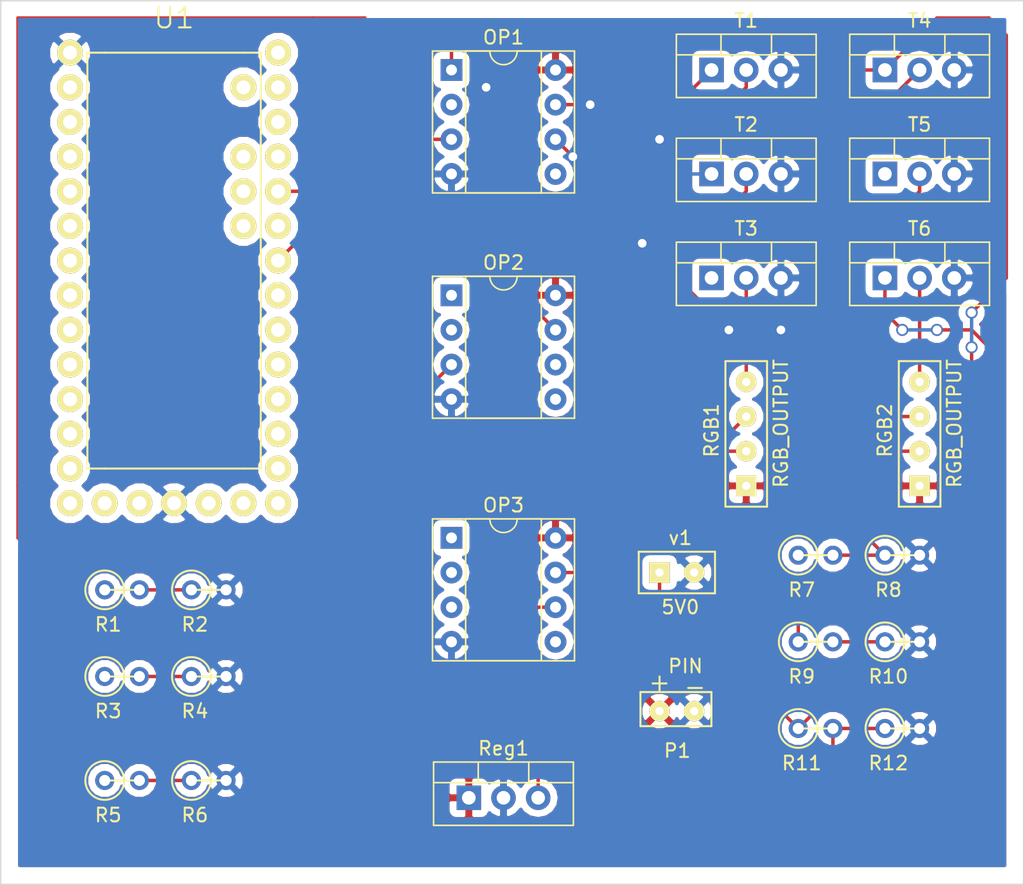
<source format=kicad_pcb>
(kicad_pcb (version 4) (host pcbnew 4.0.6-e0-6349~53~ubuntu14.04.1)

  (general
    (links 63)
    (no_connects 16)
    (area 0 0 0 0)
    (thickness 1.6)
    (drawings 5)
    (tracks 126)
    (zones 0)
    (modules 27)
    (nets 56)
  )

  (page A3)
  (layers
    (0 F.Cu signal)
    (31 B.Cu signal)
    (32 B.Adhes user)
    (33 F.Adhes user)
    (34 B.Paste user)
    (35 F.Paste user)
    (36 B.SilkS user)
    (37 F.SilkS user)
    (38 B.Mask user)
    (39 F.Mask user)
    (40 Dwgs.User user)
    (41 Cmts.User user)
    (42 Eco1.User user)
    (43 Eco2.User user)
    (44 Edge.Cuts user)
  )

  (setup
    (last_trace_width 0.254)
    (trace_clearance 0.254)
    (zone_clearance 0.508)
    (zone_45_only no)
    (trace_min 0.254)
    (segment_width 0.2)
    (edge_width 0.1)
    (via_size 0.889)
    (via_drill 0.635)
    (via_min_size 0.889)
    (via_min_drill 0.508)
    (uvia_size 0.508)
    (uvia_drill 0.127)
    (uvias_allowed no)
    (uvia_min_size 0.508)
    (uvia_min_drill 0.127)
    (pcb_text_width 0.3)
    (pcb_text_size 1.5 1.5)
    (mod_edge_width 0.15)
    (mod_text_size 1 1)
    (mod_text_width 0.15)
    (pad_size 1.5 1.5)
    (pad_drill 0.6)
    (pad_to_mask_clearance 0)
    (aux_axis_origin 0 0)
    (visible_elements FFFFFFBF)
    (pcbplotparams
      (layerselection 0x00030_80000001)
      (usegerberextensions true)
      (excludeedgelayer true)
      (linewidth 0.150000)
      (plotframeref false)
      (viasonmask false)
      (mode 1)
      (useauxorigin false)
      (hpglpennumber 1)
      (hpglpenspeed 20)
      (hpglpendiameter 15)
      (hpglpenoverlay 2)
      (psnegative false)
      (psa4output false)
      (plotreference true)
      (plotvalue true)
      (plotinvisibletext false)
      (padsonsilk false)
      (subtractmaskfromsilk false)
      (outputformat 1)
      (mirror false)
      (drillshape 1)
      (scaleselection 1)
      (outputdirectory ""))
  )

  (net 0 "")
  (net 1 INR1)
  (net 2 G1)
  (net 3 "Net-(OP1-Pad2)")
  (net 4 "Net-(OP1-Pad6)")
  (net 5 R1)
  (net 6 ING1)
  (net 7 GND)
  (net 8 VCC)
  (net 9 INB1)
  (net 10 R2)
  (net 11 "Net-(OP2-Pad2)")
  (net 12 "Net-(OP2-Pad6)")
  (net 13 B1)
  (net 14 INR2)
  (net 15 ING2)
  (net 16 B2)
  (net 17 "Net-(OP3-Pad2)")
  (net 18 "Net-(OP3-Pad6)")
  (net 19 G2)
  (net 20 INB2)
  (net 21 "Net-(Reg1-Pad3)")
  (net 22 OUTR1)
  (net 23 OUTG1)
  (net 24 OUTB1)
  (net 25 OUTR2)
  (net 26 OUTG2)
  (net 27 OUTB2)
  (net 28 "Net-(U1-Pad36)")
  (net 29 "Net-(U1-Pad35)")
  (net 30 "Net-(U1-Pad34)")
  (net 31 "Net-(U1-Pad33)")
  (net 32 "Net-(U1-Pad32)")
  (net 33 "Net-(U1-Pad31)")
  (net 34 "Net-(U1-Pad29)")
  (net 35 "Net-(U1-Pad28)")
  (net 36 "Net-(U1-Pad0)")
  (net 37 "Net-(U1-Pad1)")
  (net 38 "Net-(U1-Pad2)")
  (net 39 "Net-(U1-Pad3)")
  (net 40 "Net-(U1-Pad4)")
  (net 41 "Net-(U1-Pad5)")
  (net 42 "Net-(U1-Pad6)")
  (net 43 "Net-(U1-Pad7)")
  (net 44 "Net-(U1-Pad8)")
  (net 45 "Net-(U1-Pad11)")
  (net 46 "Net-(U1-Pad12)")
  (net 47 "Net-(U1-Pad13)")
  (net 48 "Net-(U1-Pad14)")
  (net 49 "Net-(U1-Pad15)")
  (net 50 "Net-(U1-Pad16)")
  (net 51 "Net-(U1-Pad17)")
  (net 52 "Net-(U1-Pad18)")
  (net 53 "Net-(U1-Pad19)")
  (net 54 "Net-(U1-Pad24)")
  (net 55 "Net-(U1-Pad25)")

  (net_class Default "This is the default net class."
    (clearance 0.254)
    (trace_width 0.254)
    (via_dia 0.889)
    (via_drill 0.635)
    (uvia_dia 0.508)
    (uvia_drill 0.127)
    (add_net B1)
    (add_net B2)
    (add_net G1)
    (add_net G2)
    (add_net GND)
    (add_net INB1)
    (add_net INB2)
    (add_net ING1)
    (add_net ING2)
    (add_net INR1)
    (add_net INR2)
    (add_net "Net-(OP1-Pad2)")
    (add_net "Net-(OP1-Pad6)")
    (add_net "Net-(OP2-Pad2)")
    (add_net "Net-(OP2-Pad6)")
    (add_net "Net-(OP3-Pad2)")
    (add_net "Net-(OP3-Pad6)")
    (add_net "Net-(Reg1-Pad3)")
    (add_net "Net-(U1-Pad0)")
    (add_net "Net-(U1-Pad1)")
    (add_net "Net-(U1-Pad11)")
    (add_net "Net-(U1-Pad12)")
    (add_net "Net-(U1-Pad13)")
    (add_net "Net-(U1-Pad14)")
    (add_net "Net-(U1-Pad15)")
    (add_net "Net-(U1-Pad16)")
    (add_net "Net-(U1-Pad17)")
    (add_net "Net-(U1-Pad18)")
    (add_net "Net-(U1-Pad19)")
    (add_net "Net-(U1-Pad2)")
    (add_net "Net-(U1-Pad24)")
    (add_net "Net-(U1-Pad25)")
    (add_net "Net-(U1-Pad28)")
    (add_net "Net-(U1-Pad29)")
    (add_net "Net-(U1-Pad3)")
    (add_net "Net-(U1-Pad31)")
    (add_net "Net-(U1-Pad32)")
    (add_net "Net-(U1-Pad33)")
    (add_net "Net-(U1-Pad34)")
    (add_net "Net-(U1-Pad35)")
    (add_net "Net-(U1-Pad36)")
    (add_net "Net-(U1-Pad4)")
    (add_net "Net-(U1-Pad5)")
    (add_net "Net-(U1-Pad6)")
    (add_net "Net-(U1-Pad7)")
    (add_net "Net-(U1-Pad8)")
    (add_net OUTB1)
    (add_net OUTB2)
    (add_net OUTG1)
    (add_net OUTG2)
    (add_net OUTR1)
    (add_net OUTR2)
    (add_net R1)
    (add_net R2)
    (add_net VCC)
  )

  (module Housings_DIP:DIP-8_W7.62mm_Socket (layer F.Cu) (tedit 58CC8E33) (tstamp 593A782E)
    (at 198.12 119.38)
    (descr "8-lead dip package, row spacing 7.62 mm (300 mils), Socket")
    (tags "DIL DIP PDIP 2.54mm 7.62mm 300mil Socket")
    (path /593A3657)
    (fp_text reference OP1 (at 3.81 -2.39) (layer F.SilkS)
      (effects (font (size 1 1) (thickness 0.15)))
    )
    (fp_text value LM358P (at 3.81 10.01) (layer F.Fab)
      (effects (font (size 1 1) (thickness 0.15)))
    )
    (fp_text user %R (at 3.81 3.81) (layer F.Fab)
      (effects (font (size 1 1) (thickness 0.15)))
    )
    (fp_line (start 1.635 -1.27) (end 6.985 -1.27) (layer F.Fab) (width 0.1))
    (fp_line (start 6.985 -1.27) (end 6.985 8.89) (layer F.Fab) (width 0.1))
    (fp_line (start 6.985 8.89) (end 0.635 8.89) (layer F.Fab) (width 0.1))
    (fp_line (start 0.635 8.89) (end 0.635 -0.27) (layer F.Fab) (width 0.1))
    (fp_line (start 0.635 -0.27) (end 1.635 -1.27) (layer F.Fab) (width 0.1))
    (fp_line (start -1.27 -1.27) (end -1.27 8.89) (layer F.Fab) (width 0.1))
    (fp_line (start -1.27 8.89) (end 8.89 8.89) (layer F.Fab) (width 0.1))
    (fp_line (start 8.89 8.89) (end 8.89 -1.27) (layer F.Fab) (width 0.1))
    (fp_line (start 8.89 -1.27) (end -1.27 -1.27) (layer F.Fab) (width 0.1))
    (fp_line (start 2.81 -1.39) (end 1.04 -1.39) (layer F.SilkS) (width 0.12))
    (fp_line (start 1.04 -1.39) (end 1.04 9.01) (layer F.SilkS) (width 0.12))
    (fp_line (start 1.04 9.01) (end 6.58 9.01) (layer F.SilkS) (width 0.12))
    (fp_line (start 6.58 9.01) (end 6.58 -1.39) (layer F.SilkS) (width 0.12))
    (fp_line (start 6.58 -1.39) (end 4.81 -1.39) (layer F.SilkS) (width 0.12))
    (fp_line (start -1.39 -1.39) (end -1.39 9.01) (layer F.SilkS) (width 0.12))
    (fp_line (start -1.39 9.01) (end 9.01 9.01) (layer F.SilkS) (width 0.12))
    (fp_line (start 9.01 9.01) (end 9.01 -1.39) (layer F.SilkS) (width 0.12))
    (fp_line (start 9.01 -1.39) (end -1.39 -1.39) (layer F.SilkS) (width 0.12))
    (fp_line (start -1.7 -1.7) (end -1.7 9.3) (layer F.CrtYd) (width 0.05))
    (fp_line (start -1.7 9.3) (end 9.3 9.3) (layer F.CrtYd) (width 0.05))
    (fp_line (start 9.3 9.3) (end 9.3 -1.7) (layer F.CrtYd) (width 0.05))
    (fp_line (start 9.3 -1.7) (end -1.7 -1.7) (layer F.CrtYd) (width 0.05))
    (fp_arc (start 3.81 -1.39) (end 2.81 -1.39) (angle -180) (layer F.SilkS) (width 0.12))
    (pad 1 thru_hole rect (at 0 0) (size 1.6 1.6) (drill 0.8) (layers *.Cu *.Mask)
      (net 1 INR1))
    (pad 5 thru_hole oval (at 7.62 7.62) (size 1.6 1.6) (drill 0.8) (layers *.Cu *.Mask)
      (net 2 G1))
    (pad 2 thru_hole oval (at 0 2.54) (size 1.6 1.6) (drill 0.8) (layers *.Cu *.Mask)
      (net 3 "Net-(OP1-Pad2)"))
    (pad 6 thru_hole oval (at 7.62 5.08) (size 1.6 1.6) (drill 0.8) (layers *.Cu *.Mask)
      (net 4 "Net-(OP1-Pad6)"))
    (pad 3 thru_hole oval (at 0 5.08) (size 1.6 1.6) (drill 0.8) (layers *.Cu *.Mask)
      (net 5 R1))
    (pad 7 thru_hole oval (at 7.62 2.54) (size 1.6 1.6) (drill 0.8) (layers *.Cu *.Mask)
      (net 6 ING1))
    (pad 4 thru_hole oval (at 0 7.62) (size 1.6 1.6) (drill 0.8) (layers *.Cu *.Mask)
      (net 7 GND))
    (pad 8 thru_hole oval (at 7.62 0) (size 1.6 1.6) (drill 0.8) (layers *.Cu *.Mask)
      (net 8 VCC))
    (model ${KISYS3DMOD}/Housings_DIP.3dshapes/DIP-8_W7.62mm_Socket.wrl
      (at (xyz 0 0 0))
      (scale (xyz 1 1 1))
      (rotate (xyz 0 0 0))
    )
  )

  (module Housings_DIP:DIP-8_W7.62mm_Socket (layer F.Cu) (tedit 58CC8E33) (tstamp 593A783A)
    (at 198.12 135.89)
    (descr "8-lead dip package, row spacing 7.62 mm (300 mils), Socket")
    (tags "DIL DIP PDIP 2.54mm 7.62mm 300mil Socket")
    (path /593A365D)
    (fp_text reference OP2 (at 3.81 -2.39) (layer F.SilkS)
      (effects (font (size 1 1) (thickness 0.15)))
    )
    (fp_text value LM358P (at 3.81 10.01) (layer F.Fab)
      (effects (font (size 1 1) (thickness 0.15)))
    )
    (fp_text user %R (at 3.81 3.81) (layer F.Fab)
      (effects (font (size 1 1) (thickness 0.15)))
    )
    (fp_line (start 1.635 -1.27) (end 6.985 -1.27) (layer F.Fab) (width 0.1))
    (fp_line (start 6.985 -1.27) (end 6.985 8.89) (layer F.Fab) (width 0.1))
    (fp_line (start 6.985 8.89) (end 0.635 8.89) (layer F.Fab) (width 0.1))
    (fp_line (start 0.635 8.89) (end 0.635 -0.27) (layer F.Fab) (width 0.1))
    (fp_line (start 0.635 -0.27) (end 1.635 -1.27) (layer F.Fab) (width 0.1))
    (fp_line (start -1.27 -1.27) (end -1.27 8.89) (layer F.Fab) (width 0.1))
    (fp_line (start -1.27 8.89) (end 8.89 8.89) (layer F.Fab) (width 0.1))
    (fp_line (start 8.89 8.89) (end 8.89 -1.27) (layer F.Fab) (width 0.1))
    (fp_line (start 8.89 -1.27) (end -1.27 -1.27) (layer F.Fab) (width 0.1))
    (fp_line (start 2.81 -1.39) (end 1.04 -1.39) (layer F.SilkS) (width 0.12))
    (fp_line (start 1.04 -1.39) (end 1.04 9.01) (layer F.SilkS) (width 0.12))
    (fp_line (start 1.04 9.01) (end 6.58 9.01) (layer F.SilkS) (width 0.12))
    (fp_line (start 6.58 9.01) (end 6.58 -1.39) (layer F.SilkS) (width 0.12))
    (fp_line (start 6.58 -1.39) (end 4.81 -1.39) (layer F.SilkS) (width 0.12))
    (fp_line (start -1.39 -1.39) (end -1.39 9.01) (layer F.SilkS) (width 0.12))
    (fp_line (start -1.39 9.01) (end 9.01 9.01) (layer F.SilkS) (width 0.12))
    (fp_line (start 9.01 9.01) (end 9.01 -1.39) (layer F.SilkS) (width 0.12))
    (fp_line (start 9.01 -1.39) (end -1.39 -1.39) (layer F.SilkS) (width 0.12))
    (fp_line (start -1.7 -1.7) (end -1.7 9.3) (layer F.CrtYd) (width 0.05))
    (fp_line (start -1.7 9.3) (end 9.3 9.3) (layer F.CrtYd) (width 0.05))
    (fp_line (start 9.3 9.3) (end 9.3 -1.7) (layer F.CrtYd) (width 0.05))
    (fp_line (start 9.3 -1.7) (end -1.7 -1.7) (layer F.CrtYd) (width 0.05))
    (fp_arc (start 3.81 -1.39) (end 2.81 -1.39) (angle -180) (layer F.SilkS) (width 0.12))
    (pad 1 thru_hole rect (at 0 0) (size 1.6 1.6) (drill 0.8) (layers *.Cu *.Mask)
      (net 9 INB1))
    (pad 5 thru_hole oval (at 7.62 7.62) (size 1.6 1.6) (drill 0.8) (layers *.Cu *.Mask)
      (net 10 R2))
    (pad 2 thru_hole oval (at 0 2.54) (size 1.6 1.6) (drill 0.8) (layers *.Cu *.Mask)
      (net 11 "Net-(OP2-Pad2)"))
    (pad 6 thru_hole oval (at 7.62 5.08) (size 1.6 1.6) (drill 0.8) (layers *.Cu *.Mask)
      (net 12 "Net-(OP2-Pad6)"))
    (pad 3 thru_hole oval (at 0 5.08) (size 1.6 1.6) (drill 0.8) (layers *.Cu *.Mask)
      (net 13 B1))
    (pad 7 thru_hole oval (at 7.62 2.54) (size 1.6 1.6) (drill 0.8) (layers *.Cu *.Mask)
      (net 14 INR2))
    (pad 4 thru_hole oval (at 0 7.62) (size 1.6 1.6) (drill 0.8) (layers *.Cu *.Mask)
      (net 7 GND))
    (pad 8 thru_hole oval (at 7.62 0) (size 1.6 1.6) (drill 0.8) (layers *.Cu *.Mask)
      (net 8 VCC))
    (model ${KISYS3DMOD}/Housings_DIP.3dshapes/DIP-8_W7.62mm_Socket.wrl
      (at (xyz 0 0 0))
      (scale (xyz 1 1 1))
      (rotate (xyz 0 0 0))
    )
  )

  (module Housings_DIP:DIP-8_W7.62mm_Socket (layer F.Cu) (tedit 58CC8E33) (tstamp 593A7846)
    (at 198.12 153.67)
    (descr "8-lead dip package, row spacing 7.62 mm (300 mils), Socket")
    (tags "DIL DIP PDIP 2.54mm 7.62mm 300mil Socket")
    (path /593A3640)
    (fp_text reference OP3 (at 3.81 -2.39) (layer F.SilkS)
      (effects (font (size 1 1) (thickness 0.15)))
    )
    (fp_text value LM358P (at 3.81 10.01) (layer F.Fab)
      (effects (font (size 1 1) (thickness 0.15)))
    )
    (fp_text user %R (at 3.81 3.81) (layer F.Fab)
      (effects (font (size 1 1) (thickness 0.15)))
    )
    (fp_line (start 1.635 -1.27) (end 6.985 -1.27) (layer F.Fab) (width 0.1))
    (fp_line (start 6.985 -1.27) (end 6.985 8.89) (layer F.Fab) (width 0.1))
    (fp_line (start 6.985 8.89) (end 0.635 8.89) (layer F.Fab) (width 0.1))
    (fp_line (start 0.635 8.89) (end 0.635 -0.27) (layer F.Fab) (width 0.1))
    (fp_line (start 0.635 -0.27) (end 1.635 -1.27) (layer F.Fab) (width 0.1))
    (fp_line (start -1.27 -1.27) (end -1.27 8.89) (layer F.Fab) (width 0.1))
    (fp_line (start -1.27 8.89) (end 8.89 8.89) (layer F.Fab) (width 0.1))
    (fp_line (start 8.89 8.89) (end 8.89 -1.27) (layer F.Fab) (width 0.1))
    (fp_line (start 8.89 -1.27) (end -1.27 -1.27) (layer F.Fab) (width 0.1))
    (fp_line (start 2.81 -1.39) (end 1.04 -1.39) (layer F.SilkS) (width 0.12))
    (fp_line (start 1.04 -1.39) (end 1.04 9.01) (layer F.SilkS) (width 0.12))
    (fp_line (start 1.04 9.01) (end 6.58 9.01) (layer F.SilkS) (width 0.12))
    (fp_line (start 6.58 9.01) (end 6.58 -1.39) (layer F.SilkS) (width 0.12))
    (fp_line (start 6.58 -1.39) (end 4.81 -1.39) (layer F.SilkS) (width 0.12))
    (fp_line (start -1.39 -1.39) (end -1.39 9.01) (layer F.SilkS) (width 0.12))
    (fp_line (start -1.39 9.01) (end 9.01 9.01) (layer F.SilkS) (width 0.12))
    (fp_line (start 9.01 9.01) (end 9.01 -1.39) (layer F.SilkS) (width 0.12))
    (fp_line (start 9.01 -1.39) (end -1.39 -1.39) (layer F.SilkS) (width 0.12))
    (fp_line (start -1.7 -1.7) (end -1.7 9.3) (layer F.CrtYd) (width 0.05))
    (fp_line (start -1.7 9.3) (end 9.3 9.3) (layer F.CrtYd) (width 0.05))
    (fp_line (start 9.3 9.3) (end 9.3 -1.7) (layer F.CrtYd) (width 0.05))
    (fp_line (start 9.3 -1.7) (end -1.7 -1.7) (layer F.CrtYd) (width 0.05))
    (fp_arc (start 3.81 -1.39) (end 2.81 -1.39) (angle -180) (layer F.SilkS) (width 0.12))
    (pad 1 thru_hole rect (at 0 0) (size 1.6 1.6) (drill 0.8) (layers *.Cu *.Mask)
      (net 15 ING2))
    (pad 5 thru_hole oval (at 7.62 7.62) (size 1.6 1.6) (drill 0.8) (layers *.Cu *.Mask)
      (net 16 B2))
    (pad 2 thru_hole oval (at 0 2.54) (size 1.6 1.6) (drill 0.8) (layers *.Cu *.Mask)
      (net 17 "Net-(OP3-Pad2)"))
    (pad 6 thru_hole oval (at 7.62 5.08) (size 1.6 1.6) (drill 0.8) (layers *.Cu *.Mask)
      (net 18 "Net-(OP3-Pad6)"))
    (pad 3 thru_hole oval (at 0 5.08) (size 1.6 1.6) (drill 0.8) (layers *.Cu *.Mask)
      (net 19 G2))
    (pad 7 thru_hole oval (at 7.62 2.54) (size 1.6 1.6) (drill 0.8) (layers *.Cu *.Mask)
      (net 20 INB2))
    (pad 4 thru_hole oval (at 0 7.62) (size 1.6 1.6) (drill 0.8) (layers *.Cu *.Mask)
      (net 7 GND))
    (pad 8 thru_hole oval (at 7.62 0) (size 1.6 1.6) (drill 0.8) (layers *.Cu *.Mask)
      (net 8 VCC))
    (model ${KISYS3DMOD}/Housings_DIP.3dshapes/DIP-8_W7.62mm_Socket.wrl
      (at (xyz 0 0 0))
      (scale (xyz 1 1 1))
      (rotate (xyz 0 0 0))
    )
  )

  (module PIN:PIN (layer F.Cu) (tedit 593A521F) (tstamp 593A784C)
    (at 213.36 166.37)
    (path /593A4676)
    (fp_text reference P1 (at 1.3 2.9) (layer F.SilkS)
      (effects (font (size 1 1) (thickness 0.15)))
    )
    (fp_text value PIN (at 1.9 -3.3) (layer F.SilkS)
      (effects (font (size 1 1) (thickness 0.15)))
    )
    (fp_line (start -0.508 -2.032) (end 0.508 -2.032) (layer F.SilkS) (width 0.15))
    (fp_line (start 0 -2.54) (end 0 -1.524) (layer F.SilkS) (width 0.15))
    (fp_line (start -1.4 -1.2) (end -1.4 1.1) (layer F.SilkS) (width 0.15))
    (fp_line (start -1.4 1.1) (end 3.8 1.1) (layer F.SilkS) (width 0.15))
    (fp_line (start 3.8 1.1) (end 3.8 -1.4) (layer F.SilkS) (width 0.15))
    (fp_line (start 3.8 -1.4) (end -1.4 -1.4) (layer F.SilkS) (width 0.15))
    (fp_line (start -1.4 -1.4) (end -1.4 -1.2) (layer F.SilkS) (width 0.15))
    (fp_line (start 2.1 -1.7) (end 3.1 -1.7) (layer F.SilkS) (width 0.15))
    (pad 1 thru_hole circle (at 0 0) (size 1.5 1.5) (drill 0.6) (layers *.Cu *.Mask F.SilkS)
      (net 8 VCC))
    (pad 2 thru_hole circle (at 2.54 0) (size 1.5 1.5) (drill 0.6) (layers *.Cu *.Mask F.SilkS)
      (net 7 GND))
  )

  (module Discret:R1 (layer F.Cu) (tedit 0) (tstamp 593A7852)
    (at 173.99 157.48)
    (descr "Resistance verticale")
    (tags R)
    (path /593A3665)
    (fp_text reference R1 (at -1.016 2.54) (layer F.SilkS)
      (effects (font (size 1 1) (thickness 0.15)))
    )
    (fp_text value 1000 (at -1.143 2.54) (layer F.Fab)
      (effects (font (size 1 1) (thickness 0.15)))
    )
    (fp_line (start -1.27 0) (end 1.27 0) (layer F.SilkS) (width 0.15))
    (fp_circle (center -1.27 0) (end -0.635 1.27) (layer F.SilkS) (width 0.15))
    (pad 1 thru_hole circle (at -1.27 0) (size 1.397 1.397) (drill 0.8128) (layers *.Cu *.Mask)
      (net 1 INR1))
    (pad 2 thru_hole circle (at 1.27 0) (size 1.397 1.397) (drill 0.8128) (layers *.Cu *.Mask)
      (net 3 "Net-(OP1-Pad2)"))
    (model Discret.3dshapes/R1.wrl
      (at (xyz 0 0 0))
      (scale (xyz 1 1 1))
      (rotate (xyz 0 0 0))
    )
  )

  (module Discret:R1 (layer F.Cu) (tedit 0) (tstamp 593A7858)
    (at 180.34 157.48)
    (descr "Resistance verticale")
    (tags R)
    (path /593A3677)
    (fp_text reference R2 (at -1.016 2.54) (layer F.SilkS)
      (effects (font (size 1 1) (thickness 0.15)))
    )
    (fp_text value 1000 (at -1.143 2.54) (layer F.Fab)
      (effects (font (size 1 1) (thickness 0.15)))
    )
    (fp_line (start -1.27 0) (end 1.27 0) (layer F.SilkS) (width 0.15))
    (fp_circle (center -1.27 0) (end -0.635 1.27) (layer F.SilkS) (width 0.15))
    (pad 1 thru_hole circle (at -1.27 0) (size 1.397 1.397) (drill 0.8128) (layers *.Cu *.Mask)
      (net 3 "Net-(OP1-Pad2)"))
    (pad 2 thru_hole circle (at 1.27 0) (size 1.397 1.397) (drill 0.8128) (layers *.Cu *.Mask)
      (net 7 GND))
    (model Discret.3dshapes/R1.wrl
      (at (xyz 0 0 0))
      (scale (xyz 1 1 1))
      (rotate (xyz 0 0 0))
    )
  )

  (module Discret:R1 (layer F.Cu) (tedit 0) (tstamp 593A785E)
    (at 173.99 163.83)
    (descr "Resistance verticale")
    (tags R)
    (path /593A3683)
    (fp_text reference R3 (at -1.016 2.54) (layer F.SilkS)
      (effects (font (size 1 1) (thickness 0.15)))
    )
    (fp_text value 1000 (at -1.143 2.54) (layer F.Fab)
      (effects (font (size 1 1) (thickness 0.15)))
    )
    (fp_line (start -1.27 0) (end 1.27 0) (layer F.SilkS) (width 0.15))
    (fp_circle (center -1.27 0) (end -0.635 1.27) (layer F.SilkS) (width 0.15))
    (pad 1 thru_hole circle (at -1.27 0) (size 1.397 1.397) (drill 0.8128) (layers *.Cu *.Mask)
      (net 9 INB1))
    (pad 2 thru_hole circle (at 1.27 0) (size 1.397 1.397) (drill 0.8128) (layers *.Cu *.Mask)
      (net 11 "Net-(OP2-Pad2)"))
    (model Discret.3dshapes/R1.wrl
      (at (xyz 0 0 0))
      (scale (xyz 1 1 1))
      (rotate (xyz 0 0 0))
    )
  )

  (module Discret:R1 (layer F.Cu) (tedit 0) (tstamp 593A7864)
    (at 180.34 163.83)
    (descr "Resistance verticale")
    (tags R)
    (path /593A367D)
    (fp_text reference R4 (at -1.016 2.54) (layer F.SilkS)
      (effects (font (size 1 1) (thickness 0.15)))
    )
    (fp_text value 1000 (at -1.143 2.54) (layer F.Fab)
      (effects (font (size 1 1) (thickness 0.15)))
    )
    (fp_line (start -1.27 0) (end 1.27 0) (layer F.SilkS) (width 0.15))
    (fp_circle (center -1.27 0) (end -0.635 1.27) (layer F.SilkS) (width 0.15))
    (pad 1 thru_hole circle (at -1.27 0) (size 1.397 1.397) (drill 0.8128) (layers *.Cu *.Mask)
      (net 11 "Net-(OP2-Pad2)"))
    (pad 2 thru_hole circle (at 1.27 0) (size 1.397 1.397) (drill 0.8128) (layers *.Cu *.Mask)
      (net 7 GND))
    (model Discret.3dshapes/R1.wrl
      (at (xyz 0 0 0))
      (scale (xyz 1 1 1))
      (rotate (xyz 0 0 0))
    )
  )

  (module Discret:R1 (layer F.Cu) (tedit 0) (tstamp 593A786A)
    (at 173.99 171.45)
    (descr "Resistance verticale")
    (tags R)
    (path /593A36BE)
    (fp_text reference R5 (at -1.016 2.54) (layer F.SilkS)
      (effects (font (size 1 1) (thickness 0.15)))
    )
    (fp_text value 1000 (at -1.143 2.54) (layer F.Fab)
      (effects (font (size 1 1) (thickness 0.15)))
    )
    (fp_line (start -1.27 0) (end 1.27 0) (layer F.SilkS) (width 0.15))
    (fp_circle (center -1.27 0) (end -0.635 1.27) (layer F.SilkS) (width 0.15))
    (pad 1 thru_hole circle (at -1.27 0) (size 1.397 1.397) (drill 0.8128) (layers *.Cu *.Mask)
      (net 15 ING2))
    (pad 2 thru_hole circle (at 1.27 0) (size 1.397 1.397) (drill 0.8128) (layers *.Cu *.Mask)
      (net 17 "Net-(OP3-Pad2)"))
    (model Discret.3dshapes/R1.wrl
      (at (xyz 0 0 0))
      (scale (xyz 1 1 1))
      (rotate (xyz 0 0 0))
    )
  )

  (module Discret:R1 (layer F.Cu) (tedit 0) (tstamp 593A7870)
    (at 180.34 171.45)
    (descr "Resistance verticale")
    (tags R)
    (path /593A36B8)
    (fp_text reference R6 (at -1.016 2.54) (layer F.SilkS)
      (effects (font (size 1 1) (thickness 0.15)))
    )
    (fp_text value 1000 (at -1.143 2.54) (layer F.Fab)
      (effects (font (size 1 1) (thickness 0.15)))
    )
    (fp_line (start -1.27 0) (end 1.27 0) (layer F.SilkS) (width 0.15))
    (fp_circle (center -1.27 0) (end -0.635 1.27) (layer F.SilkS) (width 0.15))
    (pad 1 thru_hole circle (at -1.27 0) (size 1.397 1.397) (drill 0.8128) (layers *.Cu *.Mask)
      (net 17 "Net-(OP3-Pad2)"))
    (pad 2 thru_hole circle (at 1.27 0) (size 1.397 1.397) (drill 0.8128) (layers *.Cu *.Mask)
      (net 7 GND))
    (model Discret.3dshapes/R1.wrl
      (at (xyz 0 0 0))
      (scale (xyz 1 1 1))
      (rotate (xyz 0 0 0))
    )
  )

  (module Discret:R1 (layer F.Cu) (tedit 0) (tstamp 593A7876)
    (at 224.79 154.94)
    (descr "Resistance verticale")
    (tags R)
    (path /593A376E)
    (fp_text reference R7 (at -1.016 2.54) (layer F.SilkS)
      (effects (font (size 1 1) (thickness 0.15)))
    )
    (fp_text value 1000 (at -1.143 2.54) (layer F.Fab)
      (effects (font (size 1 1) (thickness 0.15)))
    )
    (fp_line (start -1.27 0) (end 1.27 0) (layer F.SilkS) (width 0.15))
    (fp_circle (center -1.27 0) (end -0.635 1.27) (layer F.SilkS) (width 0.15))
    (pad 1 thru_hole circle (at -1.27 0) (size 1.397 1.397) (drill 0.8128) (layers *.Cu *.Mask)
      (net 6 ING1))
    (pad 2 thru_hole circle (at 1.27 0) (size 1.397 1.397) (drill 0.8128) (layers *.Cu *.Mask)
      (net 4 "Net-(OP1-Pad6)"))
    (model Discret.3dshapes/R1.wrl
      (at (xyz 0 0 0))
      (scale (xyz 1 1 1))
      (rotate (xyz 0 0 0))
    )
  )

  (module Discret:R1 (layer F.Cu) (tedit 0) (tstamp 593A787C)
    (at 231.14 154.94)
    (descr "Resistance verticale")
    (tags R)
    (path /593A3774)
    (fp_text reference R8 (at -1.016 2.54) (layer F.SilkS)
      (effects (font (size 1 1) (thickness 0.15)))
    )
    (fp_text value 1000 (at -1.143 2.54) (layer F.Fab)
      (effects (font (size 1 1) (thickness 0.15)))
    )
    (fp_line (start -1.27 0) (end 1.27 0) (layer F.SilkS) (width 0.15))
    (fp_circle (center -1.27 0) (end -0.635 1.27) (layer F.SilkS) (width 0.15))
    (pad 1 thru_hole circle (at -1.27 0) (size 1.397 1.397) (drill 0.8128) (layers *.Cu *.Mask)
      (net 4 "Net-(OP1-Pad6)"))
    (pad 2 thru_hole circle (at 1.27 0) (size 1.397 1.397) (drill 0.8128) (layers *.Cu *.Mask)
      (net 7 GND))
    (model Discret.3dshapes/R1.wrl
      (at (xyz 0 0 0))
      (scale (xyz 1 1 1))
      (rotate (xyz 0 0 0))
    )
  )

  (module Discret:R1 (layer F.Cu) (tedit 0) (tstamp 593A7882)
    (at 224.79 161.29)
    (descr "Resistance verticale")
    (tags R)
    (path /593A377A)
    (fp_text reference R9 (at -1.016 2.54) (layer F.SilkS)
      (effects (font (size 1 1) (thickness 0.15)))
    )
    (fp_text value 1000 (at -1.143 2.54) (layer F.Fab)
      (effects (font (size 1 1) (thickness 0.15)))
    )
    (fp_line (start -1.27 0) (end 1.27 0) (layer F.SilkS) (width 0.15))
    (fp_circle (center -1.27 0) (end -0.635 1.27) (layer F.SilkS) (width 0.15))
    (pad 1 thru_hole circle (at -1.27 0) (size 1.397 1.397) (drill 0.8128) (layers *.Cu *.Mask)
      (net 14 INR2))
    (pad 2 thru_hole circle (at 1.27 0) (size 1.397 1.397) (drill 0.8128) (layers *.Cu *.Mask)
      (net 12 "Net-(OP2-Pad6)"))
    (model Discret.3dshapes/R1.wrl
      (at (xyz 0 0 0))
      (scale (xyz 1 1 1))
      (rotate (xyz 0 0 0))
    )
  )

  (module Discret:R1 (layer F.Cu) (tedit 0) (tstamp 593A7888)
    (at 231.14 161.29)
    (descr "Resistance verticale")
    (tags R)
    (path /593A3780)
    (fp_text reference R10 (at -1.016 2.54) (layer F.SilkS)
      (effects (font (size 1 1) (thickness 0.15)))
    )
    (fp_text value 1000 (at -1.143 2.54) (layer F.Fab)
      (effects (font (size 1 1) (thickness 0.15)))
    )
    (fp_line (start -1.27 0) (end 1.27 0) (layer F.SilkS) (width 0.15))
    (fp_circle (center -1.27 0) (end -0.635 1.27) (layer F.SilkS) (width 0.15))
    (pad 1 thru_hole circle (at -1.27 0) (size 1.397 1.397) (drill 0.8128) (layers *.Cu *.Mask)
      (net 12 "Net-(OP2-Pad6)"))
    (pad 2 thru_hole circle (at 1.27 0) (size 1.397 1.397) (drill 0.8128) (layers *.Cu *.Mask)
      (net 7 GND))
    (model Discret.3dshapes/R1.wrl
      (at (xyz 0 0 0))
      (scale (xyz 1 1 1))
      (rotate (xyz 0 0 0))
    )
  )

  (module Discret:R1 (layer F.Cu) (tedit 0) (tstamp 593A788E)
    (at 224.79 167.64)
    (descr "Resistance verticale")
    (tags R)
    (path /593A3786)
    (fp_text reference R11 (at -1.016 2.54) (layer F.SilkS)
      (effects (font (size 1 1) (thickness 0.15)))
    )
    (fp_text value 1000 (at -1.143 2.54) (layer F.Fab)
      (effects (font (size 1 1) (thickness 0.15)))
    )
    (fp_line (start -1.27 0) (end 1.27 0) (layer F.SilkS) (width 0.15))
    (fp_circle (center -1.27 0) (end -0.635 1.27) (layer F.SilkS) (width 0.15))
    (pad 1 thru_hole circle (at -1.27 0) (size 1.397 1.397) (drill 0.8128) (layers *.Cu *.Mask)
      (net 20 INB2))
    (pad 2 thru_hole circle (at 1.27 0) (size 1.397 1.397) (drill 0.8128) (layers *.Cu *.Mask)
      (net 18 "Net-(OP3-Pad6)"))
    (model Discret.3dshapes/R1.wrl
      (at (xyz 0 0 0))
      (scale (xyz 1 1 1))
      (rotate (xyz 0 0 0))
    )
  )

  (module Discret:R1 (layer F.Cu) (tedit 0) (tstamp 593A7894)
    (at 231.14 167.64)
    (descr "Resistance verticale")
    (tags R)
    (path /593A378C)
    (fp_text reference R12 (at -1.016 2.54) (layer F.SilkS)
      (effects (font (size 1 1) (thickness 0.15)))
    )
    (fp_text value 1000 (at -1.143 2.54) (layer F.Fab)
      (effects (font (size 1 1) (thickness 0.15)))
    )
    (fp_line (start -1.27 0) (end 1.27 0) (layer F.SilkS) (width 0.15))
    (fp_circle (center -1.27 0) (end -0.635 1.27) (layer F.SilkS) (width 0.15))
    (pad 1 thru_hole circle (at -1.27 0) (size 1.397 1.397) (drill 0.8128) (layers *.Cu *.Mask)
      (net 18 "Net-(OP3-Pad6)"))
    (pad 2 thru_hole circle (at 1.27 0) (size 1.397 1.397) (drill 0.8128) (layers *.Cu *.Mask)
      (net 7 GND))
    (model Discret.3dshapes/R1.wrl
      (at (xyz 0 0 0))
      (scale (xyz 1 1 1))
      (rotate (xyz 0 0 0))
    )
  )

  (module TO_SOT_Packages_THT:TO-220_Vertical (layer F.Cu) (tedit 58CE52AD) (tstamp 593A789B)
    (at 199.39 172.72)
    (descr "TO-220, Vertical, RM 2.54mm")
    (tags "TO-220 Vertical RM 2.54mm")
    (path /593A43D2)
    (fp_text reference Reg1 (at 2.54 -3.62) (layer F.SilkS)
      (effects (font (size 1 1) (thickness 0.15)))
    )
    (fp_text value REGULATOR (at 2.54 3.92) (layer F.Fab)
      (effects (font (size 1 1) (thickness 0.15)))
    )
    (fp_text user %R (at 2.54 -3.62) (layer F.Fab)
      (effects (font (size 1 1) (thickness 0.15)))
    )
    (fp_line (start -2.46 -2.5) (end -2.46 1.9) (layer F.Fab) (width 0.1))
    (fp_line (start -2.46 1.9) (end 7.54 1.9) (layer F.Fab) (width 0.1))
    (fp_line (start 7.54 1.9) (end 7.54 -2.5) (layer F.Fab) (width 0.1))
    (fp_line (start 7.54 -2.5) (end -2.46 -2.5) (layer F.Fab) (width 0.1))
    (fp_line (start -2.46 -1.23) (end 7.54 -1.23) (layer F.Fab) (width 0.1))
    (fp_line (start 0.69 -2.5) (end 0.69 -1.23) (layer F.Fab) (width 0.1))
    (fp_line (start 4.39 -2.5) (end 4.39 -1.23) (layer F.Fab) (width 0.1))
    (fp_line (start -2.58 -2.62) (end 7.66 -2.62) (layer F.SilkS) (width 0.12))
    (fp_line (start -2.58 2.021) (end 7.66 2.021) (layer F.SilkS) (width 0.12))
    (fp_line (start -2.58 -2.62) (end -2.58 2.021) (layer F.SilkS) (width 0.12))
    (fp_line (start 7.66 -2.62) (end 7.66 2.021) (layer F.SilkS) (width 0.12))
    (fp_line (start -2.58 -1.11) (end 7.66 -1.11) (layer F.SilkS) (width 0.12))
    (fp_line (start 0.69 -2.62) (end 0.69 -1.11) (layer F.SilkS) (width 0.12))
    (fp_line (start 4.391 -2.62) (end 4.391 -1.11) (layer F.SilkS) (width 0.12))
    (fp_line (start -2.71 -2.75) (end -2.71 2.16) (layer F.CrtYd) (width 0.05))
    (fp_line (start -2.71 2.16) (end 7.79 2.16) (layer F.CrtYd) (width 0.05))
    (fp_line (start 7.79 2.16) (end 7.79 -2.75) (layer F.CrtYd) (width 0.05))
    (fp_line (start 7.79 -2.75) (end -2.71 -2.75) (layer F.CrtYd) (width 0.05))
    (pad 1 thru_hole rect (at 0 0) (size 1.8 1.8) (drill 1) (layers *.Cu *.Mask)
      (net 8 VCC))
    (pad 2 thru_hole oval (at 2.54 0) (size 1.8 1.8) (drill 1) (layers *.Cu *.Mask)
      (net 7 GND))
    (pad 3 thru_hole oval (at 5.08 0) (size 1.8 1.8) (drill 1) (layers *.Cu *.Mask)
      (net 21 "Net-(Reg1-Pad3)"))
    (model ${KISYS3DMOD}/TO_SOT_Packages_THT.3dshapes/TO-220_Vertical.wrl
      (at (xyz 0.1 0 0))
      (scale (xyz 0.393701 0.393701 0.393701))
      (rotate (xyz 0 0 0))
    )
  )

  (module rgbOUT:rgbOUT (layer F.Cu) (tedit 593A63BB) (tstamp 593A78A3)
    (at 219.71 149.86 90)
    (path /593A485D)
    (fp_text reference RGB1 (at 4.064 -2.54 90) (layer F.SilkS)
      (effects (font (size 1 1) (thickness 0.15)))
    )
    (fp_text value RGB_OUTPUT (at 4.572 2.54 90) (layer F.SilkS)
      (effects (font (size 1 1) (thickness 0.15)))
    )
    (fp_line (start -1.524 -1.524) (end -1.524 1.524) (layer F.SilkS) (width 0.15))
    (fp_line (start -1.524 1.524) (end 9.144 1.524) (layer F.SilkS) (width 0.15))
    (fp_line (start 9.144 1.524) (end 9.144 -1.524) (layer F.SilkS) (width 0.15))
    (fp_line (start 9.144 -1.524) (end -1.524 -1.524) (layer F.SilkS) (width 0.15))
    (pad 1 thru_hole rect (at 0 0 90) (size 1.5 1.5) (drill 0.6) (layers *.Cu *.Mask F.SilkS)
      (net 8 VCC))
    (pad 2 thru_hole circle (at 2.54 0 90) (size 1.5 1.5) (drill 0.6) (layers *.Cu *.Mask F.SilkS)
      (net 22 OUTR1))
    (pad 3 thru_hole circle (at 5.08 0 90) (size 1.5 1.5) (drill 0.6) (layers *.Cu *.Mask F.SilkS)
      (net 23 OUTG1))
    (pad 4 thru_hole circle (at 7.62 0 90) (size 1.5 1.5) (drill 0.6) (layers *.Cu *.Mask F.SilkS)
      (net 24 OUTB1))
  )

  (module rgbOUT:rgbOUT (layer F.Cu) (tedit 593A63BB) (tstamp 593A78AB)
    (at 232.41 149.86 90)
    (path /593A4850)
    (fp_text reference RGB2 (at 4.064 -2.54 90) (layer F.SilkS)
      (effects (font (size 1 1) (thickness 0.15)))
    )
    (fp_text value RGB_OUTPUT (at 4.572 2.54 90) (layer F.SilkS)
      (effects (font (size 1 1) (thickness 0.15)))
    )
    (fp_line (start -1.524 -1.524) (end -1.524 1.524) (layer F.SilkS) (width 0.15))
    (fp_line (start -1.524 1.524) (end 9.144 1.524) (layer F.SilkS) (width 0.15))
    (fp_line (start 9.144 1.524) (end 9.144 -1.524) (layer F.SilkS) (width 0.15))
    (fp_line (start 9.144 -1.524) (end -1.524 -1.524) (layer F.SilkS) (width 0.15))
    (pad 1 thru_hole rect (at 0 0 90) (size 1.5 1.5) (drill 0.6) (layers *.Cu *.Mask F.SilkS)
      (net 8 VCC))
    (pad 2 thru_hole circle (at 2.54 0 90) (size 1.5 1.5) (drill 0.6) (layers *.Cu *.Mask F.SilkS)
      (net 25 OUTR2))
    (pad 3 thru_hole circle (at 5.08 0 90) (size 1.5 1.5) (drill 0.6) (layers *.Cu *.Mask F.SilkS)
      (net 26 OUTG2))
    (pad 4 thru_hole circle (at 7.62 0 90) (size 1.5 1.5) (drill 0.6) (layers *.Cu *.Mask F.SilkS)
      (net 27 OUTB2))
  )

  (module TO_SOT_Packages_THT:TO-220_Vertical (layer F.Cu) (tedit 58CE52AD) (tstamp 593A78B2)
    (at 217.17 119.38)
    (descr "TO-220, Vertical, RM 2.54mm")
    (tags "TO-220 Vertical RM 2.54mm")
    (path /593A3285)
    (fp_text reference T1 (at 2.54 -3.62) (layer F.SilkS)
      (effects (font (size 1 1) (thickness 0.15)))
    )
    (fp_text value MOSFET (at 2.54 3.92) (layer F.Fab)
      (effects (font (size 1 1) (thickness 0.15)))
    )
    (fp_text user %R (at 2.54 -3.62) (layer F.Fab)
      (effects (font (size 1 1) (thickness 0.15)))
    )
    (fp_line (start -2.46 -2.5) (end -2.46 1.9) (layer F.Fab) (width 0.1))
    (fp_line (start -2.46 1.9) (end 7.54 1.9) (layer F.Fab) (width 0.1))
    (fp_line (start 7.54 1.9) (end 7.54 -2.5) (layer F.Fab) (width 0.1))
    (fp_line (start 7.54 -2.5) (end -2.46 -2.5) (layer F.Fab) (width 0.1))
    (fp_line (start -2.46 -1.23) (end 7.54 -1.23) (layer F.Fab) (width 0.1))
    (fp_line (start 0.69 -2.5) (end 0.69 -1.23) (layer F.Fab) (width 0.1))
    (fp_line (start 4.39 -2.5) (end 4.39 -1.23) (layer F.Fab) (width 0.1))
    (fp_line (start -2.58 -2.62) (end 7.66 -2.62) (layer F.SilkS) (width 0.12))
    (fp_line (start -2.58 2.021) (end 7.66 2.021) (layer F.SilkS) (width 0.12))
    (fp_line (start -2.58 -2.62) (end -2.58 2.021) (layer F.SilkS) (width 0.12))
    (fp_line (start 7.66 -2.62) (end 7.66 2.021) (layer F.SilkS) (width 0.12))
    (fp_line (start -2.58 -1.11) (end 7.66 -1.11) (layer F.SilkS) (width 0.12))
    (fp_line (start 0.69 -2.62) (end 0.69 -1.11) (layer F.SilkS) (width 0.12))
    (fp_line (start 4.391 -2.62) (end 4.391 -1.11) (layer F.SilkS) (width 0.12))
    (fp_line (start -2.71 -2.75) (end -2.71 2.16) (layer F.CrtYd) (width 0.05))
    (fp_line (start -2.71 2.16) (end 7.79 2.16) (layer F.CrtYd) (width 0.05))
    (fp_line (start 7.79 2.16) (end 7.79 -2.75) (layer F.CrtYd) (width 0.05))
    (fp_line (start 7.79 -2.75) (end -2.71 -2.75) (layer F.CrtYd) (width 0.05))
    (pad 1 thru_hole rect (at 0 0) (size 1.8 1.8) (drill 1) (layers *.Cu *.Mask)
      (net 1 INR1))
    (pad 2 thru_hole oval (at 2.54 0) (size 1.8 1.8) (drill 1) (layers *.Cu *.Mask)
      (net 22 OUTR1))
    (pad 3 thru_hole oval (at 5.08 0) (size 1.8 1.8) (drill 1) (layers *.Cu *.Mask)
      (net 7 GND))
    (model ${KISYS3DMOD}/TO_SOT_Packages_THT.3dshapes/TO-220_Vertical.wrl
      (at (xyz 0.1 0 0))
      (scale (xyz 0.393701 0.393701 0.393701))
      (rotate (xyz 0 0 0))
    )
  )

  (module TO_SOT_Packages_THT:TO-220_Vertical (layer F.Cu) (tedit 58CE52AD) (tstamp 593A78B9)
    (at 217.17 127)
    (descr "TO-220, Vertical, RM 2.54mm")
    (tags "TO-220 Vertical RM 2.54mm")
    (path /593A33C9)
    (fp_text reference T2 (at 2.54 -3.62) (layer F.SilkS)
      (effects (font (size 1 1) (thickness 0.15)))
    )
    (fp_text value MOSFET (at 2.54 3.92) (layer F.Fab)
      (effects (font (size 1 1) (thickness 0.15)))
    )
    (fp_text user %R (at 2.54 -3.62) (layer F.Fab)
      (effects (font (size 1 1) (thickness 0.15)))
    )
    (fp_line (start -2.46 -2.5) (end -2.46 1.9) (layer F.Fab) (width 0.1))
    (fp_line (start -2.46 1.9) (end 7.54 1.9) (layer F.Fab) (width 0.1))
    (fp_line (start 7.54 1.9) (end 7.54 -2.5) (layer F.Fab) (width 0.1))
    (fp_line (start 7.54 -2.5) (end -2.46 -2.5) (layer F.Fab) (width 0.1))
    (fp_line (start -2.46 -1.23) (end 7.54 -1.23) (layer F.Fab) (width 0.1))
    (fp_line (start 0.69 -2.5) (end 0.69 -1.23) (layer F.Fab) (width 0.1))
    (fp_line (start 4.39 -2.5) (end 4.39 -1.23) (layer F.Fab) (width 0.1))
    (fp_line (start -2.58 -2.62) (end 7.66 -2.62) (layer F.SilkS) (width 0.12))
    (fp_line (start -2.58 2.021) (end 7.66 2.021) (layer F.SilkS) (width 0.12))
    (fp_line (start -2.58 -2.62) (end -2.58 2.021) (layer F.SilkS) (width 0.12))
    (fp_line (start 7.66 -2.62) (end 7.66 2.021) (layer F.SilkS) (width 0.12))
    (fp_line (start -2.58 -1.11) (end 7.66 -1.11) (layer F.SilkS) (width 0.12))
    (fp_line (start 0.69 -2.62) (end 0.69 -1.11) (layer F.SilkS) (width 0.12))
    (fp_line (start 4.391 -2.62) (end 4.391 -1.11) (layer F.SilkS) (width 0.12))
    (fp_line (start -2.71 -2.75) (end -2.71 2.16) (layer F.CrtYd) (width 0.05))
    (fp_line (start -2.71 2.16) (end 7.79 2.16) (layer F.CrtYd) (width 0.05))
    (fp_line (start 7.79 2.16) (end 7.79 -2.75) (layer F.CrtYd) (width 0.05))
    (fp_line (start 7.79 -2.75) (end -2.71 -2.75) (layer F.CrtYd) (width 0.05))
    (pad 1 thru_hole rect (at 0 0) (size 1.8 1.8) (drill 1) (layers *.Cu *.Mask)
      (net 6 ING1))
    (pad 2 thru_hole oval (at 2.54 0) (size 1.8 1.8) (drill 1) (layers *.Cu *.Mask)
      (net 23 OUTG1))
    (pad 3 thru_hole oval (at 5.08 0) (size 1.8 1.8) (drill 1) (layers *.Cu *.Mask)
      (net 7 GND))
    (model ${KISYS3DMOD}/TO_SOT_Packages_THT.3dshapes/TO-220_Vertical.wrl
      (at (xyz 0.1 0 0))
      (scale (xyz 0.393701 0.393701 0.393701))
      (rotate (xyz 0 0 0))
    )
  )

  (module TO_SOT_Packages_THT:TO-220_Vertical (layer F.Cu) (tedit 58CE52AD) (tstamp 593A78C0)
    (at 217.17 134.62)
    (descr "TO-220, Vertical, RM 2.54mm")
    (tags "TO-220 Vertical RM 2.54mm")
    (path /593A33E2)
    (fp_text reference T3 (at 2.54 -3.62) (layer F.SilkS)
      (effects (font (size 1 1) (thickness 0.15)))
    )
    (fp_text value MOSFET (at 2.54 3.92) (layer F.Fab)
      (effects (font (size 1 1) (thickness 0.15)))
    )
    (fp_text user %R (at 2.54 -3.62) (layer F.Fab)
      (effects (font (size 1 1) (thickness 0.15)))
    )
    (fp_line (start -2.46 -2.5) (end -2.46 1.9) (layer F.Fab) (width 0.1))
    (fp_line (start -2.46 1.9) (end 7.54 1.9) (layer F.Fab) (width 0.1))
    (fp_line (start 7.54 1.9) (end 7.54 -2.5) (layer F.Fab) (width 0.1))
    (fp_line (start 7.54 -2.5) (end -2.46 -2.5) (layer F.Fab) (width 0.1))
    (fp_line (start -2.46 -1.23) (end 7.54 -1.23) (layer F.Fab) (width 0.1))
    (fp_line (start 0.69 -2.5) (end 0.69 -1.23) (layer F.Fab) (width 0.1))
    (fp_line (start 4.39 -2.5) (end 4.39 -1.23) (layer F.Fab) (width 0.1))
    (fp_line (start -2.58 -2.62) (end 7.66 -2.62) (layer F.SilkS) (width 0.12))
    (fp_line (start -2.58 2.021) (end 7.66 2.021) (layer F.SilkS) (width 0.12))
    (fp_line (start -2.58 -2.62) (end -2.58 2.021) (layer F.SilkS) (width 0.12))
    (fp_line (start 7.66 -2.62) (end 7.66 2.021) (layer F.SilkS) (width 0.12))
    (fp_line (start -2.58 -1.11) (end 7.66 -1.11) (layer F.SilkS) (width 0.12))
    (fp_line (start 0.69 -2.62) (end 0.69 -1.11) (layer F.SilkS) (width 0.12))
    (fp_line (start 4.391 -2.62) (end 4.391 -1.11) (layer F.SilkS) (width 0.12))
    (fp_line (start -2.71 -2.75) (end -2.71 2.16) (layer F.CrtYd) (width 0.05))
    (fp_line (start -2.71 2.16) (end 7.79 2.16) (layer F.CrtYd) (width 0.05))
    (fp_line (start 7.79 2.16) (end 7.79 -2.75) (layer F.CrtYd) (width 0.05))
    (fp_line (start 7.79 -2.75) (end -2.71 -2.75) (layer F.CrtYd) (width 0.05))
    (pad 1 thru_hole rect (at 0 0) (size 1.8 1.8) (drill 1) (layers *.Cu *.Mask)
      (net 9 INB1))
    (pad 2 thru_hole oval (at 2.54 0) (size 1.8 1.8) (drill 1) (layers *.Cu *.Mask)
      (net 24 OUTB1))
    (pad 3 thru_hole oval (at 5.08 0) (size 1.8 1.8) (drill 1) (layers *.Cu *.Mask)
      (net 7 GND))
    (model ${KISYS3DMOD}/TO_SOT_Packages_THT.3dshapes/TO-220_Vertical.wrl
      (at (xyz 0.1 0 0))
      (scale (xyz 0.393701 0.393701 0.393701))
      (rotate (xyz 0 0 0))
    )
  )

  (module TO_SOT_Packages_THT:TO-220_Vertical (layer F.Cu) (tedit 58CE52AD) (tstamp 593A78C7)
    (at 229.87 119.38)
    (descr "TO-220, Vertical, RM 2.54mm")
    (tags "TO-220 Vertical RM 2.54mm")
    (path /593A33F1)
    (fp_text reference T4 (at 2.54 -3.62) (layer F.SilkS)
      (effects (font (size 1 1) (thickness 0.15)))
    )
    (fp_text value MOSFET (at 2.54 3.92) (layer F.Fab)
      (effects (font (size 1 1) (thickness 0.15)))
    )
    (fp_text user %R (at 2.54 -3.62) (layer F.Fab)
      (effects (font (size 1 1) (thickness 0.15)))
    )
    (fp_line (start -2.46 -2.5) (end -2.46 1.9) (layer F.Fab) (width 0.1))
    (fp_line (start -2.46 1.9) (end 7.54 1.9) (layer F.Fab) (width 0.1))
    (fp_line (start 7.54 1.9) (end 7.54 -2.5) (layer F.Fab) (width 0.1))
    (fp_line (start 7.54 -2.5) (end -2.46 -2.5) (layer F.Fab) (width 0.1))
    (fp_line (start -2.46 -1.23) (end 7.54 -1.23) (layer F.Fab) (width 0.1))
    (fp_line (start 0.69 -2.5) (end 0.69 -1.23) (layer F.Fab) (width 0.1))
    (fp_line (start 4.39 -2.5) (end 4.39 -1.23) (layer F.Fab) (width 0.1))
    (fp_line (start -2.58 -2.62) (end 7.66 -2.62) (layer F.SilkS) (width 0.12))
    (fp_line (start -2.58 2.021) (end 7.66 2.021) (layer F.SilkS) (width 0.12))
    (fp_line (start -2.58 -2.62) (end -2.58 2.021) (layer F.SilkS) (width 0.12))
    (fp_line (start 7.66 -2.62) (end 7.66 2.021) (layer F.SilkS) (width 0.12))
    (fp_line (start -2.58 -1.11) (end 7.66 -1.11) (layer F.SilkS) (width 0.12))
    (fp_line (start 0.69 -2.62) (end 0.69 -1.11) (layer F.SilkS) (width 0.12))
    (fp_line (start 4.391 -2.62) (end 4.391 -1.11) (layer F.SilkS) (width 0.12))
    (fp_line (start -2.71 -2.75) (end -2.71 2.16) (layer F.CrtYd) (width 0.05))
    (fp_line (start -2.71 2.16) (end 7.79 2.16) (layer F.CrtYd) (width 0.05))
    (fp_line (start 7.79 2.16) (end 7.79 -2.75) (layer F.CrtYd) (width 0.05))
    (fp_line (start 7.79 -2.75) (end -2.71 -2.75) (layer F.CrtYd) (width 0.05))
    (pad 1 thru_hole rect (at 0 0) (size 1.8 1.8) (drill 1) (layers *.Cu *.Mask)
      (net 14 INR2))
    (pad 2 thru_hole oval (at 2.54 0) (size 1.8 1.8) (drill 1) (layers *.Cu *.Mask)
      (net 25 OUTR2))
    (pad 3 thru_hole oval (at 5.08 0) (size 1.8 1.8) (drill 1) (layers *.Cu *.Mask)
      (net 7 GND))
    (model ${KISYS3DMOD}/TO_SOT_Packages_THT.3dshapes/TO-220_Vertical.wrl
      (at (xyz 0.1 0 0))
      (scale (xyz 0.393701 0.393701 0.393701))
      (rotate (xyz 0 0 0))
    )
  )

  (module TO_SOT_Packages_THT:TO-220_Vertical (layer F.Cu) (tedit 58CE52AD) (tstamp 593A78CE)
    (at 229.87 127)
    (descr "TO-220, Vertical, RM 2.54mm")
    (tags "TO-220 Vertical RM 2.54mm")
    (path /593A340F)
    (fp_text reference T5 (at 2.54 -3.62) (layer F.SilkS)
      (effects (font (size 1 1) (thickness 0.15)))
    )
    (fp_text value MOSFET (at 2.54 3.92) (layer F.Fab)
      (effects (font (size 1 1) (thickness 0.15)))
    )
    (fp_text user %R (at 2.54 -3.62) (layer F.Fab)
      (effects (font (size 1 1) (thickness 0.15)))
    )
    (fp_line (start -2.46 -2.5) (end -2.46 1.9) (layer F.Fab) (width 0.1))
    (fp_line (start -2.46 1.9) (end 7.54 1.9) (layer F.Fab) (width 0.1))
    (fp_line (start 7.54 1.9) (end 7.54 -2.5) (layer F.Fab) (width 0.1))
    (fp_line (start 7.54 -2.5) (end -2.46 -2.5) (layer F.Fab) (width 0.1))
    (fp_line (start -2.46 -1.23) (end 7.54 -1.23) (layer F.Fab) (width 0.1))
    (fp_line (start 0.69 -2.5) (end 0.69 -1.23) (layer F.Fab) (width 0.1))
    (fp_line (start 4.39 -2.5) (end 4.39 -1.23) (layer F.Fab) (width 0.1))
    (fp_line (start -2.58 -2.62) (end 7.66 -2.62) (layer F.SilkS) (width 0.12))
    (fp_line (start -2.58 2.021) (end 7.66 2.021) (layer F.SilkS) (width 0.12))
    (fp_line (start -2.58 -2.62) (end -2.58 2.021) (layer F.SilkS) (width 0.12))
    (fp_line (start 7.66 -2.62) (end 7.66 2.021) (layer F.SilkS) (width 0.12))
    (fp_line (start -2.58 -1.11) (end 7.66 -1.11) (layer F.SilkS) (width 0.12))
    (fp_line (start 0.69 -2.62) (end 0.69 -1.11) (layer F.SilkS) (width 0.12))
    (fp_line (start 4.391 -2.62) (end 4.391 -1.11) (layer F.SilkS) (width 0.12))
    (fp_line (start -2.71 -2.75) (end -2.71 2.16) (layer F.CrtYd) (width 0.05))
    (fp_line (start -2.71 2.16) (end 7.79 2.16) (layer F.CrtYd) (width 0.05))
    (fp_line (start 7.79 2.16) (end 7.79 -2.75) (layer F.CrtYd) (width 0.05))
    (fp_line (start 7.79 -2.75) (end -2.71 -2.75) (layer F.CrtYd) (width 0.05))
    (pad 1 thru_hole rect (at 0 0) (size 1.8 1.8) (drill 1) (layers *.Cu *.Mask)
      (net 15 ING2))
    (pad 2 thru_hole oval (at 2.54 0) (size 1.8 1.8) (drill 1) (layers *.Cu *.Mask)
      (net 26 OUTG2))
    (pad 3 thru_hole oval (at 5.08 0) (size 1.8 1.8) (drill 1) (layers *.Cu *.Mask)
      (net 7 GND))
    (model ${KISYS3DMOD}/TO_SOT_Packages_THT.3dshapes/TO-220_Vertical.wrl
      (at (xyz 0.1 0 0))
      (scale (xyz 0.393701 0.393701 0.393701))
      (rotate (xyz 0 0 0))
    )
  )

  (module TO_SOT_Packages_THT:TO-220_Vertical (layer F.Cu) (tedit 58CE52AD) (tstamp 593A78D5)
    (at 229.87 134.62)
    (descr "TO-220, Vertical, RM 2.54mm")
    (tags "TO-220 Vertical RM 2.54mm")
    (path /593A3422)
    (fp_text reference T6 (at 2.54 -3.62) (layer F.SilkS)
      (effects (font (size 1 1) (thickness 0.15)))
    )
    (fp_text value MOSFET (at 2.54 3.92) (layer F.Fab)
      (effects (font (size 1 1) (thickness 0.15)))
    )
    (fp_text user %R (at 2.54 -3.62) (layer F.Fab)
      (effects (font (size 1 1) (thickness 0.15)))
    )
    (fp_line (start -2.46 -2.5) (end -2.46 1.9) (layer F.Fab) (width 0.1))
    (fp_line (start -2.46 1.9) (end 7.54 1.9) (layer F.Fab) (width 0.1))
    (fp_line (start 7.54 1.9) (end 7.54 -2.5) (layer F.Fab) (width 0.1))
    (fp_line (start 7.54 -2.5) (end -2.46 -2.5) (layer F.Fab) (width 0.1))
    (fp_line (start -2.46 -1.23) (end 7.54 -1.23) (layer F.Fab) (width 0.1))
    (fp_line (start 0.69 -2.5) (end 0.69 -1.23) (layer F.Fab) (width 0.1))
    (fp_line (start 4.39 -2.5) (end 4.39 -1.23) (layer F.Fab) (width 0.1))
    (fp_line (start -2.58 -2.62) (end 7.66 -2.62) (layer F.SilkS) (width 0.12))
    (fp_line (start -2.58 2.021) (end 7.66 2.021) (layer F.SilkS) (width 0.12))
    (fp_line (start -2.58 -2.62) (end -2.58 2.021) (layer F.SilkS) (width 0.12))
    (fp_line (start 7.66 -2.62) (end 7.66 2.021) (layer F.SilkS) (width 0.12))
    (fp_line (start -2.58 -1.11) (end 7.66 -1.11) (layer F.SilkS) (width 0.12))
    (fp_line (start 0.69 -2.62) (end 0.69 -1.11) (layer F.SilkS) (width 0.12))
    (fp_line (start 4.391 -2.62) (end 4.391 -1.11) (layer F.SilkS) (width 0.12))
    (fp_line (start -2.71 -2.75) (end -2.71 2.16) (layer F.CrtYd) (width 0.05))
    (fp_line (start -2.71 2.16) (end 7.79 2.16) (layer F.CrtYd) (width 0.05))
    (fp_line (start 7.79 2.16) (end 7.79 -2.75) (layer F.CrtYd) (width 0.05))
    (fp_line (start 7.79 -2.75) (end -2.71 -2.75) (layer F.CrtYd) (width 0.05))
    (pad 1 thru_hole rect (at 0 0) (size 1.8 1.8) (drill 1) (layers *.Cu *.Mask)
      (net 20 INB2))
    (pad 2 thru_hole oval (at 2.54 0) (size 1.8 1.8) (drill 1) (layers *.Cu *.Mask)
      (net 27 OUTB2))
    (pad 3 thru_hole oval (at 5.08 0) (size 1.8 1.8) (drill 1) (layers *.Cu *.Mask)
      (net 7 GND))
    (model ${KISYS3DMOD}/TO_SOT_Packages_THT.3dshapes/TO-220_Vertical.wrl
      (at (xyz 0.1 0 0))
      (scale (xyz 0.393701 0.393701 0.393701))
      (rotate (xyz 0 0 0))
    )
  )

  (module Teensy-3:Teensy-3.1 (layer F.Cu) (tedit 57C2CCF9) (tstamp 593A78FE)
    (at 170.18 120.65 270)
    (path /593A6B8B)
    (fp_text reference U1 (at -5.08 -7.62 360) (layer F.SilkS)
      (effects (font (size 1.5 1.5) (thickness 0.15)))
    )
    (fp_text value Teensy_3.1 (at 5.08 -10.16 270) (layer F.Fab)
      (effects (font (size 1.5 1.5) (thickness 0.15)))
    )
    (fp_line (start 27.94 -2.54) (end 27.94 -1.27) (layer F.SilkS) (width 0.15))
    (fp_line (start 27.94 -1.27) (end -2.54 -1.27) (layer F.SilkS) (width 0.15))
    (fp_line (start -2.54 -1.27) (end -2.54 -2.54) (layer F.SilkS) (width 0.15))
    (fp_line (start -2.54 -12.7) (end -2.54 -13.97) (layer F.SilkS) (width 0.15))
    (fp_line (start -2.54 -13.97) (end 27.94 -13.97) (layer F.SilkS) (width 0.15))
    (fp_line (start 27.94 -13.97) (end 27.94 -12.7) (layer F.SilkS) (width 0.15))
    (fp_line (start 27.94 -12.7) (end 27.94 -2.54) (layer F.SilkS) (width 0.15))
    (fp_line (start -2.54 -2.54) (end -2.54 -12.7) (layer F.SilkS) (width 0.15))
    (pad 36 thru_hole circle (at 10.16 -12.7 270) (size 1.9 1.9) (drill 1.016) (layers *.Cu *.Mask F.SilkS)
      (net 28 "Net-(U1-Pad36)"))
    (pad 35 thru_hole circle (at 7.62 -12.7 270) (size 1.9 1.9) (drill 1.016) (layers *.Cu *.Mask F.SilkS)
      (net 29 "Net-(U1-Pad35)"))
    (pad 34 thru_hole circle (at 5.08 -12.7 270) (size 1.9 1.9) (drill 1.016) (layers *.Cu *.Mask F.SilkS)
      (net 30 "Net-(U1-Pad34)"))
    (pad 33 thru_hole circle (at 0 -12.7 270) (size 1.9 1.9) (drill 1.016) (layers *.Cu *.Mask F.SilkS)
      (net 31 "Net-(U1-Pad33)"))
    (pad 32 thru_hole circle (at 30.48 -2.54 270) (size 1.9 1.9) (drill 1.016) (layers *.Cu *.Mask F.SilkS)
      (net 32 "Net-(U1-Pad32)"))
    (pad 31 thru_hole circle (at 30.48 -5.08 270) (size 1.9 1.9) (drill 1.016) (layers *.Cu *.Mask F.SilkS)
      (net 33 "Net-(U1-Pad31)"))
    (pad 30 thru_hole circle (at 30.48 -7.62 270) (size 1.9 1.9) (drill 1.016) (layers *.Cu *.Mask F.SilkS)
      (net 7 GND))
    (pad 29 thru_hole circle (at 30.48 -10.16 270) (size 1.9 1.9) (drill 1.016) (layers *.Cu *.Mask F.SilkS)
      (net 34 "Net-(U1-Pad29)"))
    (pad 28 thru_hole circle (at 30.48 -12.7 270) (size 1.9 1.9) (drill 1.016) (layers *.Cu *.Mask F.SilkS)
      (net 35 "Net-(U1-Pad28)"))
    (pad 0 thru_hole circle (at 0 0 270) (size 1.9 1.9) (drill 1.016) (layers *.Cu *.Mask F.SilkS)
      (net 36 "Net-(U1-Pad0)"))
    (pad 1 thru_hole circle (at 2.54 0 270) (size 1.9 1.9) (drill 1.016) (layers *.Cu *.Mask F.SilkS)
      (net 37 "Net-(U1-Pad1)"))
    (pad 2 thru_hole circle (at 5.08 0 270) (size 1.9 1.9) (drill 1.016) (layers *.Cu *.Mask F.SilkS)
      (net 38 "Net-(U1-Pad2)"))
    (pad 3 thru_hole circle (at 7.62 0 270) (size 1.9 1.9) (drill 1.016) (layers *.Cu *.Mask F.SilkS)
      (net 39 "Net-(U1-Pad3)"))
    (pad 4 thru_hole circle (at 10.16 0 270) (size 1.9 1.9) (drill 1.016) (layers *.Cu *.Mask F.SilkS)
      (net 40 "Net-(U1-Pad4)"))
    (pad 5 thru_hole circle (at 12.7 0 270) (size 1.9 1.9) (drill 1.016) (layers *.Cu *.Mask F.SilkS)
      (net 41 "Net-(U1-Pad5)"))
    (pad 6 thru_hole circle (at 15.24 0 270) (size 1.9 1.9) (drill 1.016) (layers *.Cu *.Mask F.SilkS)
      (net 42 "Net-(U1-Pad6)"))
    (pad 7 thru_hole circle (at 17.78 0 270) (size 1.9 1.9) (drill 1.016) (layers *.Cu *.Mask F.SilkS)
      (net 43 "Net-(U1-Pad7)"))
    (pad 8 thru_hole circle (at 20.32 0 270) (size 1.9 1.9) (drill 1.016) (layers *.Cu *.Mask F.SilkS)
      (net 44 "Net-(U1-Pad8)"))
    (pad 9 thru_hole circle (at 22.86 0 270) (size 1.9 1.9) (drill 1.016) (layers *.Cu *.Mask F.SilkS)
      (net 19 G2))
    (pad 10 thru_hole circle (at 25.4 0 270) (size 1.9 1.9) (drill 1.016) (layers *.Cu *.Mask F.SilkS)
      (net 16 B2))
    (pad 11 thru_hole circle (at 27.94 0 270) (size 1.9 1.9) (drill 1.016) (layers *.Cu *.Mask F.SilkS)
      (net 45 "Net-(U1-Pad11)"))
    (pad 12 thru_hole circle (at 30.48 0 270) (size 1.9 1.9) (drill 1.016) (layers *.Cu *.Mask F.SilkS)
      (net 46 "Net-(U1-Pad12)"))
    (pad 13 thru_hole circle (at 30.48 -15.24 270) (size 1.9 1.9) (drill 1.016) (layers *.Cu *.Mask F.SilkS)
      (net 47 "Net-(U1-Pad13)"))
    (pad 14 thru_hole circle (at 27.94 -15.24 270) (size 1.9 1.9) (drill 1.016) (layers *.Cu *.Mask F.SilkS)
      (net 48 "Net-(U1-Pad14)"))
    (pad 15 thru_hole circle (at 25.4 -15.24 270) (size 1.9 1.9) (drill 1.016) (layers *.Cu *.Mask F.SilkS)
      (net 49 "Net-(U1-Pad15)"))
    (pad 16 thru_hole circle (at 22.86 -15.24 270) (size 1.9 1.9) (drill 1.016) (layers *.Cu *.Mask F.SilkS)
      (net 50 "Net-(U1-Pad16)"))
    (pad 17 thru_hole circle (at 20.32 -15.24 270) (size 1.9 1.9) (drill 1.016) (layers *.Cu *.Mask F.SilkS)
      (net 51 "Net-(U1-Pad17)"))
    (pad 18 thru_hole circle (at 17.78 -15.24 270) (size 1.9 1.9) (drill 1.016) (layers *.Cu *.Mask F.SilkS)
      (net 52 "Net-(U1-Pad18)"))
    (pad 19 thru_hole circle (at 15.24 -15.24 270) (size 1.9 1.9) (drill 1.016) (layers *.Cu *.Mask F.SilkS)
      (net 53 "Net-(U1-Pad19)"))
    (pad 20 thru_hole circle (at 12.7 -15.24 270) (size 1.9 1.9) (drill 1.016) (layers *.Cu *.Mask F.SilkS)
      (net 5 R1))
    (pad 21 thru_hole circle (at 10.16 -15.24 270) (size 1.9 1.9) (drill 1.016) (layers *.Cu *.Mask F.SilkS)
      (net 2 G1))
    (pad 22 thru_hole circle (at 7.62 -15.24 270) (size 1.9 1.9) (drill 1.016) (layers *.Cu *.Mask F.SilkS)
      (net 13 B1))
    (pad 23 thru_hole circle (at 5.08 -15.24 270) (size 1.9 1.9) (drill 1.016) (layers *.Cu *.Mask F.SilkS)
      (net 10 R2))
    (pad 24 thru_hole circle (at 2.54 -15.24 270) (size 1.9 1.9) (drill 1.016) (layers *.Cu *.Mask F.SilkS)
      (net 54 "Net-(U1-Pad24)"))
    (pad 25 thru_hole circle (at 0 -15.24 270) (size 1.9 1.9) (drill 1.016) (layers *.Cu *.Mask F.SilkS)
      (net 55 "Net-(U1-Pad25)"))
    (pad 26 thru_hole circle (at -2.54 -15.24 270) (size 1.9 1.9) (drill 1.016) (layers *.Cu *.Mask F.SilkS)
      (net 21 "Net-(Reg1-Pad3)"))
    (pad 27 thru_hole circle (at -2.54 0 270) (size 1.9 1.9) (drill 1.016) (layers *.Cu *.Mask F.SilkS)
      (net 7 GND))
  )

  (module 5vIN:5vIN (layer F.Cu) (tedit 593A6445) (tstamp 593A7904)
    (at 213.36 156.21)
    (path /593A419E)
    (fp_text reference v1 (at 1.524 -2.54) (layer F.SilkS)
      (effects (font (size 1 1) (thickness 0.15)))
    )
    (fp_text value 5V0 (at 1.524 2.54) (layer F.SilkS)
      (effects (font (size 1 1) (thickness 0.15)))
    )
    (fp_line (start -1.524 -1.524) (end -1.524 1.524) (layer F.SilkS) (width 0.15))
    (fp_line (start -1.524 1.524) (end 4.064 1.524) (layer F.SilkS) (width 0.15))
    (fp_line (start 4.064 1.524) (end 4.064 -1.524) (layer F.SilkS) (width 0.15))
    (fp_line (start 4.064 -1.524) (end -1.524 -1.524) (layer F.SilkS) (width 0.15))
    (pad 1 thru_hole rect (at 0 0) (size 1.5 1.5) (drill 0.6) (layers *.Cu *.Mask F.SilkS)
      (net 21 "Net-(Reg1-Pad3)"))
    (pad 2 thru_hole circle (at 2.54 0) (size 1.5 1.5) (drill 0.6) (layers *.Cu *.Mask F.SilkS)
      (net 7 GND))
  )

  (gr_line (start 165.1 114.3) (end 166.37 114.3) (angle 90) (layer Edge.Cuts) (width 0.1))
  (gr_line (start 165.1 179.07) (end 165.1 114.3) (angle 90) (layer Edge.Cuts) (width 0.1))
  (gr_line (start 240.03 179.07) (end 165.1 179.07) (angle 90) (layer Edge.Cuts) (width 0.1))
  (gr_line (start 240.03 114.3) (end 240.03 179.07) (angle 90) (layer Edge.Cuts) (width 0.1))
  (gr_line (start 166.37 114.3) (end 240.03 114.3) (angle 90) (layer Edge.Cuts) (width 0.1))

  (segment (start 198.12 119.38) (end 198.12 116.84) (width 0.254) (layer F.Cu) (net 1))
  (segment (start 215.9 120.65) (end 217.17 119.38) (width 0.254) (layer F.Cu) (net 1) (tstamp 593A7AA4))
  (segment (start 212.09 120.65) (end 215.9 120.65) (width 0.254) (layer F.Cu) (net 1) (tstamp 593A7AA2))
  (segment (start 208.28 116.84) (end 212.09 120.65) (width 0.254) (layer F.Cu) (net 1) (tstamp 593A7AA1))
  (segment (start 198.12 116.84) (end 208.28 116.84) (width 0.254) (layer F.Cu) (net 1) (tstamp 593A7AA0))
  (segment (start 175.26 157.48) (end 179.07 157.48) (width 0.254) (layer F.Cu) (net 3))
  (segment (start 205.74 124.46) (end 207.01 125.73) (width 0.254) (layer F.Cu) (net 4) (status 400000))
  (segment (start 223.52 148.59) (end 229.87 154.94) (width 0.254) (layer F.Cu) (net 4) (tstamp 593A80B0) (status 800000))
  (segment (start 223.52 139.7) (end 223.52 148.59) (width 0.254) (layer F.Cu) (net 4) (tstamp 593A80AE))
  (segment (start 222.25 138.43) (end 223.52 139.7) (width 0.254) (layer F.Cu) (net 4) (tstamp 593A80AD))
  (via (at 222.25 138.43) (size 0.889) (drill 0.635) (layers F.Cu B.Cu) (net 4))
  (segment (start 218.44 138.43) (end 222.25 138.43) (width 0.254) (layer B.Cu) (net 4) (tstamp 593A80AA))
  (via (at 218.44 138.43) (size 0.889) (drill 0.635) (layers F.Cu B.Cu) (net 4))
  (segment (start 214.63 134.62) (end 218.44 138.43) (width 0.254) (layer F.Cu) (net 4) (tstamp 593A80A6))
  (segment (start 212.09 132.08) (end 214.63 134.62) (width 0.254) (layer F.Cu) (net 4) (tstamp 593A80A5))
  (via (at 212.09 132.08) (size 0.889) (drill 0.635) (layers F.Cu B.Cu) (net 4))
  (segment (start 212.09 130.81) (end 212.09 132.08) (width 0.254) (layer B.Cu) (net 4) (tstamp 593A80A0))
  (segment (start 207.01 125.73) (end 212.09 130.81) (width 0.254) (layer B.Cu) (net 4) (tstamp 593A809F))
  (via (at 207.01 125.73) (size 0.889) (drill 0.635) (layers F.Cu B.Cu) (net 4))
  (segment (start 226.06 154.94) (end 229.87 154.94) (width 0.254) (layer F.Cu) (net 4))
  (segment (start 198.12 124.46) (end 194.31 124.46) (width 0.254) (layer F.Cu) (net 5))
  (segment (start 194.31 124.46) (end 185.42 133.35) (width 0.254) (layer F.Cu) (net 5) (tstamp 593A7C00))
  (segment (start 205.74 121.92) (end 208.28 121.92) (width 0.254) (layer F.Cu) (net 6) (status 400000))
  (segment (start 213.36 127) (end 217.17 127) (width 0.254) (layer B.Cu) (net 6) (tstamp 593A80B8) (status 800000))
  (segment (start 208.28 121.92) (end 213.36 127) (width 0.254) (layer B.Cu) (net 6) (tstamp 593A80B7))
  (via (at 208.28 121.92) (size 0.889) (drill 0.635) (layers F.Cu B.Cu) (net 6))
  (segment (start 175.26 163.83) (end 179.07 163.83) (width 0.254) (layer F.Cu) (net 11))
  (segment (start 226.06 161.29) (end 229.87 161.29) (width 0.254) (layer F.Cu) (net 12))
  (segment (start 185.42 128.27) (end 189.23 128.27) (width 0.254) (layer F.Cu) (net 13))
  (segment (start 189.23 128.27) (end 191.77 125.73) (width 0.254) (layer F.Cu) (net 13) (tstamp 593A7C3D))
  (segment (start 191.77 125.73) (end 191.77 115.57) (width 0.254) (layer F.Cu) (net 13) (tstamp 593A7C40))
  (segment (start 191.77 115.57) (end 187.96 115.57) (width 0.254) (layer F.Cu) (net 13) (tstamp 593A7C41))
  (segment (start 187.96 115.57) (end 166.37 115.57) (width 0.254) (layer F.Cu) (net 13) (tstamp 593A7C44))
  (segment (start 166.37 115.57) (end 166.37 149.86) (width 0.254) (layer F.Cu) (net 13) (tstamp 593A7C47))
  (segment (start 166.37 149.86) (end 166.37 153.67) (width 0.254) (layer F.Cu) (net 13) (tstamp 593A7C4E))
  (segment (start 166.37 153.67) (end 167.64 154.94) (width 0.254) (layer F.Cu) (net 13) (tstamp 593A7C53))
  (segment (start 167.64 154.94) (end 187.96 154.94) (width 0.254) (layer F.Cu) (net 13) (tstamp 593A7C55))
  (segment (start 187.96 154.94) (end 194.31 148.59) (width 0.254) (layer F.Cu) (net 13) (tstamp 593A7C57))
  (segment (start 194.31 148.59) (end 194.31 144.78) (width 0.254) (layer F.Cu) (net 13) (tstamp 593A7C59))
  (segment (start 194.31 144.78) (end 198.12 140.97) (width 0.254) (layer F.Cu) (net 13) (tstamp 593A7C5F))
  (segment (start 229.87 119.38) (end 226.06 119.38) (width 0.254) (layer F.Cu) (net 14) (status 400000))
  (segment (start 200.66 133.35) (end 205.74 138.43) (width 0.254) (layer F.Cu) (net 14) (tstamp 593A8108) (status 800000))
  (segment (start 200.66 120.65) (end 200.66 133.35) (width 0.254) (layer F.Cu) (net 14) (tstamp 593A8107))
  (via (at 200.66 120.65) (size 0.889) (drill 0.635) (layers F.Cu B.Cu) (net 14))
  (segment (start 201.93 119.38) (end 200.66 120.65) (width 0.254) (layer B.Cu) (net 14) (tstamp 593A8104))
  (segment (start 201.93 118.11) (end 201.93 119.38) (width 0.254) (layer B.Cu) (net 14) (tstamp 593A8102))
  (segment (start 203.2 116.84) (end 201.93 118.11) (width 0.254) (layer B.Cu) (net 14) (tstamp 593A8100))
  (segment (start 207.01 116.84) (end 203.2 116.84) (width 0.254) (layer B.Cu) (net 14) (tstamp 593A80FE))
  (segment (start 208.28 118.11) (end 207.01 116.84) (width 0.254) (layer B.Cu) (net 14) (tstamp 593A80FC))
  (segment (start 208.28 119.38) (end 208.28 118.11) (width 0.254) (layer B.Cu) (net 14) (tstamp 593A80F6))
  (segment (start 213.36 124.46) (end 208.28 119.38) (width 0.254) (layer B.Cu) (net 14) (tstamp 593A80F5))
  (via (at 213.36 124.46) (size 0.889) (drill 0.635) (layers F.Cu B.Cu) (net 14))
  (segment (start 220.98 124.46) (end 213.36 124.46) (width 0.254) (layer F.Cu) (net 14) (tstamp 593A80EA))
  (segment (start 226.06 119.38) (end 220.98 124.46) (width 0.254) (layer F.Cu) (net 14) (tstamp 593A80E7))
  (segment (start 223.52 161.29) (end 223.52 160.02) (width 0.254) (layer F.Cu) (net 14) (status 400000))
  (segment (start 233.68 115.57) (end 229.87 119.38) (width 0.254) (layer F.Cu) (net 14) (tstamp 593A800C) (status 800000))
  (segment (start 237.49 115.57) (end 233.68 115.57) (width 0.254) (layer F.Cu) (net 14) (tstamp 593A800A))
  (segment (start 238.76 116.84) (end 237.49 115.57) (width 0.254) (layer F.Cu) (net 14) (tstamp 593A8008))
  (segment (start 238.76 134.62) (end 238.76 116.84) (width 0.254) (layer F.Cu) (net 14) (tstamp 593A8000))
  (segment (start 236.22 137.16) (end 238.76 134.62) (width 0.254) (layer F.Cu) (net 14) (tstamp 593A7FFF))
  (via (at 236.22 137.16) (size 0.889) (drill 0.635) (layers F.Cu B.Cu) (net 14))
  (segment (start 236.22 139.7) (end 236.22 137.16) (width 0.254) (layer B.Cu) (net 14) (tstamp 593A7FFC))
  (via (at 236.22 139.7) (size 0.889) (drill 0.635) (layers F.Cu B.Cu) (net 14))
  (segment (start 236.22 156.21) (end 236.22 139.7) (width 0.254) (layer F.Cu) (net 14) (tstamp 593A7FF3))
  (segment (start 233.68 158.75) (end 236.22 156.21) (width 0.254) (layer F.Cu) (net 14) (tstamp 593A7FEF))
  (segment (start 224.79 158.75) (end 233.68 158.75) (width 0.254) (layer F.Cu) (net 14) (tstamp 593A7FEB))
  (segment (start 223.52 160.02) (end 224.79 158.75) (width 0.254) (layer F.Cu) (net 14) (tstamp 593A7FE1))
  (segment (start 175.26 171.45) (end 179.07 171.45) (width 0.254) (layer F.Cu) (net 17))
  (segment (start 205.74 158.75) (end 204.47 158.75) (width 0.254) (layer F.Cu) (net 18))
  (segment (start 226.06 171.45) (end 226.06 167.64) (width 0.254) (layer F.Cu) (net 18) (tstamp 593A7F51))
  (segment (start 220.98 176.53) (end 226.06 171.45) (width 0.254) (layer F.Cu) (net 18) (tstamp 593A7F4E))
  (segment (start 198.12 176.53) (end 220.98 176.53) (width 0.254) (layer F.Cu) (net 18) (tstamp 593A7F4C))
  (segment (start 195.58 173.99) (end 198.12 176.53) (width 0.254) (layer F.Cu) (net 18) (tstamp 593A7F4B))
  (segment (start 195.58 167.64) (end 195.58 173.99) (width 0.254) (layer F.Cu) (net 18) (tstamp 593A7F47))
  (segment (start 204.47 158.75) (end 195.58 167.64) (width 0.254) (layer F.Cu) (net 18) (tstamp 593A7F3E))
  (segment (start 226.06 167.64) (end 229.87 167.64) (width 0.254) (layer F.Cu) (net 18) (tstamp 593A7F53))
  (segment (start 223.52 167.64) (end 226.06 165.1) (width 0.254) (layer F.Cu) (net 20) (status 400000))
  (segment (start 229.87 137.16) (end 229.87 134.62) (width 0.254) (layer F.Cu) (net 20) (tstamp 593A7FDB) (status 800000))
  (segment (start 231.14 138.43) (end 229.87 137.16) (width 0.254) (layer F.Cu) (net 20) (tstamp 593A7FDA))
  (via (at 231.14 138.43) (size 0.889) (drill 0.635) (layers F.Cu B.Cu) (net 20))
  (segment (start 233.68 138.43) (end 231.14 138.43) (width 0.254) (layer B.Cu) (net 20) (tstamp 593A7FD6))
  (via (at 233.68 138.43) (size 0.889) (drill 0.635) (layers F.Cu B.Cu) (net 20))
  (segment (start 236.22 138.43) (end 233.68 138.43) (width 0.254) (layer F.Cu) (net 20) (tstamp 593A7FD2))
  (segment (start 237.49 139.7) (end 236.22 138.43) (width 0.254) (layer F.Cu) (net 20) (tstamp 593A7FCC))
  (segment (start 237.49 162.56) (end 237.49 139.7) (width 0.254) (layer F.Cu) (net 20) (tstamp 593A7FCB))
  (segment (start 234.95 165.1) (end 237.49 162.56) (width 0.254) (layer F.Cu) (net 20) (tstamp 593A7FCA))
  (segment (start 226.06 165.1) (end 234.95 165.1) (width 0.254) (layer F.Cu) (net 20) (tstamp 593A7FC5))
  (segment (start 205.74 156.21) (end 208.28 156.21) (width 0.254) (layer F.Cu) (net 20))
  (segment (start 220.98 165.1) (end 223.52 167.64) (width 0.254) (layer F.Cu) (net 20) (tstamp 593A7F38))
  (segment (start 220.98 154.94) (end 220.98 165.1) (width 0.254) (layer F.Cu) (net 20) (tstamp 593A7F36))
  (segment (start 219.71 153.67) (end 220.98 154.94) (width 0.254) (layer F.Cu) (net 20) (tstamp 593A7F35))
  (segment (start 210.82 153.67) (end 219.71 153.67) (width 0.254) (layer F.Cu) (net 20) (tstamp 593A7F2E))
  (segment (start 208.28 156.21) (end 210.82 153.67) (width 0.254) (layer F.Cu) (net 20) (tstamp 593A7F20))
  (segment (start 213.36 156.21) (end 213.36 160.02) (width 0.254) (layer F.Cu) (net 21))
  (segment (start 204.47 168.91) (end 204.47 172.72) (width 0.254) (layer F.Cu) (net 21) (tstamp 593A7F0E))
  (segment (start 213.36 160.02) (end 204.47 168.91) (width 0.254) (layer F.Cu) (net 21) (tstamp 593A7F09))
  (segment (start 219.71 119.38) (end 219.71 120.65) (width 0.254) (layer F.Cu) (net 22))
  (segment (start 209.55 147.32) (end 219.71 147.32) (width 0.254) (layer F.Cu) (net 22) (tstamp 593A7EB1))
  (segment (start 208.28 146.05) (end 209.55 147.32) (width 0.254) (layer F.Cu) (net 22) (tstamp 593A7EAF))
  (segment (start 208.28 124.46) (end 208.28 146.05) (width 0.254) (layer F.Cu) (net 22) (tstamp 593A7EAC))
  (segment (start 210.82 121.92) (end 208.28 124.46) (width 0.254) (layer F.Cu) (net 22) (tstamp 593A7EAA))
  (segment (start 218.44 121.92) (end 210.82 121.92) (width 0.254) (layer F.Cu) (net 22) (tstamp 593A7EA7))
  (segment (start 219.71 120.65) (end 218.44 121.92) (width 0.254) (layer F.Cu) (net 22) (tstamp 593A7EA3))
  (segment (start 219.71 127) (end 219.71 128.27) (width 0.254) (layer F.Cu) (net 23))
  (segment (start 218.44 146.05) (end 219.71 144.78) (width 0.254) (layer F.Cu) (net 23) (tstamp 593A7EC1))
  (segment (start 210.82 146.05) (end 218.44 146.05) (width 0.254) (layer F.Cu) (net 23) (tstamp 593A7EBF))
  (segment (start 209.55 144.78) (end 210.82 146.05) (width 0.254) (layer F.Cu) (net 23) (tstamp 593A7EBD))
  (segment (start 209.55 132.08) (end 209.55 144.78) (width 0.254) (layer F.Cu) (net 23) (tstamp 593A7EBB))
  (segment (start 212.09 129.54) (end 209.55 132.08) (width 0.254) (layer F.Cu) (net 23) (tstamp 593A7EB9))
  (segment (start 218.44 129.54) (end 212.09 129.54) (width 0.254) (layer F.Cu) (net 23) (tstamp 593A7EB7))
  (segment (start 219.71 128.27) (end 218.44 129.54) (width 0.254) (layer F.Cu) (net 23) (tstamp 593A7EB5))
  (segment (start 219.71 134.62) (end 219.71 142.24) (width 0.254) (layer F.Cu) (net 24))
  (segment (start 232.41 119.38) (end 229.87 121.92) (width 0.254) (layer F.Cu) (net 25))
  (segment (start 228.6 147.32) (end 232.41 147.32) (width 0.254) (layer F.Cu) (net 25) (tstamp 593A7EE3))
  (segment (start 224.79 143.51) (end 228.6 147.32) (width 0.254) (layer F.Cu) (net 25) (tstamp 593A7EE1))
  (segment (start 224.79 123.19) (end 224.79 143.51) (width 0.254) (layer F.Cu) (net 25) (tstamp 593A7EDF))
  (segment (start 226.06 121.92) (end 224.79 123.19) (width 0.254) (layer F.Cu) (net 25) (tstamp 593A7EDD))
  (segment (start 229.87 121.92) (end 226.06 121.92) (width 0.254) (layer F.Cu) (net 25) (tstamp 593A7ED9))
  (segment (start 232.41 127) (end 232.41 128.27) (width 0.254) (layer F.Cu) (net 26))
  (segment (start 229.87 144.78) (end 232.41 144.78) (width 0.254) (layer F.Cu) (net 26) (tstamp 593A7EF4))
  (segment (start 226.06 140.97) (end 229.87 144.78) (width 0.254) (layer F.Cu) (net 26) (tstamp 593A7EF2))
  (segment (start 226.06 132.08) (end 226.06 140.97) (width 0.254) (layer F.Cu) (net 26) (tstamp 593A7EF0))
  (segment (start 228.6 129.54) (end 226.06 132.08) (width 0.254) (layer F.Cu) (net 26) (tstamp 593A7EEE))
  (segment (start 231.14 129.54) (end 228.6 129.54) (width 0.254) (layer F.Cu) (net 26) (tstamp 593A7EEC))
  (segment (start 232.41 128.27) (end 231.14 129.54) (width 0.254) (layer F.Cu) (net 26) (tstamp 593A7EE9))
  (segment (start 232.41 134.62) (end 232.41 142.24) (width 0.254) (layer F.Cu) (net 27))

  (zone (net 8) (net_name VCC) (layer F.Cu) (tstamp 593A7A92) (hatch edge 0.508)
    (connect_pads (clearance 0.508))
    (min_thickness 0.254)
    (fill yes (arc_segments 16) (thermal_gap 0.508) (thermal_bridge_width 0.508))
    (polygon
      (pts
        (xy 238.76 177.8) (xy 166.37 177.8) (xy 166.37 115.57) (xy 238.76 115.57)
      )
    )
    (filled_polygon
      (pts
        (xy 230.33981 117.83256) (xy 228.97 117.83256) (xy 228.734683 117.876838) (xy 228.518559 118.01591) (xy 228.373569 118.22811)
        (xy 228.32256 118.48) (xy 228.32256 120.28) (xy 228.366838 120.515317) (xy 228.50591 120.731441) (xy 228.71811 120.876431)
        (xy 228.97 120.92744) (xy 229.78493 120.92744) (xy 229.55437 121.158) (xy 226.06 121.158) (xy 225.768395 121.216004)
        (xy 225.521184 121.381185) (xy 224.251185 122.651185) (xy 224.086004 122.898395) (xy 224.028 123.19) (xy 224.028 143.51)
        (xy 224.086004 143.801605) (xy 224.102745 143.826659) (xy 224.251185 144.048815) (xy 228.061185 147.858816) (xy 228.209377 147.957834)
        (xy 228.308395 148.023996) (xy 228.6 148.082) (xy 231.226279 148.082) (xy 231.235169 148.103515) (xy 231.606007 148.475)
        (xy 231.53369 148.475) (xy 231.300301 148.571673) (xy 231.121673 148.750302) (xy 231.025 148.983691) (xy 231.025 149.57425)
        (xy 231.18375 149.733) (xy 232.283 149.733) (xy 232.283 149.713) (xy 232.537 149.713) (xy 232.537 149.733)
        (xy 233.63625 149.733) (xy 233.795 149.57425) (xy 233.795 148.983691) (xy 233.698327 148.750302) (xy 233.519699 148.571673)
        (xy 233.28631 148.475) (xy 233.213381 148.475) (xy 233.583461 148.105564) (xy 233.794759 147.596702) (xy 233.79524 147.045715)
        (xy 233.584831 146.536485) (xy 233.195564 146.146539) (xy 232.96313 146.050024) (xy 233.193515 145.954831) (xy 233.583461 145.565564)
        (xy 233.794759 145.056702) (xy 233.79524 144.505715) (xy 233.584831 143.996485) (xy 233.195564 143.606539) (xy 232.96313 143.510024)
        (xy 233.193515 143.414831) (xy 233.583461 143.025564) (xy 233.794759 142.516702) (xy 233.79524 141.965715) (xy 233.584831 141.456485)
        (xy 233.195564 141.066539) (xy 233.172 141.056754) (xy 233.172 139.387926) (xy 233.464332 139.509313) (xy 233.893784 139.509687)
        (xy 234.290689 139.345689) (xy 234.444646 139.192) (xy 235.262074 139.192) (xy 235.140687 139.484332) (xy 235.140313 139.913784)
        (xy 235.304311 140.310689) (xy 235.458 140.464646) (xy 235.458 155.894369) (xy 233.36437 157.988) (xy 224.79 157.988)
        (xy 224.4984 158.046003) (xy 224.498395 158.046004) (xy 224.251184 158.211185) (xy 222.981186 159.481184) (xy 222.981185 159.481185)
        (xy 222.816004 159.728395) (xy 222.758 160.02) (xy 222.758 160.166461) (xy 222.390173 160.533647) (xy 222.186732 161.023587)
        (xy 222.186269 161.554086) (xy 222.388854 162.04438) (xy 222.763647 162.419827) (xy 223.253587 162.623268) (xy 223.784086 162.623731)
        (xy 224.27438 162.421146) (xy 224.649827 162.046353) (xy 224.790094 161.708554) (xy 224.928854 162.04438) (xy 225.303647 162.419827)
        (xy 225.793587 162.623268) (xy 226.324086 162.623731) (xy 226.81438 162.421146) (xy 227.18417 162.052) (xy 228.746461 162.052)
        (xy 229.113647 162.419827) (xy 229.603587 162.623268) (xy 230.134086 162.623731) (xy 230.62438 162.421146) (xy 230.999827 162.046353)
        (xy 231.140094 161.708554) (xy 231.278854 162.04438) (xy 231.653647 162.419827) (xy 232.143587 162.623268) (xy 232.674086 162.623731)
        (xy 233.16438 162.421146) (xy 233.539827 162.046353) (xy 233.743268 161.556413) (xy 233.743731 161.025914) (xy 233.541146 160.53562)
        (xy 233.166353 160.160173) (xy 232.676413 159.956732) (xy 232.145914 159.956269) (xy 231.65562 160.158854) (xy 231.280173 160.533647)
        (xy 231.139906 160.871446) (xy 231.001146 160.53562) (xy 230.626353 160.160173) (xy 230.136413 159.956732) (xy 229.605914 159.956269)
        (xy 229.11562 160.158854) (xy 228.74583 160.528) (xy 227.183539 160.528) (xy 226.816353 160.160173) (xy 226.326413 159.956732)
        (xy 225.795914 159.956269) (xy 225.30562 160.158854) (xy 224.930173 160.533647) (xy 224.789906 160.871446) (xy 224.651146 160.53562)
        (xy 224.366826 160.250804) (xy 225.105631 159.512) (xy 233.68 159.512) (xy 233.971605 159.453996) (xy 234.218815 159.288815)
        (xy 236.728 156.779631) (xy 236.728 162.244369) (xy 234.63437 164.338) (xy 226.06 164.338) (xy 225.768395 164.396004)
        (xy 225.521184 164.561185) (xy 223.775647 166.306723) (xy 223.263907 166.306276) (xy 221.742 164.78437) (xy 221.742 155.204086)
        (xy 222.186269 155.204086) (xy 222.388854 155.69438) (xy 222.763647 156.069827) (xy 223.253587 156.273268) (xy 223.784086 156.273731)
        (xy 224.27438 156.071146) (xy 224.649827 155.696353) (xy 224.790094 155.358554) (xy 224.928854 155.69438) (xy 225.303647 156.069827)
        (xy 225.793587 156.273268) (xy 226.324086 156.273731) (xy 226.81438 156.071146) (xy 227.18417 155.702) (xy 228.746461 155.702)
        (xy 229.113647 156.069827) (xy 229.603587 156.273268) (xy 230.134086 156.273731) (xy 230.62438 156.071146) (xy 230.999827 155.696353)
        (xy 231.140094 155.358554) (xy 231.278854 155.69438) (xy 231.653647 156.069827) (xy 232.143587 156.273268) (xy 232.674086 156.273731)
        (xy 233.16438 156.071146) (xy 233.539827 155.696353) (xy 233.743268 155.206413) (xy 233.743731 154.675914) (xy 233.541146 154.18562)
        (xy 233.166353 153.810173) (xy 232.676413 153.606732) (xy 232.145914 153.606269) (xy 231.65562 153.808854) (xy 231.280173 154.183647)
        (xy 231.139906 154.521446) (xy 231.001146 154.18562) (xy 230.626353 153.810173) (xy 230.136413 153.606732) (xy 229.605914 153.606269)
        (xy 229.11562 153.808854) (xy 228.74583 154.178) (xy 227.183539 154.178) (xy 226.816353 153.810173) (xy 226.326413 153.606732)
        (xy 225.795914 153.606269) (xy 225.30562 153.808854) (xy 224.930173 154.183647) (xy 224.789906 154.521446) (xy 224.651146 154.18562)
        (xy 224.276353 153.810173) (xy 223.786413 153.606732) (xy 223.255914 153.606269) (xy 222.76562 153.808854) (xy 222.390173 154.183647)
        (xy 222.186732 154.673587) (xy 222.186269 155.204086) (xy 221.742 155.204086) (xy 221.742 154.94) (xy 221.683996 154.648395)
        (xy 221.564796 154.47) (xy 221.518815 154.401184) (xy 220.248815 153.131185) (xy 220.001605 152.966004) (xy 219.71 152.908)
        (xy 210.82 152.908) (xy 210.528395 152.966004) (xy 210.281184 153.131185) (xy 207.96437 155.448) (xy 206.951659 155.448)
        (xy 206.782811 155.195302) (xy 206.378297 154.925014) (xy 206.595134 154.822389) (xy 206.971041 154.407423) (xy 207.131904 154.019039)
        (xy 207.009915 153.797) (xy 205.867 153.797) (xy 205.867 153.817) (xy 205.613 153.817) (xy 205.613 153.797)
        (xy 204.470085 153.797) (xy 204.348096 154.019039) (xy 204.508959 154.407423) (xy 204.884866 154.822389) (xy 205.101703 154.925014)
        (xy 204.697189 155.195302) (xy 204.38612 155.660849) (xy 204.276887 156.21) (xy 204.38612 156.759151) (xy 204.697189 157.224698)
        (xy 205.079275 157.48) (xy 204.697189 157.735302) (xy 204.528341 157.988) (xy 204.47 157.988) (xy 204.178396 158.046003)
        (xy 203.931185 158.211184) (xy 195.041186 167.101184) (xy 195.041185 167.101185) (xy 194.876004 167.348395) (xy 194.818 167.64)
        (xy 194.818 173.99) (xy 194.876004 174.281605) (xy 195.041185 174.528815) (xy 197.581184 177.068815) (xy 197.828395 177.233996)
        (xy 198.12 177.292) (xy 220.98 177.292) (xy 221.271605 177.233996) (xy 221.518815 177.068815) (xy 226.598815 171.988815)
        (xy 226.763996 171.741605) (xy 226.822 171.45) (xy 226.822 168.763539) (xy 227.18417 168.402) (xy 228.746461 168.402)
        (xy 229.113647 168.769827) (xy 229.603587 168.973268) (xy 230.134086 168.973731) (xy 230.62438 168.771146) (xy 230.999827 168.396353)
        (xy 231.140094 168.058554) (xy 231.278854 168.39438) (xy 231.653647 168.769827) (xy 232.143587 168.973268) (xy 232.674086 168.973731)
        (xy 233.16438 168.771146) (xy 233.539827 168.396353) (xy 233.743268 167.906413) (xy 233.743731 167.375914) (xy 233.541146 166.88562)
        (xy 233.166353 166.510173) (xy 232.676413 166.306732) (xy 232.145914 166.306269) (xy 231.65562 166.508854) (xy 231.280173 166.883647)
        (xy 231.139906 167.221446) (xy 231.001146 166.88562) (xy 230.626353 166.510173) (xy 230.136413 166.306732) (xy 229.605914 166.306269)
        (xy 229.11562 166.508854) (xy 228.74583 166.878) (xy 227.183539 166.878) (xy 226.816353 166.510173) (xy 226.326413 166.306732)
        (xy 225.931244 166.306387) (xy 226.375631 165.862) (xy 234.95 165.862) (xy 235.241605 165.803996) (xy 235.488815 165.638815)
        (xy 238.028815 163.098816) (xy 238.193996 162.851605) (xy 238.219179 162.725) (xy 238.252 162.56) (xy 238.252 139.7)
        (xy 238.193996 139.408395) (xy 238.13938 139.326657) (xy 238.028815 139.161184) (xy 236.887053 138.019423) (xy 237.134622 137.772286)
        (xy 237.299313 137.375668) (xy 237.299502 137.158128) (xy 238.633 135.824631) (xy 238.633 177.673) (xy 166.497 177.673)
        (xy 166.497 171.714086) (xy 171.386269 171.714086) (xy 171.588854 172.20438) (xy 171.963647 172.579827) (xy 172.453587 172.783268)
        (xy 172.984086 172.783731) (xy 173.47438 172.581146) (xy 173.849827 172.206353) (xy 173.990094 171.868554) (xy 174.128854 172.20438)
        (xy 174.503647 172.579827) (xy 174.993587 172.783268) (xy 175.524086 172.783731) (xy 176.01438 172.581146) (xy 176.38417 172.212)
        (xy 177.946461 172.212) (xy 178.313647 172.579827) (xy 178.803587 172.783268) (xy 179.334086 172.783731) (xy 179.82438 172.581146)
        (xy 180.199827 172.206353) (xy 180.340094 171.868554) (xy 180.478854 172.20438) (xy 180.853647 172.579827) (xy 181.343587 172.783268)
        (xy 181.874086 172.783731) (xy 182.36438 172.581146) (xy 182.739827 172.206353) (xy 182.943268 171.716413) (xy 182.943731 171.185914)
        (xy 182.741146 170.69562) (xy 182.366353 170.320173) (xy 181.876413 170.116732) (xy 181.345914 170.116269) (xy 180.85562 170.318854)
        (xy 180.480173 170.693647) (xy 180.339906 171.031446) (xy 180.201146 170.69562) (xy 179.826353 170.320173) (xy 179.336413 170.116732)
        (xy 178.805914 170.116269) (xy 178.31562 170.318854) (xy 177.94583 170.688) (xy 176.383539 170.688) (xy 176.016353 170.320173)
        (xy 175.526413 170.116732) (xy 174.995914 170.116269) (xy 174.50562 170.318854) (xy 174.130173 170.693647) (xy 173.989906 171.031446)
        (xy 173.851146 170.69562) (xy 173.476353 170.320173) (xy 172.986413 170.116732) (xy 172.455914 170.116269) (xy 171.96562 170.318854)
        (xy 171.590173 170.693647) (xy 171.386732 171.183587) (xy 171.386269 171.714086) (xy 166.497 171.714086) (xy 166.497 164.094086)
        (xy 171.386269 164.094086) (xy 171.588854 164.58438) (xy 171.963647 164.959827) (xy 172.453587 165.163268) (xy 172.984086 165.163731)
        (xy 173.47438 164.961146) (xy 173.849827 164.586353) (xy 173.990094 164.248554) (xy 174.128854 164.58438) (xy 174.503647 164.959827)
        (xy 174.993587 165.163268) (xy 175.524086 165.163731) (xy 176.01438 164.961146) (xy 176.38417 164.592) (xy 177.946461 164.592)
        (xy 178.313647 164.959827) (xy 178.803587 165.163268) (xy 179.334086 165.163731) (xy 179.82438 164.961146) (xy 180.199827 164.586353)
        (xy 180.340094 164.248554) (xy 180.478854 164.58438) (xy 180.853647 164.959827) (xy 181.343587 165.163268) (xy 181.874086 165.163731)
        (xy 182.36438 164.961146) (xy 182.739827 164.586353) (xy 182.943268 164.096413) (xy 182.943731 163.565914) (xy 182.741146 163.07562)
        (xy 182.366353 162.700173) (xy 181.876413 162.496732) (xy 181.345914 162.496269) (xy 180.85562 162.698854) (xy 180.480173 163.073647)
        (xy 180.339906 163.411446) (xy 180.201146 163.07562) (xy 179.826353 162.700173) (xy 179.336413 162.496732) (xy 178.805914 162.496269)
        (xy 178.31562 162.698854) (xy 177.94583 163.068) (xy 176.383539 163.068) (xy 176.016353 162.700173) (xy 175.526413 162.496732)
        (xy 174.995914 162.496269) (xy 174.50562 162.698854) (xy 174.130173 163.073647) (xy 173.989906 163.411446) (xy 173.851146 163.07562)
        (xy 173.476353 162.700173) (xy 172.986413 162.496732) (xy 172.455914 162.496269) (xy 171.96562 162.698854) (xy 171.590173 163.073647)
        (xy 171.386732 163.563587) (xy 171.386269 164.094086) (xy 166.497 164.094086) (xy 166.497 157.744086) (xy 171.386269 157.744086)
        (xy 171.588854 158.23438) (xy 171.963647 158.609827) (xy 172.453587 158.813268) (xy 172.984086 158.813731) (xy 173.47438 158.611146)
        (xy 173.849827 158.236353) (xy 173.990094 157.898554) (xy 174.128854 158.23438) (xy 174.503647 158.609827) (xy 174.993587 158.813268)
        (xy 175.524086 158.813731) (xy 176.01438 158.611146) (xy 176.38417 158.242) (xy 177.946461 158.242) (xy 178.313647 158.609827)
        (xy 178.803587 158.813268) (xy 179.334086 158.813731) (xy 179.82438 158.611146) (xy 180.199827 158.236353) (xy 180.340094 157.898554)
        (xy 180.478854 158.23438) (xy 180.853647 158.609827) (xy 181.343587 158.813268) (xy 181.874086 158.813731) (xy 182.36438 158.611146)
        (xy 182.739827 158.236353) (xy 182.943268 157.746413) (xy 182.943731 157.215914) (xy 182.741146 156.72562) (xy 182.366353 156.350173)
        (xy 182.02878 156.21) (xy 196.656887 156.21) (xy 196.76612 156.759151) (xy 197.077189 157.224698) (xy 197.459275 157.48)
        (xy 197.077189 157.735302) (xy 196.76612 158.200849) (xy 196.656887 158.75) (xy 196.76612 159.299151) (xy 197.077189 159.764698)
        (xy 197.459275 160.02) (xy 197.077189 160.275302) (xy 196.76612 160.740849) (xy 196.656887 161.29) (xy 196.76612 161.839151)
        (xy 197.077189 162.304698) (xy 197.542736 162.615767) (xy 198.091887 162.725) (xy 198.148113 162.725) (xy 198.697264 162.615767)
        (xy 199.162811 162.304698) (xy 199.47388 161.839151) (xy 199.583113 161.29) (xy 199.47388 160.740849) (xy 199.162811 160.275302)
        (xy 198.780725 160.02) (xy 199.162811 159.764698) (xy 199.47388 159.299151) (xy 199.583113 158.75) (xy 199.47388 158.200849)
        (xy 199.162811 157.735302) (xy 198.780725 157.48) (xy 199.162811 157.224698) (xy 199.47388 156.759151) (xy 199.583113 156.21)
        (xy 199.47388 155.660849) (xy 199.162811 155.195302) (xy 199.018535 155.098899) (xy 199.155317 155.073162) (xy 199.371441 154.93409)
        (xy 199.516431 154.72189) (xy 199.56744 154.47) (xy 199.56744 153.320961) (xy 204.348096 153.320961) (xy 204.470085 153.543)
        (xy 205.613 153.543) (xy 205.613 152.399371) (xy 205.867 152.399371) (xy 205.867 153.543) (xy 207.009915 153.543)
        (xy 207.131904 153.320961) (xy 206.971041 152.932577) (xy 206.595134 152.517611) (xy 206.089041 152.278086) (xy 205.867 152.399371)
        (xy 205.613 152.399371) (xy 205.390959 152.278086) (xy 204.884866 152.517611) (xy 204.508959 152.932577) (xy 204.348096 153.320961)
        (xy 199.56744 153.320961) (xy 199.56744 152.87) (xy 199.523162 152.634683) (xy 199.38409 152.418559) (xy 199.17189 152.273569)
        (xy 198.92 152.22256) (xy 197.32 152.22256) (xy 197.084683 152.266838) (xy 196.868559 152.40591) (xy 196.723569 152.61811)
        (xy 196.67256 152.87) (xy 196.67256 154.47) (xy 196.716838 154.705317) (xy 196.85591 154.921441) (xy 197.06811 155.066431)
        (xy 197.223089 155.097815) (xy 197.077189 155.195302) (xy 196.76612 155.660849) (xy 196.656887 156.21) (xy 182.02878 156.21)
        (xy 181.876413 156.146732) (xy 181.345914 156.146269) (xy 180.85562 156.348854) (xy 180.480173 156.723647) (xy 180.339906 157.061446)
        (xy 180.201146 156.72562) (xy 179.826353 156.350173) (xy 179.336413 156.146732) (xy 178.805914 156.146269) (xy 178.31562 156.348854)
        (xy 177.94583 156.718) (xy 176.383539 156.718) (xy 176.016353 156.350173) (xy 175.526413 156.146732) (xy 174.995914 156.146269)
        (xy 174.50562 156.348854) (xy 174.130173 156.723647) (xy 173.989906 157.061446) (xy 173.851146 156.72562) (xy 173.476353 156.350173)
        (xy 172.986413 156.146732) (xy 172.455914 156.146269) (xy 171.96562 156.348854) (xy 171.590173 156.723647) (xy 171.386732 157.213587)
        (xy 171.386269 157.744086) (xy 166.497 157.744086) (xy 166.497 154.874631) (xy 167.101184 155.478815) (xy 167.348395 155.643996)
        (xy 167.64 155.702) (xy 187.96 155.702) (xy 188.251605 155.643996) (xy 188.498815 155.478815) (xy 193.83188 150.14575)
        (xy 218.325 150.14575) (xy 218.325 150.736309) (xy 218.421673 150.969698) (xy 218.600301 151.148327) (xy 218.83369 151.245)
        (xy 219.42425 151.245) (xy 219.583 151.08625) (xy 219.583 149.987) (xy 219.837 149.987) (xy 219.837 151.08625)
        (xy 219.99575 151.245) (xy 220.58631 151.245) (xy 220.819699 151.148327) (xy 220.998327 150.969698) (xy 221.095 150.736309)
        (xy 221.095 150.14575) (xy 231.025 150.14575) (xy 231.025 150.736309) (xy 231.121673 150.969698) (xy 231.300301 151.148327)
        (xy 231.53369 151.245) (xy 232.12425 151.245) (xy 232.283 151.08625) (xy 232.283 149.987) (xy 232.537 149.987)
        (xy 232.537 151.08625) (xy 232.69575 151.245) (xy 233.28631 151.245) (xy 233.519699 151.148327) (xy 233.698327 150.969698)
        (xy 233.795 150.736309) (xy 233.795 150.14575) (xy 233.63625 149.987) (xy 232.537 149.987) (xy 232.283 149.987)
        (xy 231.18375 149.987) (xy 231.025 150.14575) (xy 221.095 150.14575) (xy 220.93625 149.987) (xy 219.837 149.987)
        (xy 219.583 149.987) (xy 218.48375 149.987) (xy 218.325 150.14575) (xy 193.83188 150.14575) (xy 194.848815 149.128815)
        (xy 195.013996 148.881605) (xy 195.072 148.59) (xy 195.072 145.09563) (xy 196.65701 143.51062) (xy 196.76612 144.059151)
        (xy 197.077189 144.524698) (xy 197.542736 144.835767) (xy 198.091887 144.945) (xy 198.148113 144.945) (xy 198.697264 144.835767)
        (xy 199.162811 144.524698) (xy 199.47388 144.059151) (xy 199.583113 143.51) (xy 199.47388 142.960849) (xy 199.162811 142.495302)
        (xy 198.780725 142.24) (xy 199.162811 141.984698) (xy 199.47388 141.519151) (xy 199.583113 140.97) (xy 199.47388 140.420849)
        (xy 199.162811 139.955302) (xy 198.780725 139.7) (xy 199.162811 139.444698) (xy 199.47388 138.979151) (xy 199.583113 138.43)
        (xy 204.276887 138.43) (xy 204.38612 138.979151) (xy 204.697189 139.444698) (xy 205.079275 139.7) (xy 204.697189 139.955302)
        (xy 204.38612 140.420849) (xy 204.276887 140.97) (xy 204.38612 141.519151) (xy 204.697189 141.984698) (xy 205.079275 142.24)
        (xy 204.697189 142.495302) (xy 204.38612 142.960849) (xy 204.276887 143.51) (xy 204.38612 144.059151) (xy 204.697189 144.524698)
        (xy 205.162736 144.835767) (xy 205.711887 144.945) (xy 205.768113 144.945) (xy 206.317264 144.835767) (xy 206.782811 144.524698)
        (xy 207.09388 144.059151) (xy 207.203113 143.51) (xy 207.09388 142.960849) (xy 206.782811 142.495302) (xy 206.400725 142.24)
        (xy 206.782811 141.984698) (xy 207.09388 141.519151) (xy 207.203113 140.97) (xy 207.09388 140.420849) (xy 206.782811 139.955302)
        (xy 206.400725 139.7) (xy 206.782811 139.444698) (xy 207.09388 138.979151) (xy 207.203113 138.43) (xy 207.09388 137.880849)
        (xy 206.782811 137.415302) (xy 206.378297 137.145014) (xy 206.595134 137.042389) (xy 206.971041 136.627423) (xy 207.131904 136.239039)
        (xy 207.009915 136.017) (xy 205.867 136.017) (xy 205.867 136.037) (xy 205.613 136.037) (xy 205.613 136.017)
        (xy 204.470085 136.017) (xy 204.348096 136.239039) (xy 204.508959 136.627423) (xy 204.884866 137.042389) (xy 205.101703 137.145014)
        (xy 204.697189 137.415302) (xy 204.38612 137.880849) (xy 204.276887 138.43) (xy 199.583113 138.43) (xy 199.47388 137.880849)
        (xy 199.162811 137.415302) (xy 199.018535 137.318899) (xy 199.155317 137.293162) (xy 199.371441 137.15409) (xy 199.516431 136.94189)
        (xy 199.56744 136.69) (xy 199.56744 135.540961) (xy 204.348096 135.540961) (xy 204.470085 135.763) (xy 205.613 135.763)
        (xy 205.613 134.619371) (xy 205.867 134.619371) (xy 205.867 135.763) (xy 207.009915 135.763) (xy 207.131904 135.540961)
        (xy 206.971041 135.152577) (xy 206.595134 134.737611) (xy 206.089041 134.498086) (xy 205.867 134.619371) (xy 205.613 134.619371)
        (xy 205.390959 134.498086) (xy 204.884866 134.737611) (xy 204.508959 135.152577) (xy 204.348096 135.540961) (xy 199.56744 135.540961)
        (xy 199.56744 135.09) (xy 199.523162 134.854683) (xy 199.38409 134.638559) (xy 199.17189 134.493569) (xy 198.92 134.44256)
        (xy 197.32 134.44256) (xy 197.084683 134.486838) (xy 196.868559 134.62591) (xy 196.723569 134.83811) (xy 196.67256 135.09)
        (xy 196.67256 136.69) (xy 196.716838 136.925317) (xy 196.85591 137.141441) (xy 197.06811 137.286431) (xy 197.223089 137.317815)
        (xy 197.077189 137.415302) (xy 196.76612 137.880849) (xy 196.656887 138.43) (xy 196.76612 138.979151) (xy 197.077189 139.444698)
        (xy 197.459275 139.7) (xy 197.077189 139.955302) (xy 196.76612 140.420849) (xy 196.656887 140.97) (xy 196.720843 141.291527)
        (xy 193.771185 144.241185) (xy 193.606004 144.488395) (xy 193.548 144.78) (xy 193.548 148.27437) (xy 187.64437 154.178)
        (xy 167.955631 154.178) (xy 167.132 153.35437) (xy 167.132 116.332) (xy 191.008 116.332) (xy 191.008 125.414369)
        (xy 188.91437 127.508) (xy 186.82012 127.508) (xy 186.764481 127.373343) (xy 186.391529 126.999739) (xy 186.762914 126.629003)
        (xy 187.004724 126.046659) (xy 187.005275 125.416107) (xy 186.764481 124.833343) (xy 186.391529 124.459739) (xy 186.762914 124.089003)
        (xy 187.004724 123.506659) (xy 187.005275 122.876107) (xy 186.764481 122.293343) (xy 186.391529 121.919739) (xy 186.762914 121.549003)
        (xy 187.004724 120.966659) (xy 187.005275 120.336107) (xy 186.764481 119.753343) (xy 186.391529 119.379739) (xy 186.762914 119.009003)
        (xy 187.004724 118.426659) (xy 187.005275 117.796107) (xy 186.764481 117.213343) (xy 186.319003 116.767086) (xy 185.736659 116.525276)
        (xy 185.106107 116.524725) (xy 184.523343 116.765519) (xy 184.077086 117.210997) (xy 183.835276 117.793341) (xy 183.834725 118.423893)
        (xy 184.075519 119.006657) (xy 184.448471 119.380261) (xy 184.149739 119.678471) (xy 183.779003 119.307086) (xy 183.196659 119.065276)
        (xy 182.566107 119.064725) (xy 181.983343 119.305519) (xy 181.537086 119.750997) (xy 181.295276 120.333341) (xy 181.294725 120.963893)
        (xy 181.535519 121.546657) (xy 181.980997 121.992914) (xy 182.563341 122.234724) (xy 183.193893 122.235275) (xy 183.776657 121.994481)
        (xy 184.150261 121.621529) (xy 184.448471 121.920261) (xy 184.077086 122.290997) (xy 183.835276 122.873341) (xy 183.834725 123.503893)
        (xy 184.075519 124.086657) (xy 184.448471 124.460261) (xy 184.149739 124.758471) (xy 183.779003 124.387086) (xy 183.196659 124.145276)
        (xy 182.566107 124.144725) (xy 181.983343 124.385519) (xy 181.537086 124.830997) (xy 181.295276 125.413341) (xy 181.294725 126.043893)
        (xy 181.535519 126.626657) (xy 181.908471 127.000261) (xy 181.537086 127.370997) (xy 181.295276 127.953341) (xy 181.294725 128.583893)
        (xy 181.535519 129.166657) (xy 181.908471 129.540261) (xy 181.537086 129.910997) (xy 181.295276 130.493341) (xy 181.294725 131.123893)
        (xy 181.535519 131.706657) (xy 181.980997 132.152914) (xy 182.563341 132.394724) (xy 183.193893 132.395275) (xy 183.776657 132.154481)
        (xy 184.150261 131.781529) (xy 184.448471 132.080261) (xy 184.077086 132.450997) (xy 183.835276 133.033341) (xy 183.834725 133.663893)
        (xy 184.075519 134.246657) (xy 184.448471 134.620261) (xy 184.077086 134.990997) (xy 183.835276 135.573341) (xy 183.834725 136.203893)
        (xy 184.075519 136.786657) (xy 184.448471 137.160261) (xy 184.077086 137.530997) (xy 183.835276 138.113341) (xy 183.834725 138.743893)
        (xy 184.075519 139.326657) (xy 184.448471 139.700261) (xy 184.077086 140.070997) (xy 183.835276 140.653341) (xy 183.834725 141.283893)
        (xy 184.075519 141.866657) (xy 184.448471 142.240261) (xy 184.077086 142.610997) (xy 183.835276 143.193341) (xy 183.834725 143.823893)
        (xy 184.075519 144.406657) (xy 184.448471 144.780261) (xy 184.077086 145.150997) (xy 183.835276 145.733341) (xy 183.834725 146.363893)
        (xy 184.075519 146.946657) (xy 184.448471 147.320261) (xy 184.077086 147.690997) (xy 183.835276 148.273341) (xy 183.834725 148.903893)
        (xy 184.075519 149.486657) (xy 184.448471 149.860261) (xy 184.149739 150.158471) (xy 183.779003 149.787086) (xy 183.196659 149.545276)
        (xy 182.566107 149.544725) (xy 181.983343 149.785519) (xy 181.609739 150.158471) (xy 181.239003 149.787086) (xy 180.656659 149.545276)
        (xy 180.026107 149.544725) (xy 179.443343 149.785519) (xy 179.069739 150.158471) (xy 178.699003 149.787086) (xy 178.116659 149.545276)
        (xy 177.486107 149.544725) (xy 176.903343 149.785519) (xy 176.529739 150.158471) (xy 176.159003 149.787086) (xy 175.576659 149.545276)
        (xy 174.946107 149.544725) (xy 174.363343 149.785519) (xy 173.989739 150.158471) (xy 173.619003 149.787086) (xy 173.036659 149.545276)
        (xy 172.406107 149.544725) (xy 171.823343 149.785519) (xy 171.449739 150.158471) (xy 171.151529 149.859739) (xy 171.522914 149.489003)
        (xy 171.764724 148.906659) (xy 171.765275 148.276107) (xy 171.524481 147.693343) (xy 171.151529 147.319739) (xy 171.522914 146.949003)
        (xy 171.764724 146.366659) (xy 171.765275 145.736107) (xy 171.524481 145.153343) (xy 171.151529 144.779739) (xy 171.522914 144.409003)
        (xy 171.764724 143.826659) (xy 171.765275 143.196107) (xy 171.524481 142.613343) (xy 171.151529 142.239739) (xy 171.522914 141.869003)
        (xy 171.764724 141.286659) (xy 171.765275 140.656107) (xy 171.524481 140.073343) (xy 171.151529 139.699739) (xy 171.522914 139.329003)
        (xy 171.764724 138.746659) (xy 171.765275 138.116107) (xy 171.524481 137.533343) (xy 171.151529 137.159739) (xy 171.522914 136.789003)
        (xy 171.764724 136.206659) (xy 171.765275 135.576107) (xy 171.524481 134.993343) (xy 171.151529 134.619739) (xy 171.522914 134.249003)
        (xy 171.764724 133.666659) (xy 171.765275 133.036107) (xy 171.524481 132.453343) (xy 171.151529 132.079739) (xy 171.522914 131.709003)
        (xy 171.764724 131.126659) (xy 171.765275 130.496107) (xy 171.524481 129.913343) (xy 171.151529 129.539739) (xy 171.522914 129.169003)
        (xy 171.764724 128.586659) (xy 171.765275 127.956107) (xy 171.524481 127.373343) (xy 171.151529 126.999739) (xy 171.522914 126.629003)
        (xy 171.764724 126.046659) (xy 171.765275 125.416107) (xy 171.524481 124.833343) (xy 171.151529 124.459739) (xy 171.522914 124.089003)
        (xy 171.764724 123.506659) (xy 171.765275 122.876107) (xy 171.524481 122.293343) (xy 171.151529 121.919739) (xy 171.522914 121.549003)
        (xy 171.764724 120.966659) (xy 171.765275 120.336107) (xy 171.524481 119.753343) (xy 171.151529 119.379739) (xy 171.522914 119.009003)
        (xy 171.764724 118.426659) (xy 171.765275 117.796107) (xy 171.524481 117.213343) (xy 171.079003 116.767086) (xy 170.496659 116.525276)
        (xy 169.866107 116.524725) (xy 169.283343 116.765519) (xy 168.837086 117.210997) (xy 168.595276 117.793341) (xy 168.594725 118.423893)
        (xy 168.835519 119.006657) (xy 169.208471 119.380261) (xy 168.837086 119.750997) (xy 168.595276 120.333341) (xy 168.594725 120.963893)
        (xy 168.835519 121.546657) (xy 169.208471 121.920261) (xy 168.837086 122.290997) (xy 168.595276 122.873341) (xy 168.594725 123.503893)
        (xy 168.835519 124.086657) (xy 169.208471 124.460261) (xy 168.837086 124.830997) (xy 168.595276 125.413341) (xy 168.594725 126.043893)
        (xy 168.835519 126.626657) (xy 169.208471 127.000261) (xy 168.837086 127.370997) (xy 168.595276 127.953341) (xy 168.594725 128.583893)
        (xy 168.835519 129.166657) (xy 169.208471 129.540261) (xy 168.837086 129.910997) (xy 168.595276 130.493341) (xy 168.594725 131.123893)
        (xy 168.835519 131.706657) (xy 169.208471 132.080261) (xy 168.837086 132.450997) (xy 168.595276 133.033341) (xy 168.594725 133.663893)
        (xy 168.835519 134.246657) (xy 169.208471 134.620261) (xy 168.837086 134.990997) (xy 168.595276 135.573341) (xy 168.594725 136.203893)
        (xy 168.835519 136.786657) (xy 169.208471 137.160261) (xy 168.837086 137.530997) (xy 168.595276 138.113341) (xy 168.594725 138.743893)
        (xy 168.835519 139.326657) (xy 169.208471 139.700261) (xy 168.837086 140.070997) (xy 168.595276 140.653341) (xy 168.594725 141.283893)
        (xy 168.835519 141.866657) (xy 169.208471 142.240261) (xy 168.837086 142.610997) (xy 168.595276 143.193341) (xy 168.594725 143.823893)
        (xy 168.835519 144.406657) (xy 169.208471 144.780261) (xy 168.837086 145.150997) (xy 168.595276 145.733341) (xy 168.594725 146.363893)
        (xy 168.835519 146.946657) (xy 169.208471 147.320261) (xy 168.837086 147.690997) (xy 168.595276 148.273341) (xy 168.594725 148.903893)
        (xy 168.835519 149.486657) (xy 169.208471 149.860261) (xy 168.837086 150.230997) (xy 168.595276 150.813341) (xy 168.594725 151.443893)
        (xy 168.835519 152.026657) (xy 169.280997 152.472914) (xy 169.863341 152.714724) (xy 170.493893 152.715275) (xy 171.076657 152.474481)
        (xy 171.450261 152.101529) (xy 171.820997 152.472914) (xy 172.403341 152.714724) (xy 173.033893 152.715275) (xy 173.616657 152.474481)
        (xy 173.990261 152.101529) (xy 174.360997 152.472914) (xy 174.943341 152.714724) (xy 175.573893 152.715275) (xy 176.156657 152.474481)
        (xy 176.530261 152.101529) (xy 176.900997 152.472914) (xy 177.483341 152.714724) (xy 178.113893 152.715275) (xy 178.696657 152.474481)
        (xy 179.070261 152.101529) (xy 179.440997 152.472914) (xy 180.023341 152.714724) (xy 180.653893 152.715275) (xy 181.236657 152.474481)
        (xy 181.610261 152.101529) (xy 181.980997 152.472914) (xy 182.563341 152.714724) (xy 183.193893 152.715275) (xy 183.776657 152.474481)
        (xy 184.150261 152.101529) (xy 184.520997 152.472914) (xy 185.103341 152.714724) (xy 185.733893 152.715275) (xy 186.316657 152.474481)
        (xy 186.762914 152.029003) (xy 187.004724 151.446659) (xy 187.005275 150.816107) (xy 186.764481 150.233343) (xy 186.391529 149.859739)
        (xy 186.762914 149.489003) (xy 187.004724 148.906659) (xy 187.005275 148.276107) (xy 186.764481 147.693343) (xy 186.391529 147.319739)
        (xy 186.762914 146.949003) (xy 187.004724 146.366659) (xy 187.005275 145.736107) (xy 186.764481 145.153343) (xy 186.391529 144.779739)
        (xy 186.762914 144.409003) (xy 187.004724 143.826659) (xy 187.005275 143.196107) (xy 186.764481 142.613343) (xy 186.391529 142.239739)
        (xy 186.762914 141.869003) (xy 187.004724 141.286659) (xy 187.005275 140.656107) (xy 186.764481 140.073343) (xy 186.391529 139.699739)
        (xy 186.762914 139.329003) (xy 187.004724 138.746659) (xy 187.005275 138.116107) (xy 186.764481 137.533343) (xy 186.391529 137.159739)
        (xy 186.762914 136.789003) (xy 187.004724 136.206659) (xy 187.005275 135.576107) (xy 186.764481 134.993343) (xy 186.391529 134.619739)
        (xy 186.762914 134.249003) (xy 187.004724 133.666659) (xy 187.005275 133.036107) (xy 186.948625 132.899005) (xy 194.625631 125.222)
        (xy 196.908341 125.222) (xy 197.077189 125.474698) (xy 197.459275 125.73) (xy 197.077189 125.985302) (xy 196.76612 126.450849)
        (xy 196.656887 127) (xy 196.76612 127.549151) (xy 197.077189 128.014698) (xy 197.542736 128.325767) (xy 198.091887 128.435)
        (xy 198.148113 128.435) (xy 198.697264 128.325767) (xy 199.162811 128.014698) (xy 199.47388 127.549151) (xy 199.583113 127)
        (xy 199.47388 126.450849) (xy 199.162811 125.985302) (xy 198.780725 125.73) (xy 199.162811 125.474698) (xy 199.47388 125.009151)
        (xy 199.583113 124.46) (xy 199.47388 123.910849) (xy 199.162811 123.445302) (xy 198.780725 123.19) (xy 199.162811 122.934698)
        (xy 199.47388 122.469151) (xy 199.583113 121.92) (xy 204.276887 121.92) (xy 204.38612 122.469151) (xy 204.697189 122.934698)
        (xy 205.079275 123.19) (xy 204.697189 123.445302) (xy 204.38612 123.910849) (xy 204.276887 124.46) (xy 204.38612 125.009151)
        (xy 204.697189 125.474698) (xy 205.079275 125.73) (xy 204.697189 125.985302) (xy 204.38612 126.450849) (xy 204.276887 127)
        (xy 204.38612 127.549151) (xy 204.697189 128.014698) (xy 205.162736 128.325767) (xy 205.711887 128.435) (xy 205.768113 128.435)
        (xy 206.317264 128.325767) (xy 206.782811 128.014698) (xy 207.09388 127.549151) (xy 207.203113 127) (xy 207.09388 126.450849)
        (xy 206.782811 125.985302) (xy 206.400725 125.73) (xy 206.782811 125.474698) (xy 207.09388 125.009151) (xy 207.203113 124.46)
        (xy 207.09388 123.910849) (xy 206.782811 123.445302) (xy 206.400725 123.19) (xy 206.782811 122.934698) (xy 207.09388 122.469151)
        (xy 207.203113 121.92) (xy 207.09388 121.370849) (xy 206.782811 120.905302) (xy 206.378297 120.635014) (xy 206.595134 120.532389)
        (xy 206.971041 120.117423) (xy 207.131904 119.729039) (xy 207.009915 119.507) (xy 205.867 119.507) (xy 205.867 119.527)
        (xy 205.613 119.527) (xy 205.613 119.507) (xy 204.470085 119.507) (xy 204.348096 119.729039) (xy 204.508959 120.117423)
        (xy 204.884866 120.532389) (xy 205.101703 120.635014) (xy 204.697189 120.905302) (xy 204.38612 121.370849) (xy 204.276887 121.92)
        (xy 199.583113 121.92) (xy 199.47388 121.370849) (xy 199.162811 120.905302) (xy 199.018535 120.808899) (xy 199.155317 120.783162)
        (xy 199.371441 120.64409) (xy 199.516431 120.43189) (xy 199.56744 120.18) (xy 199.56744 119.030961) (xy 204.348096 119.030961)
        (xy 204.470085 119.253) (xy 205.613 119.253) (xy 205.613 118.109371) (xy 205.867 118.109371) (xy 205.867 119.253)
        (xy 207.009915 119.253) (xy 207.131904 119.030961) (xy 206.971041 118.642577) (xy 206.595134 118.227611) (xy 206.089041 117.988086)
        (xy 205.867 118.109371) (xy 205.613 118.109371) (xy 205.390959 117.988086) (xy 204.884866 118.227611) (xy 204.508959 118.642577)
        (xy 204.348096 119.030961) (xy 199.56744 119.030961) (xy 199.56744 118.58) (xy 199.523162 118.344683) (xy 199.38409 118.128559)
        (xy 199.17189 117.983569) (xy 198.92 117.93256) (xy 198.882 117.93256) (xy 198.882 117.602) (xy 207.96437 117.602)
        (xy 211.520369 121.158) (xy 210.82 121.158) (xy 210.528395 121.216004) (xy 210.281184 121.381185) (xy 207.741186 123.921184)
        (xy 207.741185 123.921185) (xy 207.576004 124.168395) (xy 207.518 124.46) (xy 207.518 146.05) (xy 207.576004 146.341605)
        (xy 207.592745 146.366659) (xy 207.741185 146.588815) (xy 209.011184 147.858815) (xy 209.258395 148.023996) (xy 209.55 148.082)
        (xy 218.526279 148.082) (xy 218.535169 148.103515) (xy 218.906007 148.475) (xy 218.83369 148.475) (xy 218.600301 148.571673)
        (xy 218.421673 148.750302) (xy 218.325 148.983691) (xy 218.325 149.57425) (xy 218.48375 149.733) (xy 219.583 149.733)
        (xy 219.583 149.713) (xy 219.837 149.713) (xy 219.837 149.733) (xy 220.93625 149.733) (xy 221.095 149.57425)
        (xy 221.095 148.983691) (xy 220.998327 148.750302) (xy 220.819699 148.571673) (xy 220.58631 148.475) (xy 220.513381 148.475)
        (xy 220.883461 148.105564) (xy 221.094759 147.596702) (xy 221.09524 147.045715) (xy 220.884831 146.536485) (xy 220.495564 146.146539)
        (xy 220.26313 146.050024) (xy 220.493515 145.954831) (xy 220.883461 145.565564) (xy 221.094759 145.056702) (xy 221.09524 144.505715)
        (xy 220.884831 143.996485) (xy 220.495564 143.606539) (xy 220.26313 143.510024) (xy 220.493515 143.414831) (xy 220.883461 143.025564)
        (xy 221.094759 142.516702) (xy 221.09524 141.965715) (xy 220.884831 141.456485) (xy 220.495564 141.066539) (xy 220.472 141.056754)
        (xy 220.472 135.941597) (xy 220.825481 135.705409) (xy 220.98 135.474155) (xy 221.134519 135.705409) (xy 221.632509 136.038155)
        (xy 222.219928 136.155) (xy 222.280072 136.155) (xy 222.867491 136.038155) (xy 223.365481 135.705409) (xy 223.698227 135.207419)
        (xy 223.815072 134.62) (xy 223.698227 134.032581) (xy 223.365481 133.534591) (xy 222.867491 133.201845) (xy 222.280072 133.085)
        (xy 222.219928 133.085) (xy 221.632509 133.201845) (xy 221.134519 133.534591) (xy 220.98 133.765845) (xy 220.825481 133.534591)
        (xy 220.327491 133.201845) (xy 219.740072 133.085) (xy 219.679928 133.085) (xy 219.092509 133.201845) (xy 218.671974 133.482837)
        (xy 218.53409 133.268559) (xy 218.32189 133.123569) (xy 218.07 133.07256) (xy 216.27 133.07256) (xy 216.034683 133.116838)
        (xy 215.818559 133.25591) (xy 215.673569 133.46811) (xy 215.62256 133.72) (xy 215.62256 135.52) (xy 215.666838 135.755317)
        (xy 215.80591 135.971441) (xy 216.01811 136.116431) (xy 216.27 136.16744) (xy 218.07 136.16744) (xy 218.305317 136.123162)
        (xy 218.521441 135.98409) (xy 218.666431 135.77189) (xy 218.669719 135.755656) (xy 218.948 135.941597) (xy 218.948 141.056279)
        (xy 218.926485 141.065169) (xy 218.536539 141.454436) (xy 218.325241 141.963298) (xy 218.32476 142.514285) (xy 218.535169 143.023515)
        (xy 218.924436 143.413461) (xy 219.15687 143.509976) (xy 218.926485 143.605169) (xy 218.536539 143.994436) (xy 218.325241 144.503298)
        (xy 218.32476 145.054285) (xy 218.334504 145.077866) (xy 218.12437 145.288) (xy 211.135631 145.288) (xy 210.312 144.46437)
        (xy 210.312 132.39563) (xy 212.405631 130.302) (xy 218.44 130.302) (xy 218.731605 130.243996) (xy 218.978815 130.078815)
        (xy 220.248815 128.808816) (xy 220.413996 128.561605) (xy 220.4558 128.351441) (xy 220.460163 128.329506) (xy 220.825481 128.085409)
        (xy 220.98 127.854155) (xy 221.134519 128.085409) (xy 221.632509 128.418155) (xy 222.219928 128.535) (xy 222.280072 128.535)
        (xy 222.867491 128.418155) (xy 223.365481 128.085409) (xy 223.698227 127.587419) (xy 223.815072 127) (xy 223.698227 126.412581)
        (xy 223.365481 125.914591) (xy 222.867491 125.581845) (xy 222.280072 125.465) (xy 222.219928 125.465) (xy 221.632509 125.581845)
        (xy 221.134519 125.914591) (xy 220.98 126.145845) (xy 220.825481 125.914591) (xy 220.327491 125.581845) (xy 219.740072 125.465)
        (xy 219.679928 125.465) (xy 219.092509 125.581845) (xy 218.671974 125.862837) (xy 218.53409 125.648559) (xy 218.32189 125.503569)
        (xy 218.07 125.45256) (xy 216.27 125.45256) (xy 216.034683 125.496838) (xy 215.818559 125.63591) (xy 215.673569 125.84811)
        (xy 215.62256 126.1) (xy 215.62256 127.9) (xy 215.666838 128.135317) (xy 215.80591 128.351441) (xy 216.01811 128.496431)
        (xy 216.27 128.54744) (xy 218.07 128.54744) (xy 218.305317 128.503162) (xy 218.521441 128.36409) (xy 218.666431 128.15189)
        (xy 218.669719 128.135656) (xy 218.727863 128.174506) (xy 218.12437 128.778) (xy 212.09 128.778) (xy 211.798395 128.836004)
        (xy 211.551184 129.001185) (xy 209.042 131.51037) (xy 209.042 124.77563) (xy 211.135631 122.682) (xy 218.44 122.682)
        (xy 218.731605 122.623996) (xy 218.978815 122.458815) (xy 220.248815 121.188816) (xy 220.413996 120.941605) (xy 220.446851 120.776431)
        (xy 220.460163 120.709506) (xy 220.825481 120.465409) (xy 220.98 120.234155) (xy 221.134519 120.465409) (xy 221.632509 120.798155)
        (xy 222.219928 120.915) (xy 222.280072 120.915) (xy 222.867491 120.798155) (xy 223.365481 120.465409) (xy 223.698227 119.967419)
        (xy 223.815072 119.38) (xy 223.698227 118.792581) (xy 223.365481 118.294591) (xy 222.867491 117.961845) (xy 222.280072 117.845)
        (xy 222.219928 117.845) (xy 221.632509 117.961845) (xy 221.134519 118.294591) (xy 220.98 118.525845) (xy 220.825481 118.294591)
        (xy 220.327491 117.961845) (xy 219.740072 117.845) (xy 219.679928 117.845) (xy 219.092509 117.961845) (xy 218.671974 118.242837)
        (xy 218.53409 118.028559) (xy 218.32189 117.883569) (xy 218.07 117.83256) (xy 216.27 117.83256) (xy 216.034683 117.876838)
        (xy 215.818559 118.01591) (xy 215.673569 118.22811) (xy 215.62256 118.48) (xy 215.62256 119.84981) (xy 215.58437 119.888)
        (xy 212.405631 119.888) (xy 208.818815 116.301185) (xy 208.778124 116.273996) (xy 208.571605 116.136004) (xy 208.28 116.078)
        (xy 198.12 116.078) (xy 197.828395 116.136004) (xy 197.581185 116.301185) (xy 197.416004 116.548395) (xy 197.358 116.84)
        (xy 197.358 117.93256) (xy 197.32 117.93256) (xy 197.084683 117.976838) (xy 196.868559 118.11591) (xy 196.723569 118.32811)
        (xy 196.67256 118.58) (xy 196.67256 120.18) (xy 196.716838 120.415317) (xy 196.85591 120.631441) (xy 197.06811 120.776431)
        (xy 197.223089 120.807815) (xy 197.077189 120.905302) (xy 196.76612 121.370849) (xy 196.656887 121.92) (xy 196.76612 122.469151)
        (xy 197.077189 122.934698) (xy 197.459275 123.19) (xy 197.077189 123.445302) (xy 196.908341 123.698) (xy 194.31 123.698)
        (xy 194.018396 123.756003) (xy 193.771185 123.921184) (xy 192.532 125.160369) (xy 192.532 115.697) (xy 232.475369 115.697)
      )
    )
    (filled_polygon
      (pts
        (xy 220.218 155.255631) (xy 220.218 165.1) (xy 220.276004 165.391605) (xy 220.40485 165.584436) (xy 220.441185 165.638815)
        (xy 222.186723 167.384353) (xy 222.186269 167.904086) (xy 222.388854 168.39438) (xy 222.763647 168.769827) (xy 223.253587 168.973268)
        (xy 223.784086 168.973731) (xy 224.27438 168.771146) (xy 224.649827 168.396353) (xy 224.790094 168.058554) (xy 224.928854 168.39438)
        (xy 225.298 168.76417) (xy 225.298 171.13437) (xy 220.66437 175.768) (xy 198.435631 175.768) (xy 196.342 173.67437)
        (xy 196.342 173.00575) (xy 197.855 173.00575) (xy 197.855 173.74631) (xy 197.951673 173.979699) (xy 198.130302 174.158327)
        (xy 198.363691 174.255) (xy 199.10425 174.255) (xy 199.263 174.09625) (xy 199.263 172.847) (xy 198.01375 172.847)
        (xy 197.855 173.00575) (xy 196.342 173.00575) (xy 196.342 171.69369) (xy 197.855 171.69369) (xy 197.855 172.43425)
        (xy 198.01375 172.593) (xy 199.263 172.593) (xy 199.263 171.34375) (xy 199.517 171.34375) (xy 199.517 172.593)
        (xy 199.537 172.593) (xy 199.537 172.847) (xy 199.517 172.847) (xy 199.517 174.09625) (xy 199.67575 174.255)
        (xy 200.416309 174.255) (xy 200.649698 174.158327) (xy 200.828327 173.979699) (xy 200.881878 173.850417) (xy 201.312509 174.138155)
        (xy 201.899928 174.255) (xy 201.960072 174.255) (xy 202.547491 174.138155) (xy 203.045481 173.805409) (xy 203.2 173.574155)
        (xy 203.354519 173.805409) (xy 203.852509 174.138155) (xy 204.439928 174.255) (xy 204.500072 174.255) (xy 205.087491 174.138155)
        (xy 205.585481 173.805409) (xy 205.918227 173.307419) (xy 206.035072 172.72) (xy 205.918227 172.132581) (xy 205.585481 171.634591)
        (xy 205.232 171.398403) (xy 205.232 169.22563) (xy 207.116113 167.341517) (xy 212.568088 167.341517) (xy 212.636077 167.58246)
        (xy 213.155171 167.767201) (xy 213.705448 167.73923) (xy 214.083923 167.58246) (xy 214.151912 167.341517) (xy 213.36 166.549605)
        (xy 212.568088 167.341517) (xy 207.116113 167.341517) (xy 208.292459 166.165171) (xy 211.962799 166.165171) (xy 211.99077 166.715448)
        (xy 212.14754 167.093923) (xy 212.388483 167.161912) (xy 213.180395 166.37) (xy 213.539605 166.37) (xy 214.331517 167.161912)
        (xy 214.57246 167.093923) (xy 214.631732 166.927379) (xy 214.725169 167.153515) (xy 215.114436 167.543461) (xy 215.623298 167.754759)
        (xy 216.174285 167.75524) (xy 216.683515 167.544831) (xy 217.073461 167.155564) (xy 217.284759 166.646702) (xy 217.28524 166.095715)
        (xy 217.074831 165.586485) (xy 216.685564 165.196539) (xy 216.176702 164.985241) (xy 215.625715 164.98476) (xy 215.116485 165.195169)
        (xy 214.726539 165.584436) (xy 214.636623 165.800979) (xy 214.57246 165.646077) (xy 214.331517 165.578088) (xy 213.539605 166.37)
        (xy 213.180395 166.37) (xy 212.388483 165.578088) (xy 212.14754 165.646077) (xy 211.962799 166.165171) (xy 208.292459 166.165171)
        (xy 209.059147 165.398483) (xy 212.568088 165.398483) (xy 213.36 166.190395) (xy 214.151912 165.398483) (xy 214.083923 165.15754)
        (xy 213.564829 164.972799) (xy 213.014552 165.00077) (xy 212.636077 165.15754) (xy 212.568088 165.398483) (xy 209.059147 165.398483)
        (xy 213.898816 160.558815) (xy 214.063997 160.311604) (xy 214.122 160.02) (xy 214.122 157.605182) (xy 214.345317 157.563162)
        (xy 214.561441 157.42409) (xy 214.706431 157.21189) (xy 214.746355 157.014738) (xy 215.114436 157.383461) (xy 215.623298 157.594759)
        (xy 216.174285 157.59524) (xy 216.683515 157.384831) (xy 217.073461 156.995564) (xy 217.284759 156.486702) (xy 217.28524 155.935715)
        (xy 217.074831 155.426485) (xy 216.685564 155.036539) (xy 216.176702 154.825241) (xy 215.625715 154.82476) (xy 215.116485 155.035169)
        (xy 214.74692 155.404091) (xy 214.713162 155.224683) (xy 214.57409 155.008559) (xy 214.36189 154.863569) (xy 214.11 154.81256)
        (xy 212.61 154.81256) (xy 212.374683 154.856838) (xy 212.158559 154.99591) (xy 212.013569 155.20811) (xy 211.96256 155.46)
        (xy 211.96256 156.96) (xy 212.006838 157.195317) (xy 212.14591 157.411441) (xy 212.35811 157.556431) (xy 212.598 157.60501)
        (xy 212.598 159.704369) (xy 203.931185 168.371185) (xy 203.766004 168.618395) (xy 203.708 168.91) (xy 203.708 171.398403)
        (xy 203.354519 171.634591) (xy 203.2 171.865845) (xy 203.045481 171.634591) (xy 202.547491 171.301845) (xy 201.960072 171.185)
        (xy 201.899928 171.185) (xy 201.312509 171.301845) (xy 200.881878 171.589583) (xy 200.828327 171.460301) (xy 200.649698 171.281673)
        (xy 200.416309 171.185) (xy 199.67575 171.185) (xy 199.517 171.34375) (xy 199.263 171.34375) (xy 199.10425 171.185)
        (xy 198.363691 171.185) (xy 198.130302 171.281673) (xy 197.951673 171.460301) (xy 197.855 171.69369) (xy 196.342 171.69369)
        (xy 196.342 167.95563) (xy 204.631397 159.666234) (xy 204.697189 159.764698) (xy 205.079275 160.02) (xy 204.697189 160.275302)
        (xy 204.38612 160.740849) (xy 204.276887 161.29) (xy 204.38612 161.839151) (xy 204.697189 162.304698) (xy 205.162736 162.615767)
        (xy 205.711887 162.725) (xy 205.768113 162.725) (xy 206.317264 162.615767) (xy 206.782811 162.304698) (xy 207.09388 161.839151)
        (xy 207.203113 161.29) (xy 207.09388 160.740849) (xy 206.782811 160.275302) (xy 206.400725 160.02) (xy 206.782811 159.764698)
        (xy 207.09388 159.299151) (xy 207.203113 158.75) (xy 207.09388 158.200849) (xy 206.782811 157.735302) (xy 206.400725 157.48)
        (xy 206.782811 157.224698) (xy 206.951659 156.972) (xy 208.28 156.972) (xy 208.571605 156.913996) (xy 208.818815 156.748815)
        (xy 211.135631 154.432) (xy 219.39437 154.432)
      )
    )
  )
  (zone (net 7) (net_name GND) (layer B.Cu) (tstamp 593A7A97) (hatch edge 0.508)
    (connect_pads (clearance 0.508))
    (min_thickness 0.254)
    (fill yes (arc_segments 16) (thermal_gap 0.508) (thermal_bridge_width 0.508))
    (polygon
      (pts
        (xy 238.76 177.8) (xy 166.37 177.8) (xy 166.37 115.57) (xy 238.76 115.57)
      )
    )
    (filled_polygon
      (pts
        (xy 238.633 177.673) (xy 166.497 177.673) (xy 166.497 171.714086) (xy 171.386269 171.714086) (xy 171.588854 172.20438)
        (xy 171.963647 172.579827) (xy 172.453587 172.783268) (xy 172.984086 172.783731) (xy 173.47438 172.581146) (xy 173.849827 172.206353)
        (xy 173.990094 171.868554) (xy 174.128854 172.20438) (xy 174.503647 172.579827) (xy 174.993587 172.783268) (xy 175.524086 172.783731)
        (xy 176.01438 172.581146) (xy 176.389827 172.206353) (xy 176.593268 171.716413) (xy 176.59327 171.714086) (xy 177.736269 171.714086)
        (xy 177.938854 172.20438) (xy 178.313647 172.579827) (xy 178.803587 172.783268) (xy 179.334086 172.783731) (xy 179.82438 172.581146)
        (xy 180.021681 172.384188) (xy 180.855417 172.384188) (xy 180.917071 172.6198) (xy 181.41748 172.795927) (xy 181.947199 172.767148)
        (xy 182.302929 172.6198) (xy 182.364583 172.384188) (xy 181.61 171.629605) (xy 180.855417 172.384188) (xy 180.021681 172.384188)
        (xy 180.199827 172.206353) (xy 180.333314 171.884882) (xy 180.4402 172.142929) (xy 180.675812 172.204583) (xy 181.430395 171.45)
        (xy 181.789605 171.45) (xy 182.544188 172.204583) (xy 182.7798 172.142929) (xy 182.89346 171.82) (xy 197.84256 171.82)
        (xy 197.84256 173.62) (xy 197.886838 173.855317) (xy 198.02591 174.071441) (xy 198.23811 174.216431) (xy 198.49 174.26744)
        (xy 200.29 174.26744) (xy 200.525317 174.223162) (xy 200.741441 174.08409) (xy 200.886431 173.87189) (xy 200.896766 173.820854)
        (xy 201.022424 173.957966) (xy 201.565258 174.211046) (xy 201.803 174.090997) (xy 201.803 172.847) (xy 201.783 172.847)
        (xy 201.783 172.593) (xy 201.803 172.593) (xy 201.803 171.349003) (xy 202.057 171.349003) (xy 202.057 172.593)
        (xy 202.077 172.593) (xy 202.077 172.847) (xy 202.057 172.847) (xy 202.057 174.090997) (xy 202.294742 174.211046)
        (xy 202.837576 173.957966) (xy 203.195499 173.567418) (xy 203.354519 173.805409) (xy 203.852509 174.138155) (xy 204.439928 174.255)
        (xy 204.500072 174.255) (xy 205.087491 174.138155) (xy 205.585481 173.805409) (xy 205.918227 173.307419) (xy 206.035072 172.72)
        (xy 205.918227 172.132581) (xy 205.585481 171.634591) (xy 205.087491 171.301845) (xy 204.500072 171.185) (xy 204.439928 171.185)
        (xy 203.852509 171.301845) (xy 203.354519 171.634591) (xy 203.195499 171.872582) (xy 202.837576 171.482034) (xy 202.294742 171.228954)
        (xy 202.057 171.349003) (xy 201.803 171.349003) (xy 201.565258 171.228954) (xy 201.022424 171.482034) (xy 200.899156 171.616538)
        (xy 200.893162 171.584683) (xy 200.75409 171.368559) (xy 200.54189 171.223569) (xy 200.29 171.17256) (xy 198.49 171.17256)
        (xy 198.254683 171.216838) (xy 198.038559 171.35591) (xy 197.893569 171.56811) (xy 197.84256 171.82) (xy 182.89346 171.82)
        (xy 182.955927 171.64252) (xy 182.927148 171.112801) (xy 182.7798 170.757071) (xy 182.544188 170.695417) (xy 181.789605 171.45)
        (xy 181.430395 171.45) (xy 180.675812 170.695417) (xy 180.4402 170.757071) (xy 180.341917 171.036312) (xy 180.201146 170.69562)
        (xy 180.021652 170.515812) (xy 180.855417 170.515812) (xy 181.61 171.270395) (xy 182.364583 170.515812) (xy 182.302929 170.2802)
        (xy 181.80252 170.104073) (xy 181.272801 170.132852) (xy 180.917071 170.2802) (xy 180.855417 170.515812) (xy 180.021652 170.515812)
        (xy 179.826353 170.320173) (xy 179.336413 170.116732) (xy 178.805914 170.116269) (xy 178.31562 170.318854) (xy 177.940173 170.693647)
        (xy 177.736732 171.183587) (xy 177.736269 171.714086) (xy 176.59327 171.714086) (xy 176.593731 171.185914) (xy 176.391146 170.69562)
        (xy 176.016353 170.320173) (xy 175.526413 170.116732) (xy 174.995914 170.116269) (xy 174.50562 170.318854) (xy 174.130173 170.693647)
        (xy 173.989906 171.031446) (xy 173.851146 170.69562) (xy 173.476353 170.320173) (xy 172.986413 170.116732) (xy 172.455914 170.116269)
        (xy 171.96562 170.318854) (xy 171.590173 170.693647) (xy 171.386732 171.183587) (xy 171.386269 171.714086) (xy 166.497 171.714086)
        (xy 166.497 167.904086) (xy 222.186269 167.904086) (xy 222.388854 168.39438) (xy 222.763647 168.769827) (xy 223.253587 168.973268)
        (xy 223.784086 168.973731) (xy 224.27438 168.771146) (xy 224.649827 168.396353) (xy 224.790094 168.058554) (xy 224.928854 168.39438)
        (xy 225.303647 168.769827) (xy 225.793587 168.973268) (xy 226.324086 168.973731) (xy 226.81438 168.771146) (xy 227.189827 168.396353)
        (xy 227.393268 167.906413) (xy 227.39327 167.904086) (xy 228.536269 167.904086) (xy 228.738854 168.39438) (xy 229.113647 168.769827)
        (xy 229.603587 168.973268) (xy 230.134086 168.973731) (xy 230.62438 168.771146) (xy 230.821681 168.574188) (xy 231.655417 168.574188)
        (xy 231.717071 168.8098) (xy 232.21748 168.985927) (xy 232.747199 168.957148) (xy 233.102929 168.8098) (xy 233.164583 168.574188)
        (xy 232.41 167.819605) (xy 231.655417 168.574188) (xy 230.821681 168.574188) (xy 230.999827 168.396353) (xy 231.133314 168.074882)
        (xy 231.2402 168.332929) (xy 231.475812 168.394583) (xy 232.230395 167.64) (xy 232.589605 167.64) (xy 233.344188 168.394583)
        (xy 233.5798 168.332929) (xy 233.755927 167.83252) (xy 233.727148 167.302801) (xy 233.5798 166.947071) (xy 233.344188 166.885417)
        (xy 232.589605 167.64) (xy 232.230395 167.64) (xy 231.475812 166.885417) (xy 231.2402 166.947071) (xy 231.141917 167.226312)
        (xy 231.001146 166.88562) (xy 230.821652 166.705812) (xy 231.655417 166.705812) (xy 232.41 167.460395) (xy 233.164583 166.705812)
        (xy 233.102929 166.4702) (xy 232.60252 166.294073) (xy 232.072801 166.322852) (xy 231.717071 166.4702) (xy 231.655417 166.705812)
        (xy 230.821652 166.705812) (xy 230.626353 166.510173) (xy 230.136413 166.306732) (xy 229.605914 166.306269) (xy 229.11562 166.508854)
        (xy 228.740173 166.883647) (xy 228.536732 167.373587) (xy 228.536269 167.904086) (xy 227.39327 167.904086) (xy 227.393731 167.375914)
        (xy 227.191146 166.88562) (xy 226.816353 166.510173) (xy 226.326413 166.306732) (xy 225.795914 166.306269) (xy 225.30562 166.508854)
        (xy 224.930173 166.883647) (xy 224.789906 167.221446) (xy 224.651146 166.88562) (xy 224.276353 166.510173) (xy 223.786413 166.306732)
        (xy 223.255914 166.306269) (xy 222.76562 166.508854) (xy 222.390173 166.883647) (xy 222.186732 167.373587) (xy 222.186269 167.904086)
        (xy 166.497 167.904086) (xy 166.497 166.644285) (xy 211.97476 166.644285) (xy 212.185169 167.153515) (xy 212.574436 167.543461)
        (xy 213.083298 167.754759) (xy 213.634285 167.75524) (xy 214.143515 167.544831) (xy 214.347183 167.341517) (xy 215.108088 167.341517)
        (xy 215.176077 167.58246) (xy 215.695171 167.767201) (xy 216.245448 167.73923) (xy 216.623923 167.58246) (xy 216.691912 167.341517)
        (xy 215.9 166.549605) (xy 215.108088 167.341517) (xy 214.347183 167.341517) (xy 214.533461 167.155564) (xy 214.623377 166.939021)
        (xy 214.68754 167.093923) (xy 214.928483 167.161912) (xy 215.720395 166.37) (xy 216.079605 166.37) (xy 216.871517 167.161912)
        (xy 217.11246 167.093923) (xy 217.297201 166.574829) (xy 217.26923 166.024552) (xy 217.11246 165.646077) (xy 216.871517 165.578088)
        (xy 216.079605 166.37) (xy 215.720395 166.37) (xy 214.928483 165.578088) (xy 214.68754 165.646077) (xy 214.628268 165.812621)
        (xy 214.534831 165.586485) (xy 214.347157 165.398483) (xy 215.108088 165.398483) (xy 215.9 166.190395) (xy 216.691912 165.398483)
        (xy 216.623923 165.15754) (xy 216.104829 164.972799) (xy 215.554552 165.00077) (xy 215.176077 165.15754) (xy 215.108088 165.398483)
        (xy 214.347157 165.398483) (xy 214.145564 165.196539) (xy 213.636702 164.985241) (xy 213.085715 164.98476) (xy 212.576485 165.195169)
        (xy 212.186539 165.584436) (xy 211.975241 166.093298) (xy 211.97476 166.644285) (xy 166.497 166.644285) (xy 166.497 164.094086)
        (xy 171.386269 164.094086) (xy 171.588854 164.58438) (xy 171.963647 164.959827) (xy 172.453587 165.163268) (xy 172.984086 165.163731)
        (xy 173.47438 164.961146) (xy 173.849827 164.586353) (xy 173.990094 164.248554) (xy 174.128854 164.58438) (xy 174.503647 164.959827)
        (xy 174.993587 165.163268) (xy 175.524086 165.163731) (xy 176.01438 164.961146) (xy 176.389827 164.586353) (xy 176.593268 164.096413)
        (xy 176.59327 164.094086) (xy 177.736269 164.094086) (xy 177.938854 164.58438) (xy 178.313647 164.959827) (xy 178.803587 165.163268)
        (xy 179.334086 165.163731) (xy 179.82438 164.961146) (xy 180.021681 164.764188) (xy 180.855417 164.764188) (xy 180.917071 164.9998)
        (xy 181.41748 165.175927) (xy 181.947199 165.147148) (xy 182.302929 164.9998) (xy 182.364583 164.764188) (xy 181.61 164.009605)
        (xy 180.855417 164.764188) (xy 180.021681 164.764188) (xy 180.199827 164.586353) (xy 180.333314 164.264882) (xy 180.4402 164.522929)
        (xy 180.675812 164.584583) (xy 181.430395 163.83) (xy 181.789605 163.83) (xy 182.544188 164.584583) (xy 182.7798 164.522929)
        (xy 182.955927 164.02252) (xy 182.927148 163.492801) (xy 182.7798 163.137071) (xy 182.544188 163.075417) (xy 181.789605 163.83)
        (xy 181.430395 163.83) (xy 180.675812 163.075417) (xy 180.4402 163.137071) (xy 180.341917 163.416312) (xy 180.201146 163.07562)
        (xy 180.021652 162.895812) (xy 180.855417 162.895812) (xy 181.61 163.650395) (xy 182.364583 162.895812) (xy 182.302929 162.6602)
        (xy 181.80252 162.484073) (xy 181.272801 162.512852) (xy 180.917071 162.6602) (xy 180.855417 162.895812) (xy 180.021652 162.895812)
        (xy 179.826353 162.700173) (xy 179.336413 162.496732) (xy 178.805914 162.496269) (xy 178.31562 162.698854) (xy 177.940173 163.073647)
        (xy 177.736732 163.563587) (xy 177.736269 164.094086) (xy 176.59327 164.094086) (xy 176.593731 163.565914) (xy 176.391146 163.07562)
        (xy 176.016353 162.700173) (xy 175.526413 162.496732) (xy 174.995914 162.496269) (xy 174.50562 162.698854) (xy 174.130173 163.073647)
        (xy 173.989906 163.411446) (xy 173.851146 163.07562) (xy 173.476353 162.700173) (xy 172.986413 162.496732) (xy 172.455914 162.496269)
        (xy 171.96562 162.698854) (xy 171.590173 163.073647) (xy 171.386732 163.563587) (xy 171.386269 164.094086) (xy 166.497 164.094086)
        (xy 166.497 161.639039) (xy 196.728096 161.639039) (xy 196.888959 162.027423) (xy 197.264866 162.442389) (xy 197.770959 162.681914)
        (xy 197.993 162.560629) (xy 197.993 161.417) (xy 198.247 161.417) (xy 198.247 162.560629) (xy 198.469041 162.681914)
        (xy 198.975134 162.442389) (xy 199.351041 162.027423) (xy 199.511904 161.639039) (xy 199.389915 161.417) (xy 198.247 161.417)
        (xy 197.993 161.417) (xy 196.850085 161.417) (xy 196.728096 161.639039) (xy 166.497 161.639039) (xy 166.497 157.744086)
        (xy 171.386269 157.744086) (xy 171.588854 158.23438) (xy 171.963647 158.609827) (xy 172.453587 158.813268) (xy 172.984086 158.813731)
        (xy 173.47438 158.611146) (xy 173.849827 158.236353) (xy 173.990094 157.898554) (xy 174.128854 158.23438) (xy 174.503647 158.609827)
        (xy 174.993587 158.813268) (xy 175.524086 158.813731) (xy 176.01438 158.611146) (xy 176.389827 158.236353) (xy 176.593268 157.746413)
        (xy 176.59327 157.744086) (xy 177.736269 157.744086) (xy 177.938854 158.23438) (xy 178.313647 158.609827) (xy 178.803587 158.813268)
        (xy 179.334086 158.813731) (xy 179.82438 158.611146) (xy 180.021681 158.414188) (xy 180.855417 158.414188) (xy 180.917071 158.6498)
        (xy 181.41748 158.825927) (xy 181.947199 158.797148) (xy 182.302929 158.6498) (xy 182.364583 158.414188) (xy 181.61 157.659605)
        (xy 180.855417 158.414188) (xy 180.021681 158.414188) (xy 180.199827 158.236353) (xy 180.333314 157.914882) (xy 180.4402 158.172929)
        (xy 180.675812 158.234583) (xy 181.430395 157.48) (xy 181.789605 157.48) (xy 182.544188 158.234583) (xy 182.7798 158.172929)
        (xy 182.955927 157.67252) (xy 182.927148 157.142801) (xy 182.7798 156.787071) (xy 182.544188 156.725417) (xy 181.789605 157.48)
        (xy 181.430395 157.48) (xy 180.675812 156.725417) (xy 180.4402 156.787071) (xy 180.341917 157.066312) (xy 180.201146 156.72562)
        (xy 180.021652 156.545812) (xy 180.855417 156.545812) (xy 181.61 157.300395) (xy 182.364583 156.545812) (xy 182.302929 156.3102)
        (xy 182.018243 156.21) (xy 196.656887 156.21) (xy 196.76612 156.759151) (xy 197.077189 157.224698) (xy 197.459275 157.48)
        (xy 197.077189 157.735302) (xy 196.76612 158.200849) (xy 196.656887 158.75) (xy 196.76612 159.299151) (xy 197.077189 159.764698)
        (xy 197.481703 160.034986) (xy 197.264866 160.137611) (xy 196.888959 160.552577) (xy 196.728096 160.940961) (xy 196.850085 161.163)
        (xy 197.993 161.163) (xy 197.993 161.143) (xy 198.247 161.143) (xy 198.247 161.163) (xy 199.389915 161.163)
        (xy 199.511904 160.940961) (xy 199.351041 160.552577) (xy 198.975134 160.137611) (xy 198.758297 160.034986) (xy 199.162811 159.764698)
        (xy 199.47388 159.299151) (xy 199.583113 158.75) (xy 199.47388 158.200849) (xy 199.162811 157.735302) (xy 198.780725 157.48)
        (xy 199.162811 157.224698) (xy 199.47388 156.759151) (xy 199.583113 156.21) (xy 199.47388 155.660849) (xy 199.162811 155.195302)
        (xy 199.018535 155.098899) (xy 199.155317 155.073162) (xy 199.371441 154.93409) (xy 199.516431 154.72189) (xy 199.56744 154.47)
        (xy 199.56744 153.67) (xy 204.276887 153.67) (xy 204.38612 154.219151) (xy 204.697189 154.684698) (xy 205.079275 154.94)
        (xy 204.697189 155.195302) (xy 204.38612 155.660849) (xy 204.276887 156.21) (xy 204.38612 156.759151) (xy 204.697189 157.224698)
        (xy 205.079275 157.48) (xy 204.697189 157.735302) (xy 204.38612 158.200849) (xy 204.276887 158.75) (xy 204.38612 159.299151)
        (xy 204.697189 159.764698) (xy 205.079275 160.02) (xy 204.697189 160.275302) (xy 204.38612 160.740849) (xy 204.276887 161.29)
        (xy 204.38612 161.839151) (xy 204.697189 162.304698) (xy 205.162736 162.615767) (xy 205.711887 162.725) (xy 205.768113 162.725)
        (xy 206.317264 162.615767) (xy 206.782811 162.304698) (xy 207.09388 161.839151) (xy 207.150582 161.554086) (xy 222.186269 161.554086)
        (xy 222.388854 162.04438) (xy 222.763647 162.419827) (xy 223.253587 162.623268) (xy 223.784086 162.623731) (xy 224.27438 162.421146)
        (xy 224.649827 162.046353) (xy 224.790094 161.708554) (xy 224.928854 162.04438) (xy 225.303647 162.419827) (xy 225.793587 162.623268)
        (xy 226.324086 162.623731) (xy 226.81438 162.421146) (xy 227.189827 162.046353) (xy 227.393268 161.556413) (xy 227.39327 161.554086)
        (xy 228.536269 161.554086) (xy 228.738854 162.04438) (xy 229.113647 162.419827) (xy 229.603587 162.623268) (xy 230.134086 162.623731)
        (xy 230.62438 162.421146) (xy 230.821681 162.224188) (xy 231.655417 162.224188) (xy 231.717071 162.4598) (xy 232.21748 162.635927)
        (xy 232.747199 162.607148) (xy 233.102929 162.4598) (xy 233.164583 162.224188) (xy 232.41 161.469605) (xy 231.655417 162.224188)
        (xy 230.821681 162.224188) (xy 230.999827 162.046353) (xy 231.133314 161.724882) (xy 231.2402 161.982929) (xy 231.475812 162.044583)
        (xy 232.230395 161.29) (xy 232.589605 161.29) (xy 233.344188 162.044583) (xy 233.5798 161.982929) (xy 233.755927 161.48252)
        (xy 233.727148 160.952801) (xy 233.5798 160.597071) (xy 233.344188 160.535417) (xy 232.589605 161.29) (xy 232.230395 161.29)
        (xy 231.475812 160.535417) (xy 231.2402 160.597071) (xy 231.141917 160.876312) (xy 231.001146 160.53562) (xy 230.821652 160.355812)
        (xy 231.655417 160.355812) (xy 232.41 161.110395) (xy 233.164583 160.355812) (xy 233.102929 160.1202) (xy 232.60252 159.944073)
        (xy 232.072801 159.972852) (xy 231.717071 160.1202) (xy 231.655417 160.355812) (xy 230.821652 160.355812) (xy 230.626353 160.160173)
        (xy 230.136413 159.956732) (xy 229.605914 159.956269) (xy 229.11562 160.158854) (xy 228.740173 160.533647) (xy 228.536732 161.023587)
        (xy 228.536269 161.554086) (xy 227.39327 161.554086) (xy 227.393731 161.025914) (xy 227.191146 160.53562) (xy 226.816353 160.160173)
        (xy 226.326413 159.956732) (xy 225.795914 159.956269) (xy 225.30562 160.158854) (xy 224.930173 160.533647) (xy 224.789906 160.871446)
        (xy 224.651146 160.53562) (xy 224.276353 160.160173) (xy 223.786413 159.956732) (xy 223.255914 159.956269) (xy 222.76562 160.158854)
        (xy 222.390173 160.533647) (xy 222.186732 161.023587) (xy 222.186269 161.554086) (xy 207.150582 161.554086) (xy 207.203113 161.29)
        (xy 207.09388 160.740849) (xy 206.782811 160.275302) (xy 206.400725 160.02) (xy 206.782811 159.764698) (xy 207.09388 159.299151)
        (xy 207.203113 158.75) (xy 207.09388 158.200849) (xy 206.782811 157.735302) (xy 206.400725 157.48) (xy 206.782811 157.224698)
        (xy 207.09388 156.759151) (xy 207.203113 156.21) (xy 207.09388 155.660849) (xy 206.959677 155.46) (xy 211.96256 155.46)
        (xy 211.96256 156.96) (xy 212.006838 157.195317) (xy 212.14591 157.411441) (xy 212.35811 157.556431) (xy 212.61 157.60744)
        (xy 214.11 157.60744) (xy 214.345317 157.563162) (xy 214.561441 157.42409) (xy 214.706431 157.21189) (xy 214.712581 157.181517)
        (xy 215.108088 157.181517) (xy 215.176077 157.42246) (xy 215.695171 157.607201) (xy 216.245448 157.57923) (xy 216.623923 157.42246)
        (xy 216.691912 157.181517) (xy 215.9 156.389605) (xy 215.108088 157.181517) (xy 214.712581 157.181517) (xy 214.75744 156.96)
        (xy 214.75744 156.953647) (xy 214.928483 157.001912) (xy 215.720395 156.21) (xy 216.079605 156.21) (xy 216.871517 157.001912)
        (xy 217.11246 156.933923) (xy 217.297201 156.414829) (xy 217.26923 155.864552) (xy 217.11246 155.486077) (xy 216.871517 155.418088)
        (xy 216.079605 156.21) (xy 215.720395 156.21) (xy 214.928483 155.418088) (xy 214.75744 155.466353) (xy 214.75744 155.46)
        (xy 214.715759 155.238483) (xy 215.108088 155.238483) (xy 215.9 156.030395) (xy 216.691912 155.238483) (xy 216.682206 155.204086)
        (xy 222.186269 155.204086) (xy 222.388854 155.69438) (xy 222.763647 156.069827) (xy 223.253587 156.273268) (xy 223.784086 156.273731)
        (xy 224.27438 156.071146) (xy 224.649827 155.696353) (xy 224.790094 155.358554) (xy 224.928854 155.69438) (xy 225.303647 156.069827)
        (xy 225.793587 156.273268) (xy 226.324086 156.273731) (xy 226.81438 156.071146) (xy 227.189827 155.696353) (xy 227.393268 155.206413)
        (xy 227.39327 155.204086) (xy 228.536269 155.204086) (xy 228.738854 155.69438) (xy 229.113647 156.069827) (xy 229.603587 156.273268)
        (xy 230.134086 156.273731) (xy 230.62438 156.071146) (xy 230.821681 155.874188) (xy 231.655417 155.874188) (xy 231.717071 156.1098)
        (xy 232.21748 156.285927) (xy 232.747199 156.257148) (xy 233.102929 156.1098) (xy 233.164583 155.874188) (xy 232.41 155.119605)
        (xy 231.655417 155.874188) (xy 230.821681 155.874188) (xy 230.999827 155.696353) (xy 231.133314 155.374882) (xy 231.2402 155.632929)
        (xy 231.475812 155.694583) (xy 232.230395 154.94) (xy 232.589605 154.94) (xy 233.344188 155.694583) (xy 233.5798 155.632929)
        (xy 233.755927 155.13252) (xy 233.727148 154.602801) (xy 233.5798 154.247071) (xy 233.344188 154.185417) (xy 232.589605 154.94)
        (xy 232.230395 154.94) (xy 231.475812 154.185417) (xy 231.2402 154.247071) (xy 231.141917 154.526312) (xy 231.001146 154.18562)
        (xy 230.821652 154.005812) (xy 231.655417 154.005812) (xy 232.41 154.760395) (xy 233.164583 154.005812) (xy 233.102929 153.7702)
        (xy 232.60252 153.594073) (xy 232.072801 153.622852) (xy 231.717071 153.7702) (xy 231.655417 154.005812) (xy 230.821652 154.005812)
        (xy 230.626353 153.810173) (xy 230.136413 153.606732) (xy 229.605914 153.606269) (xy 229.11562 153.808854) (xy 228.740173 154.183647)
        (xy 228.536732 154.673587) (xy 228.536269 155.204086) (xy 227.39327 155.204086) (xy 227.393731 154.675914) (xy 227.191146 154.18562)
        (xy 226.816353 153.810173) (xy 226.326413 153.606732) (xy 225.795914 153.606269) (xy 225.30562 153.808854) (xy 224.930173 154.183647)
        (xy 224.789906 154.521446) (xy 224.651146 154.18562) (xy 224.276353 153.810173) (xy 223.786413 153.606732) (xy 223.255914 153.606269)
        (xy 222.76562 153.808854) (xy 222.390173 154.183647) (xy 222.186732 154.673587) (xy 222.186269 155.204086) (xy 216.682206 155.204086)
        (xy 216.623923 154.99754) (xy 216.104829 154.812799) (xy 215.554552 154.84077) (xy 215.176077 154.99754) (xy 215.108088 155.238483)
        (xy 214.715759 155.238483) (xy 214.713162 155.224683) (xy 214.57409 155.008559) (xy 214.36189 154.863569) (xy 214.11 154.81256)
        (xy 212.61 154.81256) (xy 212.374683 154.856838) (xy 212.158559 154.99591) (xy 212.013569 155.20811) (xy 211.96256 155.46)
        (xy 206.959677 155.46) (xy 206.782811 155.195302) (xy 206.400725 154.94) (xy 206.782811 154.684698) (xy 207.09388 154.219151)
        (xy 207.203113 153.67) (xy 207.09388 153.120849) (xy 206.782811 152.655302) (xy 206.317264 152.344233) (xy 205.768113 152.235)
        (xy 205.711887 152.235) (xy 205.162736 152.344233) (xy 204.697189 152.655302) (xy 204.38612 153.120849) (xy 204.276887 153.67)
        (xy 199.56744 153.67) (xy 199.56744 152.87) (xy 199.523162 152.634683) (xy 199.38409 152.418559) (xy 199.17189 152.273569)
        (xy 198.92 152.22256) (xy 197.32 152.22256) (xy 197.084683 152.266838) (xy 196.868559 152.40591) (xy 196.723569 152.61811)
        (xy 196.67256 152.87) (xy 196.67256 154.47) (xy 196.716838 154.705317) (xy 196.85591 154.921441) (xy 197.06811 155.066431)
        (xy 197.223089 155.097815) (xy 197.077189 155.195302) (xy 196.76612 155.660849) (xy 196.656887 156.21) (xy 182.018243 156.21)
        (xy 181.80252 156.134073) (xy 181.272801 156.162852) (xy 180.917071 156.3102) (xy 180.855417 156.545812) (xy 180.021652 156.545812)
        (xy 179.826353 156.350173) (xy 179.336413 156.146732) (xy 178.805914 156.146269) (xy 178.31562 156.348854) (xy 177.940173 156.723647)
        (xy 177.736732 157.213587) (xy 177.736269 157.744086) (xy 176.59327 157.744086) (xy 176.593731 157.215914) (xy 176.391146 156.72562)
        (xy 176.016353 156.350173) (xy 175.526413 156.146732) (xy 174.995914 156.146269) (xy 174.50562 156.348854) (xy 174.130173 156.723647)
        (xy 173.989906 157.061446) (xy 173.851146 156.72562) (xy 173.476353 156.350173) (xy 172.986413 156.146732) (xy 172.455914 156.146269)
        (xy 171.96562 156.348854) (xy 171.590173 156.723647) (xy 171.386732 157.213587) (xy 171.386269 157.744086) (xy 166.497 157.744086)
        (xy 166.497 120.963893) (xy 168.594725 120.963893) (xy 168.835519 121.546657) (xy 169.208471 121.920261) (xy 168.837086 122.290997)
        (xy 168.595276 122.873341) (xy 168.594725 123.503893) (xy 168.835519 124.086657) (xy 169.208471 124.460261) (xy 168.837086 124.830997)
        (xy 168.595276 125.413341) (xy 168.594725 126.043893) (xy 168.835519 126.626657) (xy 169.208471 127.000261) (xy 168.837086 127.370997)
        (xy 168.595276 127.953341) (xy 168.594725 128.583893) (xy 168.835519 129.166657) (xy 169.208471 129.540261) (xy 168.837086 129.910997)
        (xy 168.595276 130.493341) (xy 168.594725 131.123893) (xy 168.835519 131.706657) (xy 169.208471 132.080261) (xy 168.837086 132.450997)
        (xy 168.595276 133.033341) (xy 168.594725 133.663893) (xy 168.835519 134.246657) (xy 169.208471 134.620261) (xy 168.837086 134.990997)
        (xy 168.595276 135.573341) (xy 168.594725 136.203893) (xy 168.835519 136.786657) (xy 169.208471 137.160261) (xy 168.837086 137.530997)
        (xy 168.595276 138.113341) (xy 168.594725 138.743893) (xy 168.835519 139.326657) (xy 169.208471 139.700261) (xy 168.837086 140.070997)
        (xy 168.595276 140.653341) (xy 168.594725 141.283893) (xy 168.835519 141.866657) (xy 169.208471 142.240261) (xy 168.837086 142.610997)
        (xy 168.595276 143.193341) (xy 168.594725 143.823893) (xy 168.835519 144.406657) (xy 169.208471 144.780261) (xy 168.837086 145.150997)
        (xy 168.595276 145.733341) (xy 168.594725 146.363893) (xy 168.835519 146.946657) (xy 169.208471 147.320261) (xy 168.837086 147.690997)
        (xy 168.595276 148.273341) (xy 168.594725 148.903893) (xy 168.835519 149.486657) (xy 169.208471 149.860261) (xy 168.837086 150.230997)
        (xy 168.595276 150.813341) (xy 168.594725 151.443893) (xy 168.835519 152.026657) (xy 169.280997 152.472914) (xy 169.863341 152.714724)
        (xy 170.493893 152.715275) (xy 171.076657 152.474481) (xy 171.450261 152.101529) (xy 171.820997 152.472914) (xy 172.403341 152.714724)
        (xy 173.033893 152.715275) (xy 173.616657 152.474481) (xy 173.990261 152.101529) (xy 174.360997 152.472914) (xy 174.943341 152.714724)
        (xy 175.573893 152.715275) (xy 176.156657 152.474481) (xy 176.385186 152.24635) (xy 176.863255 152.24635) (xy 176.955792 152.508019)
        (xy 177.547398 152.726188) (xy 178.177461 152.701352) (xy 178.644208 152.508019) (xy 178.736745 152.24635) (xy 177.8 151.309605)
        (xy 176.863255 152.24635) (xy 176.385186 152.24635) (xy 176.596116 152.035789) (xy 176.68365 152.066745) (xy 177.620395 151.13)
        (xy 177.979605 151.13) (xy 178.91635 152.066745) (xy 179.004439 152.035593) (xy 179.440997 152.472914) (xy 180.023341 152.714724)
        (xy 180.653893 152.715275) (xy 181.236657 152.474481) (xy 181.610261 152.101529) (xy 181.980997 152.472914) (xy 182.563341 152.714724)
        (xy 183.193893 152.715275) (xy 183.776657 152.474481) (xy 184.150261 152.101529) (xy 184.520997 152.472914) (xy 185.103341 152.714724)
        (xy 185.733893 152.715275) (xy 186.316657 152.474481) (xy 186.762914 152.029003) (xy 187.004724 151.446659) (xy 187.005275 150.816107)
        (xy 186.764481 150.233343) (xy 186.391529 149.859739) (xy 186.762914 149.489003) (xy 186.920289 149.11) (xy 218.31256 149.11)
        (xy 218.31256 150.61) (xy 218.356838 150.845317) (xy 218.49591 151.061441) (xy 218.70811 151.206431) (xy 218.96 151.25744)
        (xy 220.46 151.25744) (xy 220.695317 151.213162) (xy 220.911441 151.07409) (xy 221.056431 150.86189) (xy 221.10744 150.61)
        (xy 221.10744 149.11) (xy 231.01256 149.11) (xy 231.01256 150.61) (xy 231.056838 150.845317) (xy 231.19591 151.061441)
        (xy 231.40811 151.206431) (xy 231.66 151.25744) (xy 233.16 151.25744) (xy 233.395317 151.213162) (xy 233.611441 151.07409)
        (xy 233.756431 150.86189) (xy 233.80744 150.61) (xy 233.80744 149.11) (xy 233.763162 148.874683) (xy 233.62409 148.658559)
        (xy 233.41189 148.513569) (xy 233.214738 148.473645) (xy 233.583461 148.105564) (xy 233.794759 147.596702) (xy 233.79524 147.045715)
        (xy 233.584831 146.536485) (xy 233.195564 146.146539) (xy 232.96313 146.050024) (xy 233.193515 145.954831) (xy 233.583461 145.565564)
        (xy 233.794759 145.056702) (xy 233.79524 144.505715) (xy 233.584831 143.996485) (xy 233.195564 143.606539) (xy 232.96313 143.510024)
        (xy 233.193515 143.414831) (xy 233.583461 143.025564) (xy 233.794759 142.516702) (xy 233.79524 141.965715) (xy 233.584831 141.456485)
        (xy 233.195564 141.066539) (xy 232.686702 140.855241) (xy 232.135715 140.85476) (xy 231.626485 141.065169) (xy 231.236539 141.454436)
        (xy 231.025241 141.963298) (xy 231.02476 142.514285) (xy 231.235169 143.023515) (xy 231.624436 143.413461) (xy 231.85687 143.509976)
        (xy 231.626485 143.605169) (xy 231.236539 143.994436) (xy 231.025241 144.503298) (xy 231.02476 145.054285) (xy 231.235169 145.563515)
        (xy 231.624436 145.953461) (xy 231.85687 146.049976) (xy 231.626485 146.145169) (xy 231.236539 146.534436) (xy 231.025241 147.043298)
        (xy 231.02476 147.594285) (xy 231.235169 148.103515) (xy 231.604091 148.47308) (xy 231.424683 148.506838) (xy 231.208559 148.64591)
        (xy 231.063569 148.85811) (xy 231.01256 149.11) (xy 221.10744 149.11) (xy 221.063162 148.874683) (xy 220.92409 148.658559)
        (xy 220.71189 148.513569) (xy 220.514738 148.473645) (xy 220.883461 148.105564) (xy 221.094759 147.596702) (xy 221.09524 147.045715)
        (xy 220.884831 146.536485) (xy 220.495564 146.146539) (xy 220.26313 146.050024) (xy 220.493515 145.954831) (xy 220.883461 145.565564)
        (xy 221.094759 145.056702) (xy 221.09524 144.505715) (xy 220.884831 143.996485) (xy 220.495564 143.606539) (xy 220.26313 143.510024)
        (xy 220.493515 143.414831) (xy 220.883461 143.025564) (xy 221.094759 142.516702) (xy 221.09524 141.965715) (xy 220.884831 141.456485)
        (xy 220.495564 141.066539) (xy 219.986702 140.855241) (xy 219.435715 140.85476) (xy 218.926485 141.065169) (xy 218.536539 141.454436)
        (xy 218.325241 141.963298) (xy 218.32476 142.514285) (xy 218.535169 143.023515) (xy 218.924436 143.413461) (xy 219.15687 143.509976)
        (xy 218.926485 143.605169) (xy 218.536539 143.994436) (xy 218.325241 144.503298) (xy 218.32476 145.054285) (xy 218.535169 145.563515)
        (xy 218.924436 145.953461) (xy 219.15687 146.049976) (xy 218.926485 146.145169) (xy 218.536539 146.534436) (xy 218.325241 147.043298)
        (xy 218.32476 147.594285) (xy 218.535169 148.103515) (xy 218.904091 148.47308) (xy 218.724683 148.506838) (xy 218.508559 148.64591)
        (xy 218.363569 148.85811) (xy 218.31256 149.11) (xy 186.920289 149.11) (xy 187.004724 148.906659) (xy 187.005275 148.276107)
        (xy 186.764481 147.693343) (xy 186.391529 147.319739) (xy 186.762914 146.949003) (xy 187.004724 146.366659) (xy 187.005275 145.736107)
        (xy 186.764481 145.153343) (xy 186.391529 144.779739) (xy 186.762914 144.409003) (xy 186.991278 143.859039) (xy 196.728096 143.859039)
        (xy 196.888959 144.247423) (xy 197.264866 144.662389) (xy 197.770959 144.901914) (xy 197.993 144.780629) (xy 197.993 143.637)
        (xy 198.247 143.637) (xy 198.247 144.780629) (xy 198.469041 144.901914) (xy 198.975134 144.662389) (xy 199.351041 144.247423)
        (xy 199.511904 143.859039) (xy 199.389915 143.637) (xy 198.247 143.637) (xy 197.993 143.637) (xy 196.850085 143.637)
        (xy 196.728096 143.859039) (xy 186.991278 143.859039) (xy 187.004724 143.826659) (xy 187.005275 143.196107) (xy 186.764481 142.613343)
        (xy 186.391529 142.239739) (xy 186.762914 141.869003) (xy 187.004724 141.286659) (xy 187.005275 140.656107) (xy 186.764481 140.073343)
        (xy 186.391529 139.699739) (xy 186.762914 139.329003) (xy 187.004724 138.746659) (xy 187.005 138.43) (xy 196.656887 138.43)
        (xy 196.76612 138.979151) (xy 197.077189 139.444698) (xy 197.459275 139.7) (xy 197.077189 139.955302) (xy 196.76612 140.420849)
        (xy 196.656887 140.97) (xy 196.76612 141.519151) (xy 197.077189 141.984698) (xy 197.481703 142.254986) (xy 197.264866 142.357611)
        (xy 196.888959 142.772577) (xy 196.728096 143.160961) (xy 196.850085 143.383) (xy 197.993 143.383) (xy 197.993 143.363)
        (xy 198.247 143.363) (xy 198.247 143.383) (xy 199.389915 143.383) (xy 199.511904 143.160961) (xy 199.351041 142.772577)
        (xy 198.975134 142.357611) (xy 198.758297 142.254986) (xy 199.162811 141.984698) (xy 199.47388 141.519151) (xy 199.583113 140.97)
        (xy 199.47388 140.420849) (xy 199.162811 139.955302) (xy 198.780725 139.7) (xy 199.162811 139.444698) (xy 199.47388 138.979151)
        (xy 199.583113 138.43) (xy 199.47388 137.880849) (xy 199.162811 137.415302) (xy 199.018535 137.318899) (xy 199.155317 137.293162)
        (xy 199.371441 137.15409) (xy 199.516431 136.94189) (xy 199.56744 136.69) (xy 199.56744 135.89) (xy 204.276887 135.89)
        (xy 204.38612 136.439151) (xy 204.697189 136.904698) (xy 205.079275 137.16) (xy 204.697189 137.415302) (xy 204.38612 137.880849)
        (xy 204.276887 138.43) (xy 204.38612 138.979151) (xy 204.697189 139.444698) (xy 205.079275 139.7) (xy 204.697189 139.955302)
        (xy 204.38612 140.420849) (xy 204.276887 140.97) (xy 204.38612 141.519151) (xy 204.697189 141.984698) (xy 205.079275 142.24)
        (xy 204.697189 142.495302) (xy 204.38612 142.960849) (xy 204.276887 143.51) (xy 204.38612 144.059151) (xy 204.697189 144.524698)
        (xy 205.162736 144.835767) (xy 205.711887 144.945) (xy 205.768113 144.945) (xy 206.317264 144.835767) (xy 206.782811 144.524698)
        (xy 207.09388 144.059151) (xy 207.203113 143.51) (xy 207.09388 142.960849) (xy 206.782811 142.495302) (xy 206.400725 142.24)
        (xy 206.782811 141.984698) (xy 207.09388 141.519151) (xy 207.203113 140.97) (xy 207.09388 140.420849) (xy 206.782811 139.955302)
        (xy 206.400725 139.7) (xy 206.782811 139.444698) (xy 207.09388 138.979151) (xy 207.160588 138.643784) (xy 230.060313 138.643784)
        (xy 230.224311 139.040689) (xy 230.527714 139.344622) (xy 230.924332 139.509313) (xy 231.353784 139.509687) (xy 231.750689 139.345689)
        (xy 231.904646 139.192) (xy 232.915358 139.192) (xy 233.067714 139.344622) (xy 233.464332 139.509313) (xy 233.893784 139.509687)
        (xy 234.290689 139.345689) (xy 234.594622 139.042286) (xy 234.759313 138.645668) (xy 234.759687 138.216216) (xy 234.595689 137.819311)
        (xy 234.292286 137.515378) (xy 233.951292 137.373784) (xy 235.140313 137.373784) (xy 235.304311 137.770689) (xy 235.458 137.924646)
        (xy 235.458 138.935358) (xy 235.305378 139.087714) (xy 235.140687 139.484332) (xy 235.140313 139.913784) (xy 235.304311 140.310689)
        (xy 235.607714 140.614622) (xy 236.004332 140.779313) (xy 236.433784 140.779687) (xy 236.830689 140.615689) (xy 237.134622 140.312286)
        (xy 237.299313 139.915668) (xy 237.299687 139.486216) (xy 237.135689 139.089311) (xy 236.982 138.935354) (xy 236.982 137.924642)
        (xy 237.134622 137.772286) (xy 237.299313 137.375668) (xy 237.299687 136.946216) (xy 237.135689 136.549311) (xy 236.832286 136.245378)
        (xy 236.435668 136.080687) (xy 236.006216 136.080313) (xy 235.609311 136.244311) (xy 235.305378 136.547714) (xy 235.140687 136.944332)
        (xy 235.140313 137.373784) (xy 233.951292 137.373784) (xy 233.895668 137.350687) (xy 233.466216 137.350313) (xy 233.069311 137.514311)
        (xy 232.915354 137.668) (xy 231.904642 137.668) (xy 231.752286 137.515378) (xy 231.355668 137.350687) (xy 230.926216 137.350313)
        (xy 230.529311 137.514311) (xy 230.225378 137.817714) (xy 230.060687 138.214332) (xy 230.060313 138.643784) (xy 207.160588 138.643784)
        (xy 207.203113 138.43) (xy 207.09388 137.880849) (xy 206.782811 137.415302) (xy 206.400725 137.16) (xy 206.782811 136.904698)
        (xy 207.09388 136.439151) (xy 207.203113 135.89) (xy 207.09388 135.340849) (xy 206.782811 134.875302) (xy 206.317264 134.564233)
        (xy 205.768113 134.455) (xy 205.711887 134.455) (xy 205.162736 134.564233) (xy 204.697189 134.875302) (xy 204.38612 135.340849)
        (xy 204.276887 135.89) (xy 199.56744 135.89) (xy 199.56744 135.09) (xy 199.523162 134.854683) (xy 199.38409 134.638559)
        (xy 199.17189 134.493569) (xy 198.92 134.44256) (xy 197.32 134.44256) (xy 197.084683 134.486838) (xy 196.868559 134.62591)
        (xy 196.723569 134.83811) (xy 196.67256 135.09) (xy 196.67256 136.69) (xy 196.716838 136.925317) (xy 196.85591 137.141441)
        (xy 197.06811 137.286431) (xy 197.223089 137.317815) (xy 197.077189 137.415302) (xy 196.76612 137.880849) (xy 196.656887 138.43)
        (xy 187.005 138.43) (xy 187.005275 138.116107) (xy 186.764481 137.533343) (xy 186.391529 137.159739) (xy 186.762914 136.789003)
        (xy 187.004724 136.206659) (xy 187.005275 135.576107) (xy 186.764481 134.993343) (xy 186.391529 134.619739) (xy 186.762914 134.249003)
        (xy 186.982574 133.72) (xy 215.62256 133.72) (xy 215.62256 135.52) (xy 215.666838 135.755317) (xy 215.80591 135.971441)
        (xy 216.01811 136.116431) (xy 216.27 136.16744) (xy 218.07 136.16744) (xy 218.305317 136.123162) (xy 218.521441 135.98409)
        (xy 218.666431 135.77189) (xy 218.669719 135.755656) (xy 219.092509 136.038155) (xy 219.679928 136.155) (xy 219.740072 136.155)
        (xy 220.327491 136.038155) (xy 220.825481 135.705409) (xy 220.984501 135.467418) (xy 221.342424 135.857966) (xy 221.885258 136.111046)
        (xy 222.123 135.990997) (xy 222.123 134.747) (xy 222.377 134.747) (xy 222.377 135.990997) (xy 222.614742 136.111046)
        (xy 223.157576 135.857966) (xy 223.56224 135.416417) (xy 223.741036 134.98474) (xy 223.620378 134.747) (xy 222.377 134.747)
        (xy 222.123 134.747) (xy 222.103 134.747) (xy 222.103 134.493) (xy 222.123 134.493) (xy 222.123 133.249003)
        (xy 222.377 133.249003) (xy 222.377 134.493) (xy 223.620378 134.493) (xy 223.741036 134.25526) (xy 223.56224 133.823583)
        (xy 223.46731 133.72) (xy 228.32256 133.72) (xy 228.32256 135.52) (xy 228.366838 135.755317) (xy 228.50591 135.971441)
        (xy 228.71811 136.116431) (xy 228.97 136.16744) (xy 230.77 136.16744) (xy 231.005317 136.123162) (xy 231.221441 135.98409)
        (xy 231.366431 135.77189) (xy 231.369719 135.755656) (xy 231.792509 136.038155) (xy 232.379928 136.155) (xy 232.440072 136.155)
        (xy 233.027491 136.038155) (xy 233.525481 135.705409) (xy 233.684501 135.467418) (xy 234.042424 135.857966) (xy 234.585258 136.111046)
        (xy 234.823 135.990997) (xy 234.823 134.747) (xy 235.077 134.747) (xy 235.077 135.990997) (xy 235.314742 136.111046)
        (xy 235.857576 135.857966) (xy 236.26224 135.416417) (xy 236.441036 134.98474) (xy 236.320378 134.747) (xy 235.077 134.747)
        (xy 234.823 134.747) (xy 234.803 134.747) (xy 234.803 134.493) (xy 234.823 134.493) (xy 234.823 133.249003)
        (xy 235.077 133.249003) (xy 235.077 134.493) (xy 236.320378 134.493) (xy 236.441036 134.25526) (xy 236.26224 133.823583)
        (xy 235.857576 133.382034) (xy 235.314742 133.128954) (xy 235.077 133.249003) (xy 234.823 133.249003) (xy 234.585258 133.128954)
        (xy 234.042424 133.382034) (xy 233.684501 133.772582) (xy 233.525481 133.534591) (xy 233.027491 133.201845) (xy 232.440072 133.085)
        (xy 232.379928 133.085) (xy 231.792509 133.201845) (xy 231.371974 133.482837) (xy 231.23409 133.268559) (xy 231.02189 133.123569)
        (xy 230.77 133.07256) (xy 228.97 133.07256) (xy 228.734683 133.116838) (xy 228.518559 133.25591) (xy 228.373569 133.46811)
        (xy 228.32256 133.72) (xy 223.46731 133.72) (xy 223.157576 133.382034) (xy 222.614742 133.128954) (xy 222.377 133.249003)
        (xy 222.123 133.249003) (xy 221.885258 133.128954) (xy 221.342424 133.382034) (xy 220.984501 133.772582) (xy 220.825481 133.534591)
        (xy 220.327491 133.201845) (xy 219.740072 133.085) (xy 219.679928 133.085) (xy 219.092509 133.201845) (xy 218.671974 133.482837)
        (xy 218.53409 133.268559) (xy 218.32189 133.123569) (xy 218.07 133.07256) (xy 216.27 133.07256) (xy 216.034683 133.116838)
        (xy 215.818559 133.25591) (xy 215.673569 133.46811) (xy 215.62256 133.72) (xy 186.982574 133.72) (xy 187.004724 133.666659)
        (xy 187.005275 133.036107) (xy 186.764481 132.453343) (xy 186.391529 132.079739) (xy 186.762914 131.709003) (xy 187.004724 131.126659)
        (xy 187.005275 130.496107) (xy 186.764481 129.913343) (xy 186.391529 129.539739) (xy 186.762914 129.169003) (xy 187.004724 128.586659)
        (xy 187.005275 127.956107) (xy 186.764481 127.373343) (xy 186.74022 127.349039) (xy 196.728096 127.349039) (xy 196.888959 127.737423)
        (xy 197.264866 128.152389) (xy 197.770959 128.391914) (xy 197.993 128.270629) (xy 197.993 127.127) (xy 198.247 127.127)
        (xy 198.247 128.270629) (xy 198.469041 128.391914) (xy 198.975134 128.152389) (xy 199.351041 127.737423) (xy 199.511904 127.349039)
        (xy 199.389915 127.127) (xy 198.247 127.127) (xy 197.993 127.127) (xy 196.850085 127.127) (xy 196.728096 127.349039)
        (xy 186.74022 127.349039) (xy 186.391529 126.999739) (xy 186.762914 126.629003) (xy 187.004724 126.046659) (xy 187.005275 125.416107)
        (xy 186.764481 124.833343) (xy 186.391529 124.459739) (xy 186.762914 124.089003) (xy 187.004724 123.506659) (xy 187.005275 122.876107)
        (xy 186.764481 122.293343) (xy 186.39179 121.92) (xy 196.656887 121.92) (xy 196.76612 122.469151) (xy 197.077189 122.934698)
        (xy 197.459275 123.19) (xy 197.077189 123.445302) (xy 196.76612 123.910849) (xy 196.656887 124.46) (xy 196.76612 125.009151)
        (xy 197.077189 125.474698) (xy 197.481703 125.744986) (xy 197.264866 125.847611) (xy 196.888959 126.262577) (xy 196.728096 126.650961)
        (xy 196.850085 126.873) (xy 197.993 126.873) (xy 197.993 126.853) (xy 198.247 126.853) (xy 198.247 126.873)
        (xy 199.389915 126.873) (xy 199.511904 126.650961) (xy 199.351041 126.262577) (xy 198.975134 125.847611) (xy 198.758297 125.744986)
        (xy 199.162811 125.474698) (xy 199.47388 125.009151) (xy 199.583113 124.46) (xy 199.47388 123.910849) (xy 199.162811 123.445302)
        (xy 198.780725 123.19) (xy 199.162811 122.934698) (xy 199.47388 122.469151) (xy 199.583113 121.92) (xy 199.47388 121.370849)
        (xy 199.162811 120.905302) (xy 199.018535 120.808899) (xy 199.155317 120.783162) (xy 199.371441 120.64409) (xy 199.516431 120.43189)
        (xy 199.56744 120.18) (xy 199.56744 119.38) (xy 204.276887 119.38) (xy 204.38612 119.929151) (xy 204.697189 120.394698)
        (xy 205.079275 120.65) (xy 204.697189 120.905302) (xy 204.38612 121.370849) (xy 204.276887 121.92) (xy 204.38612 122.469151)
        (xy 204.697189 122.934698) (xy 205.079275 123.19) (xy 204.697189 123.445302) (xy 204.38612 123.910849) (xy 204.276887 124.46)
        (xy 204.38612 125.009151) (xy 204.697189 125.474698) (xy 205.079275 125.73) (xy 204.697189 125.985302) (xy 204.38612 126.450849)
        (xy 204.276887 127) (xy 204.38612 127.549151) (xy 204.697189 128.014698) (xy 205.162736 128.325767) (xy 205.711887 128.435)
        (xy 205.768113 128.435) (xy 206.317264 128.325767) (xy 206.782811 128.014698) (xy 207.09388 127.549151) (xy 207.203113 127)
        (xy 207.09388 126.450849) (xy 206.85945 126.1) (xy 215.62256 126.1) (xy 215.62256 127.9) (xy 215.666838 128.135317)
        (xy 215.80591 128.351441) (xy 216.01811 128.496431) (xy 216.27 128.54744) (xy 218.07 128.54744) (xy 218.305317 128.503162)
        (xy 218.521441 128.36409) (xy 218.666431 128.15189) (xy 218.669719 128.135656) (xy 219.092509 128.418155) (xy 219.679928 128.535)
        (xy 219.740072 128.535) (xy 220.327491 128.418155) (xy 220.825481 128.085409) (xy 220.984501 127.847418) (xy 221.342424 128.237966)
        (xy 221.885258 128.491046) (xy 222.123 128.370997) (xy 222.123 127.127) (xy 222.377 127.127) (xy 222.377 128.370997)
        (xy 222.614742 128.491046) (xy 223.157576 128.237966) (xy 223.56224 127.796417) (xy 223.741036 127.36474) (xy 223.620378 127.127)
        (xy 222.377 127.127) (xy 222.123 127.127) (xy 222.103 127.127) (xy 222.103 126.873) (xy 222.123 126.873)
        (xy 222.123 125.629003) (xy 222.377 125.629003) (xy 222.377 126.873) (xy 223.620378 126.873) (xy 223.741036 126.63526)
        (xy 223.56224 126.203583) (xy 223.46731 126.1) (xy 228.32256 126.1) (xy 228.32256 127.9) (xy 228.366838 128.135317)
        (xy 228.50591 128.351441) (xy 228.71811 128.496431) (xy 228.97 128.54744) (xy 230.77 128.54744) (xy 231.005317 128.503162)
        (xy 231.221441 128.36409) (xy 231.366431 128.15189) (xy 231.369719 128.135656) (xy 231.792509 128.418155) (xy 232.379928 128.535)
        (xy 232.440072 128.535) (xy 233.027491 128.418155) (xy 233.525481 128.085409) (xy 233.684501 127.847418) (xy 234.042424 128.237966)
        (xy 234.585258 128.491046) (xy 234.823 128.370997) (xy 234.823 127.127) (xy 235.077 127.127) (xy 235.077 128.370997)
        (xy 235.314742 128.491046) (xy 235.857576 128.237966) (xy 236.26224 127.796417) (xy 236.441036 127.36474) (xy 236.320378 127.127)
        (xy 235.077 127.127) (xy 234.823 127.127) (xy 234.803 127.127) (xy 234.803 126.873) (xy 234.823 126.873)
        (xy 234.823 125.629003) (xy 235.077 125.629003) (xy 235.077 126.873) (xy 236.320378 126.873) (xy 236.441036 126.63526)
        (xy 236.26224 126.203583) (xy 235.857576 125.762034) (xy 235.314742 125.508954) (xy 235.077 125.629003) (xy 234.823 125.629003)
        (xy 234.585258 125.508954) (xy 234.042424 125.762034) (xy 233.684501 126.152582) (xy 233.525481 125.914591) (xy 233.027491 125.581845)
        (xy 232.440072 125.465) (xy 232.379928 125.465) (xy 231.792509 125.581845) (xy 231.371974 125.862837) (xy 231.23409 125.648559)
        (xy 231.02189 125.503569) (xy 230.77 125.45256) (xy 228.97 125.45256) (xy 228.734683 125.496838) (xy 228.518559 125.63591)
        (xy 228.373569 125.84811) (xy 228.32256 126.1) (xy 223.46731 126.1) (xy 223.157576 125.762034) (xy 222.614742 125.508954)
        (xy 222.377 125.629003) (xy 222.123 125.629003) (xy 221.885258 125.508954) (xy 221.342424 125.762034) (xy 220.984501 126.152582)
        (xy 220.825481 125.914591) (xy 220.327491 125.581845) (xy 219.740072 125.465) (xy 219.679928 125.465) (xy 219.092509 125.581845)
        (xy 218.671974 125.862837) (xy 218.53409 125.648559) (xy 218.32189 125.503569) (xy 218.07 125.45256) (xy 216.27 125.45256)
        (xy 216.034683 125.496838) (xy 215.818559 125.63591) (xy 215.673569 125.84811) (xy 215.62256 126.1) (xy 206.85945 126.1)
        (xy 206.782811 125.985302) (xy 206.400725 125.73) (xy 206.782811 125.474698) (xy 207.09388 125.009151) (xy 207.203113 124.46)
        (xy 207.09388 123.910849) (xy 206.782811 123.445302) (xy 206.400725 123.19) (xy 206.782811 122.934698) (xy 207.09388 122.469151)
        (xy 207.203113 121.92) (xy 207.09388 121.370849) (xy 206.782811 120.905302) (xy 206.400725 120.65) (xy 206.782811 120.394698)
        (xy 207.09388 119.929151) (xy 207.203113 119.38) (xy 207.09388 118.830849) (xy 206.85945 118.48) (xy 215.62256 118.48)
        (xy 215.62256 120.28) (xy 215.666838 120.515317) (xy 215.80591 120.731441) (xy 216.01811 120.876431) (xy 216.27 120.92744)
        (xy 218.07 120.92744) (xy 218.305317 120.883162) (xy 218.521441 120.74409) (xy 218.666431 120.53189) (xy 218.669719 120.515656)
        (xy 219.092509 120.798155) (xy 219.679928 120.915) (xy 219.740072 120.915) (xy 220.327491 120.798155) (xy 220.825481 120.465409)
        (xy 220.984501 120.227418) (xy 221.342424 120.617966) (xy 221.885258 120.871046) (xy 222.123 120.750997) (xy 222.123 119.507)
        (xy 222.377 119.507) (xy 222.377 120.750997) (xy 222.614742 120.871046) (xy 223.157576 120.617966) (xy 223.56224 120.176417)
        (xy 223.741036 119.74474) (xy 223.620378 119.507) (xy 222.377 119.507) (xy 222.123 119.507) (xy 222.103 119.507)
        (xy 222.103 119.253) (xy 222.123 119.253) (xy 222.123 118.009003) (xy 222.377 118.009003) (xy 222.377 119.253)
        (xy 223.620378 119.253) (xy 223.741036 119.01526) (xy 223.56224 118.583583) (xy 223.46731 118.48) (xy 228.32256 118.48)
        (xy 228.32256 120.28) (xy 228.366838 120.515317) (xy 228.50591 120.731441) (xy 228.71811 120.876431) (xy 228.97 120.92744)
        (xy 230.77 120.92744) (xy 231.005317 120.883162) (xy 231.221441 120.74409) (xy 231.366431 120.53189) (xy 231.369719 120.515656)
        (xy 231.792509 120.798155) (xy 232.379928 120.915) (xy 232.440072 120.915) (xy 233.027491 120.798155) (xy 233.525481 120.465409)
        (xy 233.684501 120.227418) (xy 234.042424 120.617966) (xy 234.585258 120.871046) (xy 234.823 120.750997) (xy 234.823 119.507)
        (xy 235.077 119.507) (xy 235.077 120.750997) (xy 235.314742 120.871046) (xy 235.857576 120.617966) (xy 236.26224 120.176417)
        (xy 236.441036 119.74474) (xy 236.320378 119.507) (xy 235.077 119.507) (xy 234.823 119.507) (xy 234.803 119.507)
        (xy 234.803 119.253) (xy 234.823 119.253) (xy 234.823 118.009003) (xy 235.077 118.009003) (xy 235.077 119.253)
        (xy 236.320378 119.253) (xy 236.441036 119.01526) (xy 236.26224 118.583583) (xy 235.857576 118.142034) (xy 235.314742 117.888954)
        (xy 235.077 118.009003) (xy 234.823 118.009003) (xy 234.585258 117.888954) (xy 234.042424 118.142034) (xy 233.684501 118.532582)
        (xy 233.525481 118.294591) (xy 233.027491 117.961845) (xy 232.440072 117.845) (xy 232.379928 117.845) (xy 231.792509 117.961845)
        (xy 231.371974 118.242837) (xy 231.23409 118.028559) (xy 231.02189 117.883569) (xy 230.77 117.83256) (xy 228.97 117.83256)
        (xy 228.734683 117.876838) (xy 228.518559 118.01591) (xy 228.373569 118.22811) (xy 228.32256 118.48) (xy 223.46731 118.48)
        (xy 223.157576 118.142034) (xy 222.614742 117.888954) (xy 222.377 118.009003) (xy 222.123 118.009003) (xy 221.885258 117.888954)
        (xy 221.342424 118.142034) (xy 220.984501 118.532582) (xy 220.825481 118.294591) (xy 220.327491 117.961845) (xy 219.740072 117.845)
        (xy 219.679928 117.845) (xy 219.092509 117.961845) (xy 218.671974 118.242837) (xy 218.53409 118.028559) (xy 218.32189 117.883569)
        (xy 218.07 117.83256) (xy 216.27 117.83256) (xy 216.034683 117.876838) (xy 215.818559 118.01591) (xy 215.673569 118.22811)
        (xy 215.62256 118.48) (xy 206.85945 118.48) (xy 206.782811 118.365302) (xy 206.317264 118.054233) (xy 205.768113 117.945)
        (xy 205.711887 117.945) (xy 205.162736 118.054233) (xy 204.697189 118.365302) (xy 204.38612 118.830849) (xy 204.276887 119.38)
        (xy 199.56744 119.38) (xy 199.56744 118.58) (xy 199.523162 118.344683) (xy 199.38409 118.128559) (xy 199.17189 117.983569)
        (xy 198.92 117.93256) (xy 197.32 117.93256) (xy 197.084683 117.976838) (xy 196.868559 118.11591) (xy 196.723569 118.32811)
        (xy 196.67256 118.58) (xy 196.67256 120.18) (xy 196.716838 120.415317) (xy 196.85591 120.631441) (xy 197.06811 120.776431)
        (xy 197.223089 120.807815) (xy 197.077189 120.905302) (xy 196.76612 121.370849) (xy 196.656887 121.92) (xy 186.39179 121.92)
        (xy 186.391529 121.919739) (xy 186.762914 121.549003) (xy 187.004724 120.966659) (xy 187.005275 120.336107) (xy 186.764481 119.753343)
        (xy 186.391529 119.379739) (xy 186.762914 119.009003) (xy 187.004724 118.426659) (xy 187.005275 117.796107) (xy 186.764481 117.213343)
        (xy 186.319003 116.767086) (xy 185.736659 116.525276) (xy 185.106107 116.524725) (xy 184.523343 116.765519) (xy 184.077086 117.210997)
        (xy 183.835276 117.793341) (xy 183.834725 118.423893) (xy 184.075519 119.006657) (xy 184.448471 119.380261) (xy 184.149739 119.678471)
        (xy 183.779003 119.307086) (xy 183.196659 119.065276) (xy 182.566107 119.064725) (xy 181.983343 119.305519) (xy 181.537086 119.750997)
        (xy 181.295276 120.333341) (xy 181.294725 120.963893) (xy 181.535519 121.546657) (xy 181.980997 121.992914) (xy 182.563341 122.234724)
        (xy 183.193893 122.235275) (xy 183.776657 121.994481) (xy 184.150261 121.621529) (xy 184.448471 121.920261) (xy 184.077086 122.290997)
        (xy 183.835276 122.873341) (xy 183.834725 123.503893) (xy 184.075519 124.086657) (xy 184.448471 124.460261) (xy 184.149739 124.758471)
        (xy 183.779003 124.387086) (xy 183.196659 124.145276) (xy 182.566107 124.144725) (xy 181.983343 124.385519) (xy 181.537086 124.830997)
        (xy 181.295276 125.413341) (xy 181.294725 126.043893) (xy 181.535519 126.626657) (xy 181.908471 127.000261) (xy 181.537086 127.370997)
        (xy 181.295276 127.953341) (xy 181.294725 128.583893) (xy 181.535519 129.166657) (xy 181.908471 129.540261) (xy 181.537086 129.910997)
        (xy 181.295276 130.493341) (xy 181.294725 131.123893) (xy 181.535519 131.706657) (xy 181.980997 132.152914) (xy 182.563341 132.394724)
        (xy 183.193893 132.395275) (xy 183.776657 132.154481) (xy 184.150261 131.781529) (xy 184.448471 132.080261) (xy 184.077086 132.450997)
        (xy 183.835276 133.033341) (xy 183.834725 133.663893) (xy 184.075519 134.246657) (xy 184.448471 134.620261) (xy 184.077086 134.990997)
        (xy 183.835276 135.573341) (xy 183.834725 136.203893) (xy 184.075519 136.786657) (xy 184.448471 137.160261) (xy 184.077086 137.530997)
        (xy 183.835276 138.113341) (xy 183.834725 138.743893) (xy 184.075519 139.326657) (xy 184.448471 139.700261) (xy 184.077086 140.070997)
        (xy 183.835276 140.653341) (xy 183.834725 141.283893) (xy 184.075519 141.866657) (xy 184.448471 142.240261) (xy 184.077086 142.610997)
        (xy 183.835276 143.193341) (xy 183.834725 143.823893) (xy 184.075519 144.406657) (xy 184.448471 144.780261) (xy 184.077086 145.150997)
        (xy 183.835276 145.733341) (xy 183.834725 146.363893) (xy 184.075519 146.946657) (xy 184.448471 147.320261) (xy 184.077086 147.690997)
        (xy 183.835276 148.273341) (xy 183.834725 148.903893) (xy 184.075519 149.486657) (xy 184.448471 149.860261) (xy 184.149739 150.158471)
        (xy 183.779003 149.787086) (xy 183.196659 149.545276) (xy 182.566107 149.544725) (xy 181.983343 149.785519) (xy 181.609739 150.158471)
        (xy 181.239003 149.787086) (xy 180.656659 149.545276) (xy 180.026107 149.544725) (xy 179.443343 149.785519) (xy 179.003884 150.224211)
        (xy 178.91635 150.193255) (xy 177.979605 151.13) (xy 177.620395 151.13) (xy 176.68365 150.193255) (xy 176.595561 150.224407)
        (xy 176.385172 150.01365) (xy 176.863255 150.01365) (xy 177.8 150.950395) (xy 178.736745 150.01365) (xy 178.644208 149.751981)
        (xy 178.052602 149.533812) (xy 177.422539 149.558648) (xy 176.955792 149.751981) (xy 176.863255 150.01365) (xy 176.385172 150.01365)
        (xy 176.159003 149.787086) (xy 175.576659 149.545276) (xy 174.946107 149.544725) (xy 174.363343 149.785519) (xy 173.989739 150.158471)
        (xy 173.619003 149.787086) (xy 173.036659 149.545276) (xy 172.406107 149.544725) (xy 171.823343 149.785519) (xy 171.449739 150.158471)
        (xy 171.151529 149.859739) (xy 171.522914 149.489003) (xy 171.764724 148.906659) (xy 171.765275 148.276107) (xy 171.524481 147.693343)
        (xy 171.151529 147.319739) (xy 171.522914 146.949003) (xy 171.764724 146.366659) (xy 171.765275 145.736107) (xy 171.524481 145.153343)
        (xy 171.151529 144.779739) (xy 171.522914 144.409003) (xy 171.764724 143.826659) (xy 171.765275 143.196107) (xy 171.524481 142.613343)
        (xy 171.151529 142.239739) (xy 171.522914 141.869003) (xy 171.764724 141.286659) (xy 171.765275 140.656107) (xy 171.524481 140.073343)
        (xy 171.151529 139.699739) (xy 171.522914 139.329003) (xy 171.764724 138.746659) (xy 171.765275 138.116107) (xy 171.524481 137.533343)
        (xy 171.151529 137.159739) (xy 171.522914 136.789003) (xy 171.764724 136.206659) (xy 171.765275 135.576107) (xy 171.524481 134.993343)
        (xy 171.151529 134.619739) (xy 171.522914 134.249003) (xy 171.764724 133.666659) (xy 171.765275 133.036107) (xy 171.524481 132.453343)
        (xy 171.151529 132.079739) (xy 171.522914 131.709003) (xy 171.764724 131.126659) (xy 171.765275 130.496107) (xy 171.524481 129.913343)
        (xy 171.151529 129.539739) (xy 171.522914 129.169003) (xy 171.764724 128.586659) (xy 171.765275 127.956107) (xy 171.524481 127.373343)
        (xy 171.151529 126.999739) (xy 171.522914 126.629003) (xy 171.764724 126.046659) (xy 171.765275 125.416107) (xy 171.524481 124.833343)
        (xy 171.151529 124.459739) (xy 171.522914 124.089003) (xy 171.764724 123.506659) (xy 171.765275 122.876107) (xy 171.524481 122.293343)
        (xy 171.151529 121.919739) (xy 171.522914 121.549003) (xy 171.764724 120.966659) (xy 171.765275 120.336107) (xy 171.524481 119.753343)
        (xy 171.085789 119.313884) (xy 171.116745 119.22635) (xy 170.18 118.289605) (xy 169.243255 119.22635) (xy 169.274407 119.314439)
        (xy 168.837086 119.750997) (xy 168.595276 120.333341) (xy 168.594725 120.963893) (xy 166.497 120.963893) (xy 166.497 117.857398)
        (xy 168.583812 117.857398) (xy 168.608648 118.487461) (xy 168.801981 118.954208) (xy 169.06365 119.046745) (xy 170.000395 118.11)
        (xy 170.359605 118.11) (xy 171.29635 119.046745) (xy 171.558019 118.954208) (xy 171.776188 118.362602) (xy 171.751352 117.732539)
        (xy 171.558019 117.265792) (xy 171.29635 117.173255) (xy 170.359605 118.11) (xy 170.000395 118.11) (xy 169.06365 117.173255)
        (xy 168.801981 117.265792) (xy 168.583812 117.857398) (xy 166.497 117.857398) (xy 166.497 116.99365) (xy 169.243255 116.99365)
        (xy 170.18 117.930395) (xy 171.116745 116.99365) (xy 171.024208 116.731981) (xy 170.432602 116.513812) (xy 169.802539 116.538648)
        (xy 169.335792 116.731981) (xy 169.243255 116.99365) (xy 166.497 116.99365) (xy 166.497 115.697) (xy 238.633 115.697)
      )
    )
  )
)

</source>
